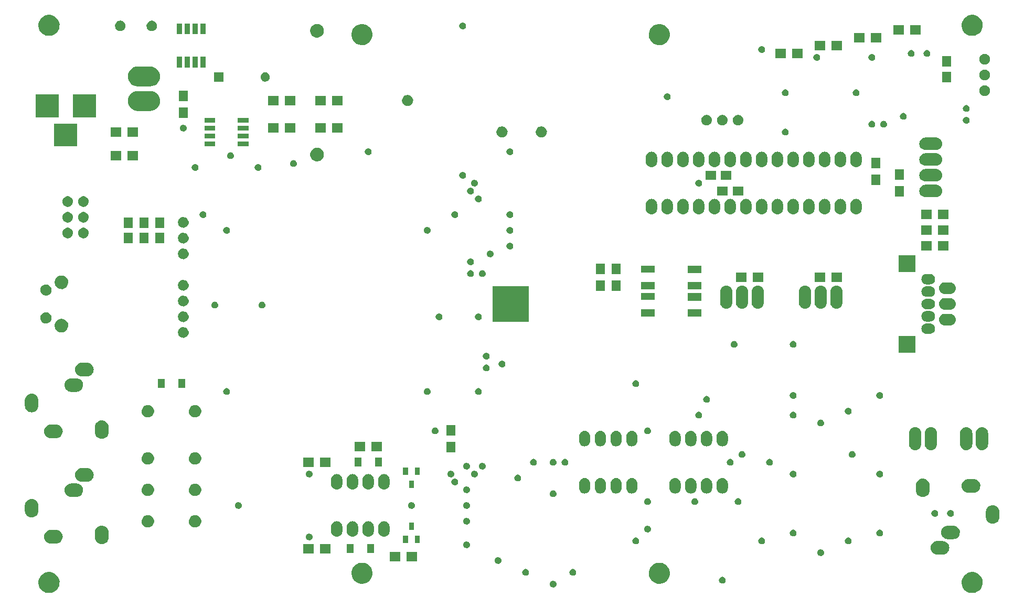
<source format=gbs>
G04 #@! TF.FileFunction,Soldermask,Bot*
%FSLAX46Y46*%
G04 Gerber Fmt 4.6, Leading zero omitted, Abs format (unit mm)*
G04 Created by KiCad (PCBNEW 4.0.0-rc1-stable) date 2015/11/17 23:35:27*
%MOMM*%
G01*
G04 APERTURE LIST*
%ADD10C,0.150000*%
G04 APERTURE END LIST*
D10*
G36*
X33178614Y-118300601D02*
X33505295Y-118367659D01*
X33812726Y-118496891D01*
X34089204Y-118683377D01*
X34324195Y-118920015D01*
X34508747Y-119197787D01*
X34635829Y-119506112D01*
X34700537Y-119832911D01*
X34700537Y-119832920D01*
X34700603Y-119833254D01*
X34695284Y-120214164D01*
X34695208Y-120214498D01*
X34695208Y-120214510D01*
X34621403Y-120539367D01*
X34485759Y-120844028D01*
X34293524Y-121116538D01*
X34052015Y-121346524D01*
X33770443Y-121525214D01*
X33459519Y-121645815D01*
X33131097Y-121703724D01*
X32797678Y-121696740D01*
X32471960Y-121625126D01*
X32166365Y-121491615D01*
X31892519Y-121301287D01*
X31660854Y-121061391D01*
X31480202Y-120781073D01*
X31357435Y-120471000D01*
X31297232Y-120142982D01*
X31301889Y-119809525D01*
X31371225Y-119483324D01*
X31502603Y-119176798D01*
X31691014Y-118901631D01*
X31929286Y-118668297D01*
X32208338Y-118485690D01*
X32517546Y-118360762D01*
X32845127Y-118298272D01*
X33178614Y-118300601D01*
X33178614Y-118300601D01*
G37*
G36*
X182178614Y-118300601D02*
X182505295Y-118367659D01*
X182812726Y-118496891D01*
X183089204Y-118683377D01*
X183324195Y-118920015D01*
X183508747Y-119197787D01*
X183635829Y-119506112D01*
X183700537Y-119832911D01*
X183700537Y-119832920D01*
X183700603Y-119833254D01*
X183695284Y-120214164D01*
X183695208Y-120214498D01*
X183695208Y-120214510D01*
X183621403Y-120539367D01*
X183485759Y-120844028D01*
X183293524Y-121116538D01*
X183052015Y-121346524D01*
X182770443Y-121525214D01*
X182459519Y-121645815D01*
X182131097Y-121703724D01*
X181797678Y-121696740D01*
X181471960Y-121625126D01*
X181166365Y-121491615D01*
X180892519Y-121301287D01*
X180660854Y-121061391D01*
X180480202Y-120781073D01*
X180357435Y-120471000D01*
X180297232Y-120142982D01*
X180301889Y-119809525D01*
X180371225Y-119483324D01*
X180502603Y-119176798D01*
X180691014Y-118901631D01*
X180929286Y-118668297D01*
X181208338Y-118485690D01*
X181517546Y-118360762D01*
X181845127Y-118298272D01*
X182178614Y-118300601D01*
X182178614Y-118300601D01*
G37*
G36*
X114417191Y-119705860D02*
X114521794Y-119727332D01*
X114620230Y-119768711D01*
X114708760Y-119828425D01*
X114784000Y-119904192D01*
X114843096Y-119993137D01*
X114883784Y-120091856D01*
X114904458Y-120196265D01*
X114904458Y-120196275D01*
X114904524Y-120196609D01*
X114902821Y-120318574D01*
X114902745Y-120318908D01*
X114902745Y-120318919D01*
X114879166Y-120422702D01*
X114835733Y-120520253D01*
X114774181Y-120607509D01*
X114696848Y-120681152D01*
X114606693Y-120738366D01*
X114507136Y-120776983D01*
X114401978Y-120795524D01*
X114295219Y-120793289D01*
X114190921Y-120770357D01*
X114093074Y-120727609D01*
X114005391Y-120666667D01*
X113931212Y-120589852D01*
X113873367Y-120500095D01*
X113834058Y-120400813D01*
X113814781Y-120295780D01*
X113816273Y-120189010D01*
X113838473Y-120084564D01*
X113880541Y-119986414D01*
X113940869Y-119898307D01*
X114017163Y-119823593D01*
X114106514Y-119765124D01*
X114205521Y-119725123D01*
X114310409Y-119705115D01*
X114417191Y-119705860D01*
X114417191Y-119705860D01*
G37*
G36*
X83678558Y-116801130D02*
X84005138Y-116868168D01*
X84312473Y-116997359D01*
X84588865Y-117183787D01*
X84823783Y-117420352D01*
X85008277Y-117698036D01*
X85135320Y-118006266D01*
X85200008Y-118332963D01*
X85200008Y-118332977D01*
X85200073Y-118333306D01*
X85194756Y-118714097D01*
X85194680Y-118714431D01*
X85194680Y-118714443D01*
X85120898Y-119039199D01*
X84985296Y-119343765D01*
X84793122Y-119616190D01*
X84551687Y-119846105D01*
X84270203Y-120024740D01*
X83959376Y-120145303D01*
X83631056Y-120203193D01*
X83297741Y-120196212D01*
X82972125Y-120124620D01*
X82666624Y-119991151D01*
X82392864Y-119800882D01*
X82161271Y-119561060D01*
X81980675Y-119280830D01*
X81857946Y-118970853D01*
X81797762Y-118642938D01*
X81802418Y-118309584D01*
X81871732Y-117983485D01*
X82003069Y-117677055D01*
X82191421Y-117401973D01*
X82429619Y-117168711D01*
X82708585Y-116986161D01*
X83017697Y-116861272D01*
X83345176Y-116798802D01*
X83678558Y-116801130D01*
X83678558Y-116801130D01*
G37*
G36*
X131678558Y-116801130D02*
X132005138Y-116868168D01*
X132312473Y-116997359D01*
X132588865Y-117183787D01*
X132823783Y-117420352D01*
X133008277Y-117698036D01*
X133135320Y-118006266D01*
X133200008Y-118332963D01*
X133200008Y-118332977D01*
X133200073Y-118333306D01*
X133194756Y-118714097D01*
X133194680Y-118714431D01*
X133194680Y-118714443D01*
X133120898Y-119039199D01*
X132985296Y-119343765D01*
X132793122Y-119616190D01*
X132551687Y-119846105D01*
X132270203Y-120024740D01*
X131959376Y-120145303D01*
X131631056Y-120203193D01*
X131297741Y-120196212D01*
X130972125Y-120124620D01*
X130666624Y-119991151D01*
X130392864Y-119800882D01*
X130161271Y-119561060D01*
X129980675Y-119280830D01*
X129857946Y-118970853D01*
X129797762Y-118642938D01*
X129802418Y-118309584D01*
X129871732Y-117983485D01*
X130003069Y-117677055D01*
X130191421Y-117401973D01*
X130429619Y-117168711D01*
X130708585Y-116986161D01*
X131017697Y-116861272D01*
X131345176Y-116798802D01*
X131678558Y-116801130D01*
X131678558Y-116801130D01*
G37*
G36*
X141722191Y-119070860D02*
X141826794Y-119092332D01*
X141925230Y-119133711D01*
X142013760Y-119193425D01*
X142089000Y-119269192D01*
X142148096Y-119358137D01*
X142188784Y-119456856D01*
X142209458Y-119561265D01*
X142209458Y-119561275D01*
X142209524Y-119561609D01*
X142207821Y-119683574D01*
X142207745Y-119683908D01*
X142207745Y-119683919D01*
X142184166Y-119787702D01*
X142140733Y-119885253D01*
X142079181Y-119972509D01*
X142001848Y-120046152D01*
X141911693Y-120103366D01*
X141812136Y-120141983D01*
X141706978Y-120160524D01*
X141600219Y-120158289D01*
X141495921Y-120135357D01*
X141398074Y-120092609D01*
X141310391Y-120031667D01*
X141236212Y-119954852D01*
X141178367Y-119865095D01*
X141139058Y-119765813D01*
X141119781Y-119660780D01*
X141121273Y-119554010D01*
X141143473Y-119449564D01*
X141185541Y-119351414D01*
X141245869Y-119263307D01*
X141322163Y-119188593D01*
X141411514Y-119130124D01*
X141510521Y-119090123D01*
X141615409Y-119070115D01*
X141722191Y-119070860D01*
X141722191Y-119070860D01*
G37*
G36*
X117592191Y-117800860D02*
X117696794Y-117822332D01*
X117795230Y-117863711D01*
X117883760Y-117923425D01*
X117959000Y-117999192D01*
X118018096Y-118088137D01*
X118058784Y-118186856D01*
X118079458Y-118291265D01*
X118079458Y-118291275D01*
X118079524Y-118291609D01*
X118077821Y-118413574D01*
X118077745Y-118413908D01*
X118077745Y-118413919D01*
X118054166Y-118517702D01*
X118010733Y-118615253D01*
X117949181Y-118702509D01*
X117871848Y-118776152D01*
X117781693Y-118833366D01*
X117682136Y-118871983D01*
X117576978Y-118890524D01*
X117470219Y-118888289D01*
X117365921Y-118865357D01*
X117268074Y-118822609D01*
X117180391Y-118761667D01*
X117106212Y-118684852D01*
X117048367Y-118595095D01*
X117009058Y-118495813D01*
X116989781Y-118390780D01*
X116991273Y-118284010D01*
X117013473Y-118179564D01*
X117055541Y-118081414D01*
X117115869Y-117993307D01*
X117192163Y-117918593D01*
X117281514Y-117860124D01*
X117380521Y-117820123D01*
X117485409Y-117800115D01*
X117592191Y-117800860D01*
X117592191Y-117800860D01*
G37*
G36*
X109972191Y-117800860D02*
X110076794Y-117822332D01*
X110175230Y-117863711D01*
X110263760Y-117923425D01*
X110339000Y-117999192D01*
X110398096Y-118088137D01*
X110438784Y-118186856D01*
X110459458Y-118291265D01*
X110459458Y-118291275D01*
X110459524Y-118291609D01*
X110457821Y-118413574D01*
X110457745Y-118413908D01*
X110457745Y-118413919D01*
X110434166Y-118517702D01*
X110390733Y-118615253D01*
X110329181Y-118702509D01*
X110251848Y-118776152D01*
X110161693Y-118833366D01*
X110062136Y-118871983D01*
X109956978Y-118890524D01*
X109850219Y-118888289D01*
X109745921Y-118865357D01*
X109648074Y-118822609D01*
X109560391Y-118761667D01*
X109486212Y-118684852D01*
X109428367Y-118595095D01*
X109389058Y-118495813D01*
X109369781Y-118390780D01*
X109371273Y-118284010D01*
X109393473Y-118179564D01*
X109435541Y-118081414D01*
X109495869Y-117993307D01*
X109572163Y-117918593D01*
X109661514Y-117860124D01*
X109760521Y-117820123D01*
X109865409Y-117800115D01*
X109972191Y-117800860D01*
X109972191Y-117800860D01*
G37*
G36*
X105527191Y-115895860D02*
X105631794Y-115917332D01*
X105730230Y-115958711D01*
X105818760Y-116018425D01*
X105894000Y-116094192D01*
X105953096Y-116183137D01*
X105993784Y-116281856D01*
X106014458Y-116386265D01*
X106014458Y-116386275D01*
X106014524Y-116386609D01*
X106012821Y-116508574D01*
X106012745Y-116508908D01*
X106012745Y-116508919D01*
X105989166Y-116612702D01*
X105945733Y-116710253D01*
X105884181Y-116797509D01*
X105806848Y-116871152D01*
X105716693Y-116928366D01*
X105617136Y-116966983D01*
X105511978Y-116985524D01*
X105405219Y-116983289D01*
X105300921Y-116960357D01*
X105203074Y-116917609D01*
X105115391Y-116856667D01*
X105041212Y-116779852D01*
X104983367Y-116690095D01*
X104944058Y-116590813D01*
X104924781Y-116485780D01*
X104926273Y-116379010D01*
X104948473Y-116274564D01*
X104990541Y-116176414D01*
X105050869Y-116088307D01*
X105127163Y-116013593D01*
X105216514Y-115955124D01*
X105315521Y-115915123D01*
X105420409Y-115895115D01*
X105527191Y-115895860D01*
X105527191Y-115895860D01*
G37*
G36*
X92430000Y-116555000D02*
X90730000Y-116555000D01*
X90730000Y-115055000D01*
X92430000Y-115055000D01*
X92430000Y-116555000D01*
X92430000Y-116555000D01*
G37*
G36*
X89730000Y-116555000D02*
X88030000Y-116555000D01*
X88030000Y-115055000D01*
X89730000Y-115055000D01*
X89730000Y-116555000D01*
X89730000Y-116555000D01*
G37*
G36*
X157597191Y-114625860D02*
X157701794Y-114647332D01*
X157800230Y-114688711D01*
X157888760Y-114748425D01*
X157964000Y-114824192D01*
X158023096Y-114913137D01*
X158063784Y-115011856D01*
X158084458Y-115116265D01*
X158084458Y-115116275D01*
X158084524Y-115116609D01*
X158082821Y-115238574D01*
X158082745Y-115238908D01*
X158082745Y-115238919D01*
X158059166Y-115342702D01*
X158015733Y-115440253D01*
X157954181Y-115527509D01*
X157876848Y-115601152D01*
X157786693Y-115658366D01*
X157687136Y-115696983D01*
X157581978Y-115715524D01*
X157475219Y-115713289D01*
X157370921Y-115690357D01*
X157273074Y-115647609D01*
X157185391Y-115586667D01*
X157111212Y-115509852D01*
X157053367Y-115420095D01*
X157014058Y-115320813D01*
X156994781Y-115215780D01*
X156996273Y-115109010D01*
X157018473Y-115004564D01*
X157060541Y-114906414D01*
X157120869Y-114818307D01*
X157197163Y-114743593D01*
X157286514Y-114685124D01*
X157385521Y-114645123D01*
X157490409Y-114625115D01*
X157597191Y-114625860D01*
X157597191Y-114625860D01*
G37*
G36*
X177216185Y-113300616D02*
X177222017Y-113300657D01*
X177435263Y-113324576D01*
X177639801Y-113389460D01*
X177827842Y-113492836D01*
X177992222Y-113630767D01*
X178126680Y-113798000D01*
X178226095Y-113988164D01*
X178286681Y-114194016D01*
X178286684Y-114194050D01*
X178286688Y-114194063D01*
X178306132Y-114407714D01*
X178283707Y-114621073D01*
X178283703Y-114621086D01*
X178283699Y-114621123D01*
X178220245Y-114826110D01*
X178118185Y-115014867D01*
X177981404Y-115180206D01*
X177815114Y-115315829D01*
X177625649Y-115416569D01*
X177420225Y-115478590D01*
X177206666Y-115499530D01*
X176392018Y-115499530D01*
X176382535Y-115499464D01*
X176376703Y-115499423D01*
X176163457Y-115475504D01*
X175958919Y-115410620D01*
X175770878Y-115307244D01*
X175606498Y-115169313D01*
X175472040Y-115002080D01*
X175372625Y-114811916D01*
X175312039Y-114606064D01*
X175312036Y-114606030D01*
X175312032Y-114606017D01*
X175292588Y-114392366D01*
X175315013Y-114179007D01*
X175315017Y-114178994D01*
X175315021Y-114178957D01*
X175378475Y-113973970D01*
X175480535Y-113785213D01*
X175617316Y-113619874D01*
X175783606Y-113484251D01*
X175973071Y-113383511D01*
X176178495Y-113321490D01*
X176392054Y-113300550D01*
X177206702Y-113300550D01*
X177216185Y-113300616D01*
X177216185Y-113300616D01*
G37*
G36*
X75760000Y-115285000D02*
X74060000Y-115285000D01*
X74060000Y-113785000D01*
X75760000Y-113785000D01*
X75760000Y-115285000D01*
X75760000Y-115285000D01*
G37*
G36*
X78460000Y-115285000D02*
X76760000Y-115285000D01*
X76760000Y-113785000D01*
X78460000Y-113785000D01*
X78460000Y-115285000D01*
X78460000Y-115285000D01*
G37*
G36*
X82165000Y-115245000D02*
X81055000Y-115245000D01*
X81055000Y-113825000D01*
X82165000Y-113825000D01*
X82165000Y-115245000D01*
X82165000Y-115245000D01*
G37*
G36*
X85435000Y-115245000D02*
X84325000Y-115245000D01*
X84325000Y-113825000D01*
X85435000Y-113825000D01*
X85435000Y-115245000D01*
X85435000Y-115245000D01*
G37*
G36*
X100447191Y-113355860D02*
X100551794Y-113377332D01*
X100650230Y-113418711D01*
X100738760Y-113478425D01*
X100814000Y-113554192D01*
X100873096Y-113643137D01*
X100913784Y-113741856D01*
X100934458Y-113846265D01*
X100934458Y-113846275D01*
X100934524Y-113846609D01*
X100932821Y-113968574D01*
X100932745Y-113968908D01*
X100932745Y-113968919D01*
X100909166Y-114072702D01*
X100865733Y-114170253D01*
X100804181Y-114257509D01*
X100726848Y-114331152D01*
X100636693Y-114388366D01*
X100537136Y-114426983D01*
X100431978Y-114445524D01*
X100325219Y-114443289D01*
X100220921Y-114420357D01*
X100123074Y-114377609D01*
X100035391Y-114316667D01*
X99961212Y-114239852D01*
X99903367Y-114150095D01*
X99864058Y-114050813D01*
X99844781Y-113945780D01*
X99846273Y-113839010D01*
X99868473Y-113734564D01*
X99910541Y-113636414D01*
X99970869Y-113548307D01*
X100047163Y-113473593D01*
X100136514Y-113415124D01*
X100235521Y-113375123D01*
X100340409Y-113355115D01*
X100447191Y-113355860D01*
X100447191Y-113355860D01*
G37*
G36*
X162042191Y-112720860D02*
X162146794Y-112742332D01*
X162245230Y-112783711D01*
X162333760Y-112843425D01*
X162409000Y-112919192D01*
X162468096Y-113008137D01*
X162508784Y-113106856D01*
X162529458Y-113211265D01*
X162529458Y-113211275D01*
X162529524Y-113211609D01*
X162527821Y-113333574D01*
X162527745Y-113333908D01*
X162527745Y-113333919D01*
X162504166Y-113437702D01*
X162460733Y-113535253D01*
X162399181Y-113622509D01*
X162321848Y-113696152D01*
X162231693Y-113753366D01*
X162132136Y-113791983D01*
X162026978Y-113810524D01*
X161920219Y-113808289D01*
X161815921Y-113785357D01*
X161718074Y-113742609D01*
X161630391Y-113681667D01*
X161556212Y-113604852D01*
X161498367Y-113515095D01*
X161459058Y-113415813D01*
X161439781Y-113310780D01*
X161441273Y-113204010D01*
X161463473Y-113099564D01*
X161505541Y-113001414D01*
X161565869Y-112913307D01*
X161642163Y-112838593D01*
X161731514Y-112780124D01*
X161830521Y-112740123D01*
X161935409Y-112720115D01*
X162042191Y-112720860D01*
X162042191Y-112720860D01*
G37*
G36*
X148072191Y-112720860D02*
X148176794Y-112742332D01*
X148275230Y-112783711D01*
X148363760Y-112843425D01*
X148439000Y-112919192D01*
X148498096Y-113008137D01*
X148538784Y-113106856D01*
X148559458Y-113211265D01*
X148559458Y-113211275D01*
X148559524Y-113211609D01*
X148557821Y-113333574D01*
X148557745Y-113333908D01*
X148557745Y-113333919D01*
X148534166Y-113437702D01*
X148490733Y-113535253D01*
X148429181Y-113622509D01*
X148351848Y-113696152D01*
X148261693Y-113753366D01*
X148162136Y-113791983D01*
X148056978Y-113810524D01*
X147950219Y-113808289D01*
X147845921Y-113785357D01*
X147748074Y-113742609D01*
X147660391Y-113681667D01*
X147586212Y-113604852D01*
X147528367Y-113515095D01*
X147489058Y-113415813D01*
X147469781Y-113310780D01*
X147471273Y-113204010D01*
X147493473Y-113099564D01*
X147535541Y-113001414D01*
X147595869Y-112913307D01*
X147672163Y-112838593D01*
X147761514Y-112780124D01*
X147860521Y-112740123D01*
X147965409Y-112720115D01*
X148072191Y-112720860D01*
X148072191Y-112720860D01*
G37*
G36*
X127752191Y-112720860D02*
X127856794Y-112742332D01*
X127955230Y-112783711D01*
X128043760Y-112843425D01*
X128119000Y-112919192D01*
X128178096Y-113008137D01*
X128218784Y-113106856D01*
X128239458Y-113211265D01*
X128239458Y-113211275D01*
X128239524Y-113211609D01*
X128237821Y-113333574D01*
X128237745Y-113333908D01*
X128237745Y-113333919D01*
X128214166Y-113437702D01*
X128170733Y-113535253D01*
X128109181Y-113622509D01*
X128031848Y-113696152D01*
X127941693Y-113753366D01*
X127842136Y-113791983D01*
X127736978Y-113810524D01*
X127630219Y-113808289D01*
X127525921Y-113785357D01*
X127428074Y-113742609D01*
X127340391Y-113681667D01*
X127266212Y-113604852D01*
X127208367Y-113515095D01*
X127169058Y-113415813D01*
X127149781Y-113310780D01*
X127151273Y-113204010D01*
X127173473Y-113099564D01*
X127215541Y-113001414D01*
X127275869Y-112913307D01*
X127352163Y-112838593D01*
X127441514Y-112780124D01*
X127540521Y-112740123D01*
X127645409Y-112720115D01*
X127752191Y-112720860D01*
X127752191Y-112720860D01*
G37*
G36*
X41720753Y-110815873D02*
X41720766Y-110815877D01*
X41720803Y-110815881D01*
X41925790Y-110879335D01*
X42114547Y-110981395D01*
X42279886Y-111118176D01*
X42415509Y-111284466D01*
X42516249Y-111473931D01*
X42578270Y-111679355D01*
X42599210Y-111892914D01*
X42599210Y-112707526D01*
X42599103Y-112722877D01*
X42575184Y-112936123D01*
X42510300Y-113140661D01*
X42406924Y-113328702D01*
X42268993Y-113493082D01*
X42101760Y-113627540D01*
X41911596Y-113726955D01*
X41705744Y-113787541D01*
X41705710Y-113787544D01*
X41705697Y-113787548D01*
X41492046Y-113806992D01*
X41278687Y-113784567D01*
X41278674Y-113784563D01*
X41278637Y-113784559D01*
X41073650Y-113721105D01*
X40884893Y-113619045D01*
X40719554Y-113482264D01*
X40583931Y-113315974D01*
X40483191Y-113126509D01*
X40421170Y-112921085D01*
X40400230Y-112707526D01*
X40400230Y-111892914D01*
X40400337Y-111877563D01*
X40424256Y-111664317D01*
X40489140Y-111459779D01*
X40592516Y-111271738D01*
X40730447Y-111107358D01*
X40897680Y-110972900D01*
X41087844Y-110873485D01*
X41293696Y-110812899D01*
X41293730Y-110812896D01*
X41293743Y-110812892D01*
X41507394Y-110793448D01*
X41720753Y-110815873D01*
X41720753Y-110815873D01*
G37*
G36*
X34116205Y-111500516D02*
X34122037Y-111500557D01*
X34335283Y-111524476D01*
X34539821Y-111589360D01*
X34727862Y-111692736D01*
X34892242Y-111830667D01*
X35026700Y-111997900D01*
X35126115Y-112188064D01*
X35186701Y-112393916D01*
X35186704Y-112393950D01*
X35186708Y-112393963D01*
X35206152Y-112607614D01*
X35183727Y-112820973D01*
X35183723Y-112820986D01*
X35183719Y-112821023D01*
X35120265Y-113026010D01*
X35018205Y-113214767D01*
X34881424Y-113380106D01*
X34715134Y-113515729D01*
X34525669Y-113616469D01*
X34320245Y-113678490D01*
X34106686Y-113699430D01*
X33292038Y-113699430D01*
X33282555Y-113699364D01*
X33276723Y-113699323D01*
X33063477Y-113675404D01*
X32858939Y-113610520D01*
X32670898Y-113507144D01*
X32506518Y-113369213D01*
X32372060Y-113201980D01*
X32272645Y-113011816D01*
X32212059Y-112805964D01*
X32212056Y-112805930D01*
X32212052Y-112805917D01*
X32192608Y-112592266D01*
X32215033Y-112378907D01*
X32215037Y-112378894D01*
X32215041Y-112378857D01*
X32278495Y-112173870D01*
X32380555Y-111985113D01*
X32517336Y-111819774D01*
X32683626Y-111684151D01*
X32873091Y-111583411D01*
X33078515Y-111521390D01*
X33292074Y-111500450D01*
X34106722Y-111500450D01*
X34116205Y-111500516D01*
X34116205Y-111500516D01*
G37*
G36*
X92852220Y-113652020D02*
X92052780Y-113652020D01*
X92052780Y-112451260D01*
X92852220Y-112451260D01*
X92852220Y-113652020D01*
X92852220Y-113652020D01*
G37*
G36*
X90947220Y-113652020D02*
X90147780Y-113652020D01*
X90147780Y-112451260D01*
X90947220Y-112451260D01*
X90947220Y-113652020D01*
X90947220Y-113652020D01*
G37*
G36*
X75047191Y-112085860D02*
X75151794Y-112107332D01*
X75250230Y-112148711D01*
X75338760Y-112208425D01*
X75414000Y-112284192D01*
X75473096Y-112373137D01*
X75513784Y-112471856D01*
X75534458Y-112576265D01*
X75534458Y-112576275D01*
X75534524Y-112576609D01*
X75532821Y-112698574D01*
X75532745Y-112698908D01*
X75532745Y-112698919D01*
X75509166Y-112802702D01*
X75465733Y-112900253D01*
X75404181Y-112987509D01*
X75326848Y-113061152D01*
X75236693Y-113118366D01*
X75137136Y-113156983D01*
X75031978Y-113175524D01*
X74925219Y-113173289D01*
X74820921Y-113150357D01*
X74723074Y-113107609D01*
X74635391Y-113046667D01*
X74561212Y-112969852D01*
X74503367Y-112880095D01*
X74464058Y-112780813D01*
X74444781Y-112675780D01*
X74446273Y-112569010D01*
X74468473Y-112464564D01*
X74510541Y-112366414D01*
X74570869Y-112278307D01*
X74647163Y-112203593D01*
X74736514Y-112145124D01*
X74835521Y-112105123D01*
X74940409Y-112085115D01*
X75047191Y-112085860D01*
X75047191Y-112085860D01*
G37*
G36*
X178917985Y-110801256D02*
X178923817Y-110801297D01*
X179137063Y-110825216D01*
X179341601Y-110890100D01*
X179529642Y-110993476D01*
X179694022Y-111131407D01*
X179828480Y-111298640D01*
X179927895Y-111488804D01*
X179988481Y-111694656D01*
X179988484Y-111694690D01*
X179988488Y-111694703D01*
X180007932Y-111908354D01*
X179985507Y-112121713D01*
X179985503Y-112121726D01*
X179985499Y-112121763D01*
X179922045Y-112326750D01*
X179819985Y-112515507D01*
X179683204Y-112680846D01*
X179516914Y-112816469D01*
X179327449Y-112917209D01*
X179122025Y-112979230D01*
X178908466Y-113000170D01*
X178093818Y-113000170D01*
X178084335Y-113000104D01*
X178078503Y-113000063D01*
X177865257Y-112976144D01*
X177660719Y-112911260D01*
X177472678Y-112807884D01*
X177308298Y-112669953D01*
X177173840Y-112502720D01*
X177074425Y-112312556D01*
X177013839Y-112106704D01*
X177013836Y-112106670D01*
X177013832Y-112106657D01*
X176994388Y-111893006D01*
X177016813Y-111679647D01*
X177016817Y-111679634D01*
X177016821Y-111679597D01*
X177080275Y-111474610D01*
X177182335Y-111285853D01*
X177319116Y-111120514D01*
X177485406Y-110984891D01*
X177674871Y-110884151D01*
X177880295Y-110822130D01*
X178093854Y-110801190D01*
X178908502Y-110801190D01*
X178917985Y-110801256D01*
X178917985Y-110801256D01*
G37*
G36*
X79615922Y-110122328D02*
X79615927Y-110122329D01*
X79615970Y-110122334D01*
X79783764Y-110174275D01*
X79938274Y-110257818D01*
X80073614Y-110369781D01*
X80184629Y-110505900D01*
X80267091Y-110660989D01*
X80317860Y-110829141D01*
X80335000Y-111003952D01*
X80335000Y-111716048D01*
X80334912Y-111728614D01*
X80315333Y-111903169D01*
X80262222Y-112070596D01*
X80177602Y-112224518D01*
X80064697Y-112359073D01*
X79927807Y-112469136D01*
X79772146Y-112550513D01*
X79603643Y-112600107D01*
X79603609Y-112600110D01*
X79603596Y-112600114D01*
X79428720Y-112616029D01*
X79254078Y-112597672D01*
X79254073Y-112597671D01*
X79254030Y-112597666D01*
X79086236Y-112545725D01*
X78931726Y-112462182D01*
X78796386Y-112350219D01*
X78685371Y-112214100D01*
X78602909Y-112059011D01*
X78552140Y-111890859D01*
X78535000Y-111716048D01*
X78535000Y-111003952D01*
X78535088Y-110991386D01*
X78554667Y-110816831D01*
X78607778Y-110649404D01*
X78692398Y-110495482D01*
X78805303Y-110360927D01*
X78942193Y-110250864D01*
X79097854Y-110169487D01*
X79266357Y-110119893D01*
X79266391Y-110119890D01*
X79266404Y-110119886D01*
X79441280Y-110103971D01*
X79615922Y-110122328D01*
X79615922Y-110122328D01*
G37*
G36*
X82155922Y-110122328D02*
X82155927Y-110122329D01*
X82155970Y-110122334D01*
X82323764Y-110174275D01*
X82478274Y-110257818D01*
X82613614Y-110369781D01*
X82724629Y-110505900D01*
X82807091Y-110660989D01*
X82857860Y-110829141D01*
X82875000Y-111003952D01*
X82875000Y-111716048D01*
X82874912Y-111728614D01*
X82855333Y-111903169D01*
X82802222Y-112070596D01*
X82717602Y-112224518D01*
X82604697Y-112359073D01*
X82467807Y-112469136D01*
X82312146Y-112550513D01*
X82143643Y-112600107D01*
X82143609Y-112600110D01*
X82143596Y-112600114D01*
X81968720Y-112616029D01*
X81794078Y-112597672D01*
X81794073Y-112597671D01*
X81794030Y-112597666D01*
X81626236Y-112545725D01*
X81471726Y-112462182D01*
X81336386Y-112350219D01*
X81225371Y-112214100D01*
X81142909Y-112059011D01*
X81092140Y-111890859D01*
X81075000Y-111716048D01*
X81075000Y-111003952D01*
X81075088Y-110991386D01*
X81094667Y-110816831D01*
X81147778Y-110649404D01*
X81232398Y-110495482D01*
X81345303Y-110360927D01*
X81482193Y-110250864D01*
X81637854Y-110169487D01*
X81806357Y-110119893D01*
X81806391Y-110119890D01*
X81806404Y-110119886D01*
X81981280Y-110103971D01*
X82155922Y-110122328D01*
X82155922Y-110122328D01*
G37*
G36*
X84695922Y-110122328D02*
X84695927Y-110122329D01*
X84695970Y-110122334D01*
X84863764Y-110174275D01*
X85018274Y-110257818D01*
X85153614Y-110369781D01*
X85264629Y-110505900D01*
X85347091Y-110660989D01*
X85397860Y-110829141D01*
X85415000Y-111003952D01*
X85415000Y-111716048D01*
X85414912Y-111728614D01*
X85395333Y-111903169D01*
X85342222Y-112070596D01*
X85257602Y-112224518D01*
X85144697Y-112359073D01*
X85007807Y-112469136D01*
X84852146Y-112550513D01*
X84683643Y-112600107D01*
X84683609Y-112600110D01*
X84683596Y-112600114D01*
X84508720Y-112616029D01*
X84334078Y-112597672D01*
X84334073Y-112597671D01*
X84334030Y-112597666D01*
X84166236Y-112545725D01*
X84011726Y-112462182D01*
X83876386Y-112350219D01*
X83765371Y-112214100D01*
X83682909Y-112059011D01*
X83632140Y-111890859D01*
X83615000Y-111716048D01*
X83615000Y-111003952D01*
X83615088Y-110991386D01*
X83634667Y-110816831D01*
X83687778Y-110649404D01*
X83772398Y-110495482D01*
X83885303Y-110360927D01*
X84022193Y-110250864D01*
X84177854Y-110169487D01*
X84346357Y-110119893D01*
X84346391Y-110119890D01*
X84346404Y-110119886D01*
X84521280Y-110103971D01*
X84695922Y-110122328D01*
X84695922Y-110122328D01*
G37*
G36*
X87235922Y-110122328D02*
X87235927Y-110122329D01*
X87235970Y-110122334D01*
X87403764Y-110174275D01*
X87558274Y-110257818D01*
X87693614Y-110369781D01*
X87804629Y-110505900D01*
X87887091Y-110660989D01*
X87937860Y-110829141D01*
X87955000Y-111003952D01*
X87955000Y-111716048D01*
X87954912Y-111728614D01*
X87935333Y-111903169D01*
X87882222Y-112070596D01*
X87797602Y-112224518D01*
X87684697Y-112359073D01*
X87547807Y-112469136D01*
X87392146Y-112550513D01*
X87223643Y-112600107D01*
X87223609Y-112600110D01*
X87223596Y-112600114D01*
X87048720Y-112616029D01*
X86874078Y-112597672D01*
X86874073Y-112597671D01*
X86874030Y-112597666D01*
X86706236Y-112545725D01*
X86551726Y-112462182D01*
X86416386Y-112350219D01*
X86305371Y-112214100D01*
X86222909Y-112059011D01*
X86172140Y-111890859D01*
X86155000Y-111716048D01*
X86155000Y-111003952D01*
X86155088Y-110991386D01*
X86174667Y-110816831D01*
X86227778Y-110649404D01*
X86312398Y-110495482D01*
X86425303Y-110360927D01*
X86562193Y-110250864D01*
X86717854Y-110169487D01*
X86886357Y-110119893D01*
X86886391Y-110119890D01*
X86886404Y-110119886D01*
X87061280Y-110103971D01*
X87235922Y-110122328D01*
X87235922Y-110122328D01*
G37*
G36*
X153152191Y-111450860D02*
X153256794Y-111472332D01*
X153355230Y-111513711D01*
X153443760Y-111573425D01*
X153519000Y-111649192D01*
X153578096Y-111738137D01*
X153618784Y-111836856D01*
X153639458Y-111941265D01*
X153639458Y-111941275D01*
X153639524Y-111941609D01*
X153637821Y-112063574D01*
X153637745Y-112063908D01*
X153637745Y-112063919D01*
X153614166Y-112167702D01*
X153570733Y-112265253D01*
X153509181Y-112352509D01*
X153431848Y-112426152D01*
X153341693Y-112483366D01*
X153242136Y-112521983D01*
X153136978Y-112540524D01*
X153030219Y-112538289D01*
X152925921Y-112515357D01*
X152828074Y-112472609D01*
X152740391Y-112411667D01*
X152666212Y-112334852D01*
X152608367Y-112245095D01*
X152569058Y-112145813D01*
X152549781Y-112040780D01*
X152551273Y-111934010D01*
X152573473Y-111829564D01*
X152615541Y-111731414D01*
X152675869Y-111643307D01*
X152752163Y-111568593D01*
X152841514Y-111510124D01*
X152940521Y-111470123D01*
X153045409Y-111450115D01*
X153152191Y-111450860D01*
X153152191Y-111450860D01*
G37*
G36*
X167122191Y-111450860D02*
X167226794Y-111472332D01*
X167325230Y-111513711D01*
X167413760Y-111573425D01*
X167489000Y-111649192D01*
X167548096Y-111738137D01*
X167588784Y-111836856D01*
X167609458Y-111941265D01*
X167609458Y-111941275D01*
X167609524Y-111941609D01*
X167607821Y-112063574D01*
X167607745Y-112063908D01*
X167607745Y-112063919D01*
X167584166Y-112167702D01*
X167540733Y-112265253D01*
X167479181Y-112352509D01*
X167401848Y-112426152D01*
X167311693Y-112483366D01*
X167212136Y-112521983D01*
X167106978Y-112540524D01*
X167000219Y-112538289D01*
X166895921Y-112515357D01*
X166798074Y-112472609D01*
X166710391Y-112411667D01*
X166636212Y-112334852D01*
X166578367Y-112245095D01*
X166539058Y-112145813D01*
X166519781Y-112040780D01*
X166521273Y-111934010D01*
X166543473Y-111829564D01*
X166585541Y-111731414D01*
X166645869Y-111643307D01*
X166722163Y-111568593D01*
X166811514Y-111510124D01*
X166910521Y-111470123D01*
X167015409Y-111450115D01*
X167122191Y-111450860D01*
X167122191Y-111450860D01*
G37*
G36*
X129657191Y-110815860D02*
X129761794Y-110837332D01*
X129860230Y-110878711D01*
X129948760Y-110938425D01*
X130024000Y-111014192D01*
X130083096Y-111103137D01*
X130123784Y-111201856D01*
X130144458Y-111306265D01*
X130144458Y-111306275D01*
X130144524Y-111306609D01*
X130142821Y-111428574D01*
X130142745Y-111428908D01*
X130142745Y-111428919D01*
X130119166Y-111532702D01*
X130075733Y-111630253D01*
X130014181Y-111717509D01*
X129936848Y-111791152D01*
X129846693Y-111848366D01*
X129747136Y-111886983D01*
X129641978Y-111905524D01*
X129535219Y-111903289D01*
X129430921Y-111880357D01*
X129333074Y-111837609D01*
X129245391Y-111776667D01*
X129171212Y-111699852D01*
X129113367Y-111610095D01*
X129074058Y-111510813D01*
X129054781Y-111405780D01*
X129056273Y-111299010D01*
X129078473Y-111194564D01*
X129120541Y-111096414D01*
X129180869Y-111008307D01*
X129257163Y-110933593D01*
X129346514Y-110875124D01*
X129445521Y-110835123D01*
X129550409Y-110815115D01*
X129657191Y-110815860D01*
X129657191Y-110815860D01*
G37*
G36*
X91899720Y-111538740D02*
X91100280Y-111538740D01*
X91100280Y-110337980D01*
X91899720Y-110337980D01*
X91899720Y-111538740D01*
X91899720Y-111538740D01*
G37*
G36*
X56679946Y-109091504D02*
X56871891Y-109130905D01*
X57052523Y-109206836D01*
X57214970Y-109316407D01*
X57353042Y-109455447D01*
X57461477Y-109618654D01*
X57536145Y-109799811D01*
X57574137Y-109991684D01*
X57574137Y-109991693D01*
X57574203Y-109992027D01*
X57571078Y-110215834D01*
X57571001Y-110216172D01*
X57571001Y-110216180D01*
X57527669Y-110406909D01*
X57447970Y-110585915D01*
X57335021Y-110746031D01*
X57193118Y-110881162D01*
X57027680Y-110986152D01*
X56844994Y-111057013D01*
X56652028Y-111091037D01*
X56456125Y-111086934D01*
X56264744Y-111044856D01*
X56085191Y-110966411D01*
X55924291Y-110854582D01*
X55788173Y-110713628D01*
X55682030Y-110548927D01*
X55609897Y-110366741D01*
X55574524Y-110174009D01*
X55577261Y-109978084D01*
X55617999Y-109786424D01*
X55695192Y-109606321D01*
X55805894Y-109444644D01*
X55945894Y-109307546D01*
X56109853Y-109200254D01*
X56291530Y-109126852D01*
X56484002Y-109090136D01*
X56679946Y-109091504D01*
X56679946Y-109091504D01*
G37*
G36*
X49059946Y-109091504D02*
X49251891Y-109130905D01*
X49432523Y-109206836D01*
X49594970Y-109316407D01*
X49733042Y-109455447D01*
X49841477Y-109618654D01*
X49916145Y-109799811D01*
X49954137Y-109991684D01*
X49954137Y-109991693D01*
X49954203Y-109992027D01*
X49951078Y-110215834D01*
X49951001Y-110216172D01*
X49951001Y-110216180D01*
X49907669Y-110406909D01*
X49827970Y-110585915D01*
X49715021Y-110746031D01*
X49573118Y-110881162D01*
X49407680Y-110986152D01*
X49224994Y-111057013D01*
X49032028Y-111091037D01*
X48836125Y-111086934D01*
X48644744Y-111044856D01*
X48465191Y-110966411D01*
X48304291Y-110854582D01*
X48168173Y-110713628D01*
X48062030Y-110548927D01*
X47989897Y-110366741D01*
X47954524Y-110174009D01*
X47957261Y-109978084D01*
X47997999Y-109786424D01*
X48075192Y-109606321D01*
X48185894Y-109444644D01*
X48325894Y-109307546D01*
X48489853Y-109200254D01*
X48671530Y-109126852D01*
X48864002Y-109090136D01*
X49059946Y-109091504D01*
X49059946Y-109091504D01*
G37*
G36*
X100447191Y-109545860D02*
X100551794Y-109567332D01*
X100650230Y-109608711D01*
X100738760Y-109668425D01*
X100814000Y-109744192D01*
X100873096Y-109833137D01*
X100913784Y-109931856D01*
X100934458Y-110036265D01*
X100934458Y-110036275D01*
X100934524Y-110036609D01*
X100932821Y-110158574D01*
X100932745Y-110158908D01*
X100932745Y-110158919D01*
X100909166Y-110262702D01*
X100865733Y-110360253D01*
X100804181Y-110447509D01*
X100726848Y-110521152D01*
X100636693Y-110578366D01*
X100537136Y-110616983D01*
X100431978Y-110635524D01*
X100325219Y-110633289D01*
X100220921Y-110610357D01*
X100123074Y-110567609D01*
X100035391Y-110506667D01*
X99961212Y-110429852D01*
X99903367Y-110340095D01*
X99864058Y-110240813D01*
X99844781Y-110135780D01*
X99846273Y-110029010D01*
X99868473Y-109924564D01*
X99910541Y-109826414D01*
X99970869Y-109738307D01*
X100047163Y-109663593D01*
X100136514Y-109605124D01*
X100235521Y-109565123D01*
X100340409Y-109545115D01*
X100447191Y-109545860D01*
X100447191Y-109545860D01*
G37*
G36*
X185521773Y-107515653D02*
X185521786Y-107515657D01*
X185521823Y-107515661D01*
X185726810Y-107579115D01*
X185915567Y-107681175D01*
X186080906Y-107817956D01*
X186216529Y-107984246D01*
X186317269Y-108173711D01*
X186379290Y-108379135D01*
X186400230Y-108592694D01*
X186400230Y-109407306D01*
X186400123Y-109422657D01*
X186376204Y-109635903D01*
X186311320Y-109840441D01*
X186207944Y-110028482D01*
X186070013Y-110192862D01*
X185902780Y-110327320D01*
X185712616Y-110426735D01*
X185506764Y-110487321D01*
X185506730Y-110487324D01*
X185506717Y-110487328D01*
X185293066Y-110506772D01*
X185079707Y-110484347D01*
X185079694Y-110484343D01*
X185079657Y-110484339D01*
X184874670Y-110420885D01*
X184685913Y-110318825D01*
X184520574Y-110182044D01*
X184384951Y-110015754D01*
X184284211Y-109826289D01*
X184222190Y-109620865D01*
X184201250Y-109407306D01*
X184201250Y-108592694D01*
X184201357Y-108577343D01*
X184225276Y-108364097D01*
X184290160Y-108159559D01*
X184393536Y-107971518D01*
X184531467Y-107807138D01*
X184698700Y-107672680D01*
X184888864Y-107573265D01*
X185094716Y-107512679D01*
X185094750Y-107512676D01*
X185094763Y-107512672D01*
X185308414Y-107493228D01*
X185521773Y-107515653D01*
X185521773Y-107515653D01*
G37*
G36*
X30420293Y-106515653D02*
X30420306Y-106515657D01*
X30420343Y-106515661D01*
X30625330Y-106579115D01*
X30814087Y-106681175D01*
X30979426Y-106817956D01*
X31115049Y-106984246D01*
X31215789Y-107173711D01*
X31277810Y-107379135D01*
X31298750Y-107592694D01*
X31298750Y-108407306D01*
X31298643Y-108422657D01*
X31274724Y-108635903D01*
X31209840Y-108840441D01*
X31106464Y-109028482D01*
X30968533Y-109192862D01*
X30801300Y-109327320D01*
X30611136Y-109426735D01*
X30405284Y-109487321D01*
X30405250Y-109487324D01*
X30405237Y-109487328D01*
X30191586Y-109506772D01*
X29978227Y-109484347D01*
X29978214Y-109484343D01*
X29978177Y-109484339D01*
X29773190Y-109420885D01*
X29584433Y-109318825D01*
X29419094Y-109182044D01*
X29283471Y-109015754D01*
X29182731Y-108826289D01*
X29120710Y-108620865D01*
X29099770Y-108407306D01*
X29099770Y-107592694D01*
X29099877Y-107577343D01*
X29123796Y-107364097D01*
X29188680Y-107159559D01*
X29292056Y-106971518D01*
X29429987Y-106807138D01*
X29597220Y-106672680D01*
X29787384Y-106573265D01*
X29993236Y-106512679D01*
X29993270Y-106512676D01*
X29993283Y-106512672D01*
X30206934Y-106493228D01*
X30420293Y-106515653D01*
X30420293Y-106515653D01*
G37*
G36*
X176012191Y-108275860D02*
X176116794Y-108297332D01*
X176215230Y-108338711D01*
X176303760Y-108398425D01*
X176379000Y-108474192D01*
X176438096Y-108563137D01*
X176478784Y-108661856D01*
X176499458Y-108766265D01*
X176499458Y-108766275D01*
X176499524Y-108766609D01*
X176497821Y-108888574D01*
X176497745Y-108888908D01*
X176497745Y-108888919D01*
X176474166Y-108992702D01*
X176430733Y-109090253D01*
X176369181Y-109177509D01*
X176291848Y-109251152D01*
X176201693Y-109308366D01*
X176102136Y-109346983D01*
X175996978Y-109365524D01*
X175890219Y-109363289D01*
X175785921Y-109340357D01*
X175688074Y-109297609D01*
X175600391Y-109236667D01*
X175526212Y-109159852D01*
X175468367Y-109070095D01*
X175429058Y-108970813D01*
X175409781Y-108865780D01*
X175411273Y-108759010D01*
X175433473Y-108654564D01*
X175475541Y-108556414D01*
X175535869Y-108468307D01*
X175612163Y-108393593D01*
X175701514Y-108335124D01*
X175800521Y-108295123D01*
X175905409Y-108275115D01*
X176012191Y-108275860D01*
X176012191Y-108275860D01*
G37*
G36*
X178552191Y-108275860D02*
X178656794Y-108297332D01*
X178755230Y-108338711D01*
X178843760Y-108398425D01*
X178919000Y-108474192D01*
X178978096Y-108563137D01*
X179018784Y-108661856D01*
X179039458Y-108766265D01*
X179039458Y-108766275D01*
X179039524Y-108766609D01*
X179037821Y-108888574D01*
X179037745Y-108888908D01*
X179037745Y-108888919D01*
X179014166Y-108992702D01*
X178970733Y-109090253D01*
X178909181Y-109177509D01*
X178831848Y-109251152D01*
X178741693Y-109308366D01*
X178642136Y-109346983D01*
X178536978Y-109365524D01*
X178430219Y-109363289D01*
X178325921Y-109340357D01*
X178228074Y-109297609D01*
X178140391Y-109236667D01*
X178066212Y-109159852D01*
X178008367Y-109070095D01*
X177969058Y-108970813D01*
X177949781Y-108865780D01*
X177951273Y-108759010D01*
X177973473Y-108654564D01*
X178015541Y-108556414D01*
X178075869Y-108468307D01*
X178152163Y-108393593D01*
X178241514Y-108335124D01*
X178340521Y-108295123D01*
X178445409Y-108275115D01*
X178552191Y-108275860D01*
X178552191Y-108275860D01*
G37*
G36*
X91557191Y-107005860D02*
X91661794Y-107027332D01*
X91760230Y-107068711D01*
X91848760Y-107128425D01*
X91924000Y-107204192D01*
X91983096Y-107293137D01*
X92023784Y-107391856D01*
X92044458Y-107496265D01*
X92044458Y-107496275D01*
X92044524Y-107496609D01*
X92042821Y-107618574D01*
X92042745Y-107618908D01*
X92042745Y-107618919D01*
X92019166Y-107722702D01*
X91975733Y-107820253D01*
X91914181Y-107907509D01*
X91836848Y-107981152D01*
X91746693Y-108038366D01*
X91647136Y-108076983D01*
X91541978Y-108095524D01*
X91435219Y-108093289D01*
X91330921Y-108070357D01*
X91233074Y-108027609D01*
X91145391Y-107966667D01*
X91071212Y-107889852D01*
X91013367Y-107800095D01*
X90974058Y-107700813D01*
X90954781Y-107595780D01*
X90956273Y-107489010D01*
X90978473Y-107384564D01*
X91020541Y-107286414D01*
X91080869Y-107198307D01*
X91157163Y-107123593D01*
X91246514Y-107065124D01*
X91345521Y-107025123D01*
X91450409Y-107005115D01*
X91557191Y-107005860D01*
X91557191Y-107005860D01*
G37*
G36*
X63617191Y-107005860D02*
X63721794Y-107027332D01*
X63820230Y-107068711D01*
X63908760Y-107128425D01*
X63984000Y-107204192D01*
X64043096Y-107293137D01*
X64083784Y-107391856D01*
X64104458Y-107496265D01*
X64104458Y-107496275D01*
X64104524Y-107496609D01*
X64102821Y-107618574D01*
X64102745Y-107618908D01*
X64102745Y-107618919D01*
X64079166Y-107722702D01*
X64035733Y-107820253D01*
X63974181Y-107907509D01*
X63896848Y-107981152D01*
X63806693Y-108038366D01*
X63707136Y-108076983D01*
X63601978Y-108095524D01*
X63495219Y-108093289D01*
X63390921Y-108070357D01*
X63293074Y-108027609D01*
X63205391Y-107966667D01*
X63131212Y-107889852D01*
X63073367Y-107800095D01*
X63034058Y-107700813D01*
X63014781Y-107595780D01*
X63016273Y-107489010D01*
X63038473Y-107384564D01*
X63080541Y-107286414D01*
X63140869Y-107198307D01*
X63217163Y-107123593D01*
X63306514Y-107065124D01*
X63405521Y-107025123D01*
X63510409Y-107005115D01*
X63617191Y-107005860D01*
X63617191Y-107005860D01*
G37*
G36*
X100447191Y-107005860D02*
X100551794Y-107027332D01*
X100650230Y-107068711D01*
X100738760Y-107128425D01*
X100814000Y-107204192D01*
X100873096Y-107293137D01*
X100913784Y-107391856D01*
X100934458Y-107496265D01*
X100934458Y-107496275D01*
X100934524Y-107496609D01*
X100932821Y-107618574D01*
X100932745Y-107618908D01*
X100932745Y-107618919D01*
X100909166Y-107722702D01*
X100865733Y-107820253D01*
X100804181Y-107907509D01*
X100726848Y-107981152D01*
X100636693Y-108038366D01*
X100537136Y-108076983D01*
X100431978Y-108095524D01*
X100325219Y-108093289D01*
X100220921Y-108070357D01*
X100123074Y-108027609D01*
X100035391Y-107966667D01*
X99961212Y-107889852D01*
X99903367Y-107800095D01*
X99864058Y-107700813D01*
X99844781Y-107595780D01*
X99846273Y-107489010D01*
X99868473Y-107384564D01*
X99910541Y-107286414D01*
X99970869Y-107198307D01*
X100047163Y-107123593D01*
X100136514Y-107065124D01*
X100235521Y-107025123D01*
X100340409Y-107005115D01*
X100447191Y-107005860D01*
X100447191Y-107005860D01*
G37*
G36*
X129657191Y-106370860D02*
X129761794Y-106392332D01*
X129860230Y-106433711D01*
X129948760Y-106493425D01*
X130024000Y-106569192D01*
X130083096Y-106658137D01*
X130123784Y-106756856D01*
X130144458Y-106861265D01*
X130144458Y-106861275D01*
X130144524Y-106861609D01*
X130142821Y-106983574D01*
X130142745Y-106983908D01*
X130142745Y-106983919D01*
X130119166Y-107087702D01*
X130075733Y-107185253D01*
X130014181Y-107272509D01*
X129936848Y-107346152D01*
X129846693Y-107403366D01*
X129747136Y-107441983D01*
X129641978Y-107460524D01*
X129535219Y-107458289D01*
X129430921Y-107435357D01*
X129333074Y-107392609D01*
X129245391Y-107331667D01*
X129171212Y-107254852D01*
X129113367Y-107165095D01*
X129074058Y-107065813D01*
X129054781Y-106960780D01*
X129056273Y-106854010D01*
X129078473Y-106749564D01*
X129120541Y-106651414D01*
X129180869Y-106563307D01*
X129257163Y-106488593D01*
X129346514Y-106430124D01*
X129445521Y-106390123D01*
X129550409Y-106370115D01*
X129657191Y-106370860D01*
X129657191Y-106370860D01*
G37*
G36*
X144262191Y-106370860D02*
X144366794Y-106392332D01*
X144465230Y-106433711D01*
X144553760Y-106493425D01*
X144629000Y-106569192D01*
X144688096Y-106658137D01*
X144728784Y-106756856D01*
X144749458Y-106861265D01*
X144749458Y-106861275D01*
X144749524Y-106861609D01*
X144747821Y-106983574D01*
X144747745Y-106983908D01*
X144747745Y-106983919D01*
X144724166Y-107087702D01*
X144680733Y-107185253D01*
X144619181Y-107272509D01*
X144541848Y-107346152D01*
X144451693Y-107403366D01*
X144352136Y-107441983D01*
X144246978Y-107460524D01*
X144140219Y-107458289D01*
X144035921Y-107435357D01*
X143938074Y-107392609D01*
X143850391Y-107331667D01*
X143776212Y-107254852D01*
X143718367Y-107165095D01*
X143679058Y-107065813D01*
X143659781Y-106960780D01*
X143661273Y-106854010D01*
X143683473Y-106749564D01*
X143725541Y-106651414D01*
X143785869Y-106563307D01*
X143862163Y-106488593D01*
X143951514Y-106430124D01*
X144050521Y-106390123D01*
X144155409Y-106370115D01*
X144262191Y-106370860D01*
X144262191Y-106370860D01*
G37*
G36*
X137277191Y-106370860D02*
X137381794Y-106392332D01*
X137480230Y-106433711D01*
X137568760Y-106493425D01*
X137644000Y-106569192D01*
X137703096Y-106658137D01*
X137743784Y-106756856D01*
X137764458Y-106861265D01*
X137764458Y-106861275D01*
X137764524Y-106861609D01*
X137762821Y-106983574D01*
X137762745Y-106983908D01*
X137762745Y-106983919D01*
X137739166Y-107087702D01*
X137695733Y-107185253D01*
X137634181Y-107272509D01*
X137556848Y-107346152D01*
X137466693Y-107403366D01*
X137367136Y-107441983D01*
X137261978Y-107460524D01*
X137155219Y-107458289D01*
X137050921Y-107435357D01*
X136953074Y-107392609D01*
X136865391Y-107331667D01*
X136791212Y-107254852D01*
X136733367Y-107165095D01*
X136694058Y-107065813D01*
X136674781Y-106960780D01*
X136676273Y-106854010D01*
X136698473Y-106749564D01*
X136740541Y-106651414D01*
X136800869Y-106563307D01*
X136877163Y-106488593D01*
X136966514Y-106430124D01*
X137065521Y-106390123D01*
X137170409Y-106370115D01*
X137277191Y-106370860D01*
X137277191Y-106370860D01*
G37*
G36*
X174221313Y-103215433D02*
X174221326Y-103215437D01*
X174221363Y-103215441D01*
X174426350Y-103278895D01*
X174615107Y-103380955D01*
X174780446Y-103517736D01*
X174916069Y-103684026D01*
X175016809Y-103873491D01*
X175078830Y-104078915D01*
X175099770Y-104292474D01*
X175099770Y-105107086D01*
X175099663Y-105122437D01*
X175075744Y-105335683D01*
X175010860Y-105540221D01*
X174907484Y-105728262D01*
X174769553Y-105892642D01*
X174602320Y-106027100D01*
X174412156Y-106126515D01*
X174206304Y-106187101D01*
X174206270Y-106187104D01*
X174206257Y-106187108D01*
X173992606Y-106206552D01*
X173779247Y-106184127D01*
X173779234Y-106184123D01*
X173779197Y-106184119D01*
X173574210Y-106120665D01*
X173385453Y-106018605D01*
X173220114Y-105881824D01*
X173084491Y-105715534D01*
X172983751Y-105526069D01*
X172921730Y-105320645D01*
X172900790Y-105107086D01*
X172900790Y-104292474D01*
X172900897Y-104277123D01*
X172924816Y-104063877D01*
X172989700Y-103859339D01*
X173093076Y-103671298D01*
X173231007Y-103506918D01*
X173398240Y-103372460D01*
X173588404Y-103273045D01*
X173794256Y-103212459D01*
X173794290Y-103212456D01*
X173794303Y-103212452D01*
X174007954Y-103193008D01*
X174221313Y-103215433D01*
X174221313Y-103215433D01*
G37*
G36*
X37415665Y-103999896D02*
X37421497Y-103999937D01*
X37634743Y-104023856D01*
X37839281Y-104088740D01*
X38027322Y-104192116D01*
X38191702Y-104330047D01*
X38326160Y-104497280D01*
X38425575Y-104687444D01*
X38486161Y-104893296D01*
X38486164Y-104893330D01*
X38486168Y-104893343D01*
X38505612Y-105106994D01*
X38483187Y-105320353D01*
X38483183Y-105320366D01*
X38483179Y-105320403D01*
X38419725Y-105525390D01*
X38317665Y-105714147D01*
X38180884Y-105879486D01*
X38014594Y-106015109D01*
X37825129Y-106115849D01*
X37619705Y-106177870D01*
X37406146Y-106198810D01*
X36591498Y-106198810D01*
X36582015Y-106198744D01*
X36576183Y-106198703D01*
X36362937Y-106174784D01*
X36158399Y-106109900D01*
X35970358Y-106006524D01*
X35805978Y-105868593D01*
X35671520Y-105701360D01*
X35572105Y-105511196D01*
X35511519Y-105305344D01*
X35511516Y-105305310D01*
X35511512Y-105305297D01*
X35492068Y-105091646D01*
X35514493Y-104878287D01*
X35514497Y-104878274D01*
X35514501Y-104878237D01*
X35577955Y-104673250D01*
X35680015Y-104484493D01*
X35816796Y-104319154D01*
X35983086Y-104183531D01*
X36172551Y-104082791D01*
X36377975Y-104020770D01*
X36591534Y-103999830D01*
X37406182Y-103999830D01*
X37415665Y-103999896D01*
X37415665Y-103999896D01*
G37*
G36*
X114417191Y-105100860D02*
X114521794Y-105122332D01*
X114620230Y-105163711D01*
X114708760Y-105223425D01*
X114784000Y-105299192D01*
X114843096Y-105388137D01*
X114883784Y-105486856D01*
X114904458Y-105591265D01*
X114904458Y-105591275D01*
X114904524Y-105591609D01*
X114902821Y-105713574D01*
X114902745Y-105713908D01*
X114902745Y-105713919D01*
X114879166Y-105817702D01*
X114835733Y-105915253D01*
X114774181Y-106002509D01*
X114696848Y-106076152D01*
X114606693Y-106133366D01*
X114507136Y-106171983D01*
X114401978Y-106190524D01*
X114295219Y-106188289D01*
X114190921Y-106165357D01*
X114093074Y-106122609D01*
X114005391Y-106061667D01*
X113931212Y-105984852D01*
X113873367Y-105895095D01*
X113834058Y-105795813D01*
X113814781Y-105690780D01*
X113816273Y-105584010D01*
X113838473Y-105479564D01*
X113880541Y-105381414D01*
X113940869Y-105293307D01*
X114017163Y-105218593D01*
X114106514Y-105160124D01*
X114205521Y-105120123D01*
X114310409Y-105100115D01*
X114417191Y-105100860D01*
X114417191Y-105100860D01*
G37*
G36*
X56679946Y-104011504D02*
X56871891Y-104050905D01*
X57052523Y-104126836D01*
X57214970Y-104236407D01*
X57353042Y-104375447D01*
X57461477Y-104538654D01*
X57536145Y-104719811D01*
X57574137Y-104911684D01*
X57574137Y-104911693D01*
X57574203Y-104912027D01*
X57571078Y-105135834D01*
X57571001Y-105136172D01*
X57571001Y-105136180D01*
X57527669Y-105326909D01*
X57447970Y-105505915D01*
X57335021Y-105666031D01*
X57193118Y-105801162D01*
X57027680Y-105906152D01*
X56844994Y-105977013D01*
X56652028Y-106011037D01*
X56456125Y-106006934D01*
X56264744Y-105964856D01*
X56085191Y-105886411D01*
X55924291Y-105774582D01*
X55788173Y-105633628D01*
X55682030Y-105468927D01*
X55609897Y-105286741D01*
X55574524Y-105094009D01*
X55577261Y-104898084D01*
X55617999Y-104706424D01*
X55695192Y-104526321D01*
X55805894Y-104364644D01*
X55945894Y-104227546D01*
X56109853Y-104120254D01*
X56291530Y-104046852D01*
X56484002Y-104010136D01*
X56679946Y-104011504D01*
X56679946Y-104011504D01*
G37*
G36*
X49059946Y-104011504D02*
X49251891Y-104050905D01*
X49432523Y-104126836D01*
X49594970Y-104236407D01*
X49733042Y-104375447D01*
X49841477Y-104538654D01*
X49916145Y-104719811D01*
X49954137Y-104911684D01*
X49954137Y-104911693D01*
X49954203Y-104912027D01*
X49951078Y-105135834D01*
X49951001Y-105136172D01*
X49951001Y-105136180D01*
X49907669Y-105326909D01*
X49827970Y-105505915D01*
X49715021Y-105666031D01*
X49573118Y-105801162D01*
X49407680Y-105906152D01*
X49224994Y-105977013D01*
X49032028Y-106011037D01*
X48836125Y-106006934D01*
X48644744Y-105964856D01*
X48465191Y-105886411D01*
X48304291Y-105774582D01*
X48168173Y-105633628D01*
X48062030Y-105468927D01*
X47989897Y-105286741D01*
X47954524Y-105094009D01*
X47957261Y-104898084D01*
X47997999Y-104706424D01*
X48075192Y-104526321D01*
X48185894Y-104364644D01*
X48325894Y-104227546D01*
X48489853Y-104120254D01*
X48671530Y-104046852D01*
X48864002Y-104010136D01*
X49059946Y-104011504D01*
X49059946Y-104011504D01*
G37*
G36*
X141845922Y-103137328D02*
X141845927Y-103137329D01*
X141845970Y-103137334D01*
X142013764Y-103189275D01*
X142168274Y-103272818D01*
X142303614Y-103384781D01*
X142414629Y-103520900D01*
X142497091Y-103675989D01*
X142547860Y-103844141D01*
X142565000Y-104018952D01*
X142565000Y-104731048D01*
X142564912Y-104743614D01*
X142545333Y-104918169D01*
X142492222Y-105085596D01*
X142407602Y-105239518D01*
X142294697Y-105374073D01*
X142157807Y-105484136D01*
X142002146Y-105565513D01*
X141833643Y-105615107D01*
X141833609Y-105615110D01*
X141833596Y-105615114D01*
X141658720Y-105631029D01*
X141484078Y-105612672D01*
X141484073Y-105612671D01*
X141484030Y-105612666D01*
X141316236Y-105560725D01*
X141161726Y-105477182D01*
X141026386Y-105365219D01*
X140915371Y-105229100D01*
X140832909Y-105074011D01*
X140782140Y-104905859D01*
X140765000Y-104731048D01*
X140765000Y-104018952D01*
X140765088Y-104006386D01*
X140784667Y-103831831D01*
X140837778Y-103664404D01*
X140922398Y-103510482D01*
X141035303Y-103375927D01*
X141172193Y-103265864D01*
X141327854Y-103184487D01*
X141496357Y-103134893D01*
X141496391Y-103134890D01*
X141496404Y-103134886D01*
X141671280Y-103118971D01*
X141845922Y-103137328D01*
X141845922Y-103137328D01*
G37*
G36*
X119620922Y-103137328D02*
X119620927Y-103137329D01*
X119620970Y-103137334D01*
X119788764Y-103189275D01*
X119943274Y-103272818D01*
X120078614Y-103384781D01*
X120189629Y-103520900D01*
X120272091Y-103675989D01*
X120322860Y-103844141D01*
X120340000Y-104018952D01*
X120340000Y-104731048D01*
X120339912Y-104743614D01*
X120320333Y-104918169D01*
X120267222Y-105085596D01*
X120182602Y-105239518D01*
X120069697Y-105374073D01*
X119932807Y-105484136D01*
X119777146Y-105565513D01*
X119608643Y-105615107D01*
X119608609Y-105615110D01*
X119608596Y-105615114D01*
X119433720Y-105631029D01*
X119259078Y-105612672D01*
X119259073Y-105612671D01*
X119259030Y-105612666D01*
X119091236Y-105560725D01*
X118936726Y-105477182D01*
X118801386Y-105365219D01*
X118690371Y-105229100D01*
X118607909Y-105074011D01*
X118557140Y-104905859D01*
X118540000Y-104731048D01*
X118540000Y-104018952D01*
X118540088Y-104006386D01*
X118559667Y-103831831D01*
X118612778Y-103664404D01*
X118697398Y-103510482D01*
X118810303Y-103375927D01*
X118947193Y-103265864D01*
X119102854Y-103184487D01*
X119271357Y-103134893D01*
X119271391Y-103134890D01*
X119271404Y-103134886D01*
X119446280Y-103118971D01*
X119620922Y-103137328D01*
X119620922Y-103137328D01*
G37*
G36*
X124700922Y-103137328D02*
X124700927Y-103137329D01*
X124700970Y-103137334D01*
X124868764Y-103189275D01*
X125023274Y-103272818D01*
X125158614Y-103384781D01*
X125269629Y-103520900D01*
X125352091Y-103675989D01*
X125402860Y-103844141D01*
X125420000Y-104018952D01*
X125420000Y-104731048D01*
X125419912Y-104743614D01*
X125400333Y-104918169D01*
X125347222Y-105085596D01*
X125262602Y-105239518D01*
X125149697Y-105374073D01*
X125012807Y-105484136D01*
X124857146Y-105565513D01*
X124688643Y-105615107D01*
X124688609Y-105615110D01*
X124688596Y-105615114D01*
X124513720Y-105631029D01*
X124339078Y-105612672D01*
X124339073Y-105612671D01*
X124339030Y-105612666D01*
X124171236Y-105560725D01*
X124016726Y-105477182D01*
X123881386Y-105365219D01*
X123770371Y-105229100D01*
X123687909Y-105074011D01*
X123637140Y-104905859D01*
X123620000Y-104731048D01*
X123620000Y-104018952D01*
X123620088Y-104006386D01*
X123639667Y-103831831D01*
X123692778Y-103664404D01*
X123777398Y-103510482D01*
X123890303Y-103375927D01*
X124027193Y-103265864D01*
X124182854Y-103184487D01*
X124351357Y-103134893D01*
X124351391Y-103134890D01*
X124351404Y-103134886D01*
X124526280Y-103118971D01*
X124700922Y-103137328D01*
X124700922Y-103137328D01*
G37*
G36*
X127240922Y-103137328D02*
X127240927Y-103137329D01*
X127240970Y-103137334D01*
X127408764Y-103189275D01*
X127563274Y-103272818D01*
X127698614Y-103384781D01*
X127809629Y-103520900D01*
X127892091Y-103675989D01*
X127942860Y-103844141D01*
X127960000Y-104018952D01*
X127960000Y-104731048D01*
X127959912Y-104743614D01*
X127940333Y-104918169D01*
X127887222Y-105085596D01*
X127802602Y-105239518D01*
X127689697Y-105374073D01*
X127552807Y-105484136D01*
X127397146Y-105565513D01*
X127228643Y-105615107D01*
X127228609Y-105615110D01*
X127228596Y-105615114D01*
X127053720Y-105631029D01*
X126879078Y-105612672D01*
X126879073Y-105612671D01*
X126879030Y-105612666D01*
X126711236Y-105560725D01*
X126556726Y-105477182D01*
X126421386Y-105365219D01*
X126310371Y-105229100D01*
X126227909Y-105074011D01*
X126177140Y-104905859D01*
X126160000Y-104731048D01*
X126160000Y-104018952D01*
X126160088Y-104006386D01*
X126179667Y-103831831D01*
X126232778Y-103664404D01*
X126317398Y-103510482D01*
X126430303Y-103375927D01*
X126567193Y-103265864D01*
X126722854Y-103184487D01*
X126891357Y-103134893D01*
X126891391Y-103134890D01*
X126891404Y-103134886D01*
X127066280Y-103118971D01*
X127240922Y-103137328D01*
X127240922Y-103137328D01*
G37*
G36*
X134225922Y-103137328D02*
X134225927Y-103137329D01*
X134225970Y-103137334D01*
X134393764Y-103189275D01*
X134548274Y-103272818D01*
X134683614Y-103384781D01*
X134794629Y-103520900D01*
X134877091Y-103675989D01*
X134927860Y-103844141D01*
X134945000Y-104018952D01*
X134945000Y-104731048D01*
X134944912Y-104743614D01*
X134925333Y-104918169D01*
X134872222Y-105085596D01*
X134787602Y-105239518D01*
X134674697Y-105374073D01*
X134537807Y-105484136D01*
X134382146Y-105565513D01*
X134213643Y-105615107D01*
X134213609Y-105615110D01*
X134213596Y-105615114D01*
X134038720Y-105631029D01*
X133864078Y-105612672D01*
X133864073Y-105612671D01*
X133864030Y-105612666D01*
X133696236Y-105560725D01*
X133541726Y-105477182D01*
X133406386Y-105365219D01*
X133295371Y-105229100D01*
X133212909Y-105074011D01*
X133162140Y-104905859D01*
X133145000Y-104731048D01*
X133145000Y-104018952D01*
X133145088Y-104006386D01*
X133164667Y-103831831D01*
X133217778Y-103664404D01*
X133302398Y-103510482D01*
X133415303Y-103375927D01*
X133552193Y-103265864D01*
X133707854Y-103184487D01*
X133876357Y-103134893D01*
X133876391Y-103134890D01*
X133876404Y-103134886D01*
X134051280Y-103118971D01*
X134225922Y-103137328D01*
X134225922Y-103137328D01*
G37*
G36*
X136765922Y-103137328D02*
X136765927Y-103137329D01*
X136765970Y-103137334D01*
X136933764Y-103189275D01*
X137088274Y-103272818D01*
X137223614Y-103384781D01*
X137334629Y-103520900D01*
X137417091Y-103675989D01*
X137467860Y-103844141D01*
X137485000Y-104018952D01*
X137485000Y-104731048D01*
X137484912Y-104743614D01*
X137465333Y-104918169D01*
X137412222Y-105085596D01*
X137327602Y-105239518D01*
X137214697Y-105374073D01*
X137077807Y-105484136D01*
X136922146Y-105565513D01*
X136753643Y-105615107D01*
X136753609Y-105615110D01*
X136753596Y-105615114D01*
X136578720Y-105631029D01*
X136404078Y-105612672D01*
X136404073Y-105612671D01*
X136404030Y-105612666D01*
X136236236Y-105560725D01*
X136081726Y-105477182D01*
X135946386Y-105365219D01*
X135835371Y-105229100D01*
X135752909Y-105074011D01*
X135702140Y-104905859D01*
X135685000Y-104731048D01*
X135685000Y-104018952D01*
X135685088Y-104006386D01*
X135704667Y-103831831D01*
X135757778Y-103664404D01*
X135842398Y-103510482D01*
X135955303Y-103375927D01*
X136092193Y-103265864D01*
X136247854Y-103184487D01*
X136416357Y-103134893D01*
X136416391Y-103134890D01*
X136416404Y-103134886D01*
X136591280Y-103118971D01*
X136765922Y-103137328D01*
X136765922Y-103137328D01*
G37*
G36*
X139305922Y-103137328D02*
X139305927Y-103137329D01*
X139305970Y-103137334D01*
X139473764Y-103189275D01*
X139628274Y-103272818D01*
X139763614Y-103384781D01*
X139874629Y-103520900D01*
X139957091Y-103675989D01*
X140007860Y-103844141D01*
X140025000Y-104018952D01*
X140025000Y-104731048D01*
X140024912Y-104743614D01*
X140005333Y-104918169D01*
X139952222Y-105085596D01*
X139867602Y-105239518D01*
X139754697Y-105374073D01*
X139617807Y-105484136D01*
X139462146Y-105565513D01*
X139293643Y-105615107D01*
X139293609Y-105615110D01*
X139293596Y-105615114D01*
X139118720Y-105631029D01*
X138944078Y-105612672D01*
X138944073Y-105612671D01*
X138944030Y-105612666D01*
X138776236Y-105560725D01*
X138621726Y-105477182D01*
X138486386Y-105365219D01*
X138375371Y-105229100D01*
X138292909Y-105074011D01*
X138242140Y-104905859D01*
X138225000Y-104731048D01*
X138225000Y-104018952D01*
X138225088Y-104006386D01*
X138244667Y-103831831D01*
X138297778Y-103664404D01*
X138382398Y-103510482D01*
X138495303Y-103375927D01*
X138632193Y-103265864D01*
X138787854Y-103184487D01*
X138956357Y-103134893D01*
X138956391Y-103134890D01*
X138956404Y-103134886D01*
X139131280Y-103118971D01*
X139305922Y-103137328D01*
X139305922Y-103137328D01*
G37*
G36*
X122160922Y-103137328D02*
X122160927Y-103137329D01*
X122160970Y-103137334D01*
X122328764Y-103189275D01*
X122483274Y-103272818D01*
X122618614Y-103384781D01*
X122729629Y-103520900D01*
X122812091Y-103675989D01*
X122862860Y-103844141D01*
X122880000Y-104018952D01*
X122880000Y-104731048D01*
X122879912Y-104743614D01*
X122860333Y-104918169D01*
X122807222Y-105085596D01*
X122722602Y-105239518D01*
X122609697Y-105374073D01*
X122472807Y-105484136D01*
X122317146Y-105565513D01*
X122148643Y-105615107D01*
X122148609Y-105615110D01*
X122148596Y-105615114D01*
X121973720Y-105631029D01*
X121799078Y-105612672D01*
X121799073Y-105612671D01*
X121799030Y-105612666D01*
X121631236Y-105560725D01*
X121476726Y-105477182D01*
X121341386Y-105365219D01*
X121230371Y-105229100D01*
X121147909Y-105074011D01*
X121097140Y-104905859D01*
X121080000Y-104731048D01*
X121080000Y-104018952D01*
X121080088Y-104006386D01*
X121099667Y-103831831D01*
X121152778Y-103664404D01*
X121237398Y-103510482D01*
X121350303Y-103375927D01*
X121487193Y-103265864D01*
X121642854Y-103184487D01*
X121811357Y-103134893D01*
X121811391Y-103134890D01*
X121811404Y-103134886D01*
X121986280Y-103118971D01*
X122160922Y-103137328D01*
X122160922Y-103137328D01*
G37*
G36*
X100447191Y-104465860D02*
X100551794Y-104487332D01*
X100650230Y-104528711D01*
X100738760Y-104588425D01*
X100814000Y-104664192D01*
X100873096Y-104753137D01*
X100913784Y-104851856D01*
X100934458Y-104956265D01*
X100934458Y-104956275D01*
X100934524Y-104956609D01*
X100932821Y-105078574D01*
X100932745Y-105078908D01*
X100932745Y-105078919D01*
X100909166Y-105182702D01*
X100865733Y-105280253D01*
X100804181Y-105367509D01*
X100726848Y-105441152D01*
X100636693Y-105498366D01*
X100537136Y-105536983D01*
X100431978Y-105555524D01*
X100325219Y-105553289D01*
X100220921Y-105530357D01*
X100123074Y-105487609D01*
X100035391Y-105426667D01*
X99961212Y-105349852D01*
X99903367Y-105260095D01*
X99864058Y-105160813D01*
X99844781Y-105055780D01*
X99846273Y-104949010D01*
X99868473Y-104844564D01*
X99910541Y-104746414D01*
X99970869Y-104658307D01*
X100047163Y-104583593D01*
X100136514Y-104525124D01*
X100235521Y-104485123D01*
X100340409Y-104465115D01*
X100447191Y-104465860D01*
X100447191Y-104465860D01*
G37*
G36*
X182217445Y-103300636D02*
X182223277Y-103300677D01*
X182436523Y-103324596D01*
X182641061Y-103389480D01*
X182829102Y-103492856D01*
X182993482Y-103630787D01*
X183127940Y-103798020D01*
X183227355Y-103988184D01*
X183287941Y-104194036D01*
X183287944Y-104194070D01*
X183287948Y-104194083D01*
X183307392Y-104407734D01*
X183284967Y-104621093D01*
X183284963Y-104621106D01*
X183284959Y-104621143D01*
X183221505Y-104826130D01*
X183119445Y-105014887D01*
X182982664Y-105180226D01*
X182816374Y-105315849D01*
X182626909Y-105416589D01*
X182421485Y-105478610D01*
X182207926Y-105499550D01*
X181393278Y-105499550D01*
X181383795Y-105499484D01*
X181377963Y-105499443D01*
X181164717Y-105475524D01*
X180960179Y-105410640D01*
X180772138Y-105307264D01*
X180607758Y-105169333D01*
X180473300Y-105002100D01*
X180373885Y-104811936D01*
X180313299Y-104606084D01*
X180313296Y-104606050D01*
X180313292Y-104606037D01*
X180293848Y-104392386D01*
X180316273Y-104179027D01*
X180316277Y-104179014D01*
X180316281Y-104178977D01*
X180379735Y-103973990D01*
X180481795Y-103785233D01*
X180618576Y-103619894D01*
X180784866Y-103484271D01*
X180974331Y-103383531D01*
X181179755Y-103321510D01*
X181393314Y-103300570D01*
X182207962Y-103300570D01*
X182217445Y-103300636D01*
X182217445Y-103300636D01*
G37*
G36*
X79615922Y-102502328D02*
X79615927Y-102502329D01*
X79615970Y-102502334D01*
X79783764Y-102554275D01*
X79938274Y-102637818D01*
X80073614Y-102749781D01*
X80184629Y-102885900D01*
X80267091Y-103040989D01*
X80317860Y-103209141D01*
X80335000Y-103383952D01*
X80335000Y-104096048D01*
X80334912Y-104108614D01*
X80315333Y-104283169D01*
X80262222Y-104450596D01*
X80177602Y-104604518D01*
X80064697Y-104739073D01*
X79927807Y-104849136D01*
X79772146Y-104930513D01*
X79603643Y-104980107D01*
X79603609Y-104980110D01*
X79603596Y-104980114D01*
X79428720Y-104996029D01*
X79254078Y-104977672D01*
X79254073Y-104977671D01*
X79254030Y-104977666D01*
X79086236Y-104925725D01*
X78931726Y-104842182D01*
X78796386Y-104730219D01*
X78685371Y-104594100D01*
X78602909Y-104439011D01*
X78552140Y-104270859D01*
X78535000Y-104096048D01*
X78535000Y-103383952D01*
X78535088Y-103371386D01*
X78554667Y-103196831D01*
X78607778Y-103029404D01*
X78692398Y-102875482D01*
X78805303Y-102740927D01*
X78942193Y-102630864D01*
X79097854Y-102549487D01*
X79266357Y-102499893D01*
X79266391Y-102499890D01*
X79266404Y-102499886D01*
X79441280Y-102483971D01*
X79615922Y-102502328D01*
X79615922Y-102502328D01*
G37*
G36*
X87235922Y-102502328D02*
X87235927Y-102502329D01*
X87235970Y-102502334D01*
X87403764Y-102554275D01*
X87558274Y-102637818D01*
X87693614Y-102749781D01*
X87804629Y-102885900D01*
X87887091Y-103040989D01*
X87937860Y-103209141D01*
X87955000Y-103383952D01*
X87955000Y-104096048D01*
X87954912Y-104108614D01*
X87935333Y-104283169D01*
X87882222Y-104450596D01*
X87797602Y-104604518D01*
X87684697Y-104739073D01*
X87547807Y-104849136D01*
X87392146Y-104930513D01*
X87223643Y-104980107D01*
X87223609Y-104980110D01*
X87223596Y-104980114D01*
X87048720Y-104996029D01*
X86874078Y-104977672D01*
X86874073Y-104977671D01*
X86874030Y-104977666D01*
X86706236Y-104925725D01*
X86551726Y-104842182D01*
X86416386Y-104730219D01*
X86305371Y-104594100D01*
X86222909Y-104439011D01*
X86172140Y-104270859D01*
X86155000Y-104096048D01*
X86155000Y-103383952D01*
X86155088Y-103371386D01*
X86174667Y-103196831D01*
X86227778Y-103029404D01*
X86312398Y-102875482D01*
X86425303Y-102740927D01*
X86562193Y-102630864D01*
X86717854Y-102549487D01*
X86886357Y-102499893D01*
X86886391Y-102499890D01*
X86886404Y-102499886D01*
X87061280Y-102483971D01*
X87235922Y-102502328D01*
X87235922Y-102502328D01*
G37*
G36*
X82155922Y-102502328D02*
X82155927Y-102502329D01*
X82155970Y-102502334D01*
X82323764Y-102554275D01*
X82478274Y-102637818D01*
X82613614Y-102749781D01*
X82724629Y-102885900D01*
X82807091Y-103040989D01*
X82857860Y-103209141D01*
X82875000Y-103383952D01*
X82875000Y-104096048D01*
X82874912Y-104108614D01*
X82855333Y-104283169D01*
X82802222Y-104450596D01*
X82717602Y-104604518D01*
X82604697Y-104739073D01*
X82467807Y-104849136D01*
X82312146Y-104930513D01*
X82143643Y-104980107D01*
X82143609Y-104980110D01*
X82143596Y-104980114D01*
X81968720Y-104996029D01*
X81794078Y-104977672D01*
X81794073Y-104977671D01*
X81794030Y-104977666D01*
X81626236Y-104925725D01*
X81471726Y-104842182D01*
X81336386Y-104730219D01*
X81225371Y-104594100D01*
X81142909Y-104439011D01*
X81092140Y-104270859D01*
X81075000Y-104096048D01*
X81075000Y-103383952D01*
X81075088Y-103371386D01*
X81094667Y-103196831D01*
X81147778Y-103029404D01*
X81232398Y-102875482D01*
X81345303Y-102740927D01*
X81482193Y-102630864D01*
X81637854Y-102549487D01*
X81806357Y-102499893D01*
X81806391Y-102499890D01*
X81806404Y-102499886D01*
X81981280Y-102483971D01*
X82155922Y-102502328D01*
X82155922Y-102502328D01*
G37*
G36*
X84695922Y-102502328D02*
X84695927Y-102502329D01*
X84695970Y-102502334D01*
X84863764Y-102554275D01*
X85018274Y-102637818D01*
X85153614Y-102749781D01*
X85264629Y-102885900D01*
X85347091Y-103040989D01*
X85397860Y-103209141D01*
X85415000Y-103383952D01*
X85415000Y-104096048D01*
X85414912Y-104108614D01*
X85395333Y-104283169D01*
X85342222Y-104450596D01*
X85257602Y-104604518D01*
X85144697Y-104739073D01*
X85007807Y-104849136D01*
X84852146Y-104930513D01*
X84683643Y-104980107D01*
X84683609Y-104980110D01*
X84683596Y-104980114D01*
X84508720Y-104996029D01*
X84334078Y-104977672D01*
X84334073Y-104977671D01*
X84334030Y-104977666D01*
X84166236Y-104925725D01*
X84011726Y-104842182D01*
X83876386Y-104730219D01*
X83765371Y-104594100D01*
X83682909Y-104439011D01*
X83632140Y-104270859D01*
X83615000Y-104096048D01*
X83615000Y-103383952D01*
X83615088Y-103371386D01*
X83634667Y-103196831D01*
X83687778Y-103029404D01*
X83772398Y-102875482D01*
X83885303Y-102740927D01*
X84022193Y-102630864D01*
X84177854Y-102549487D01*
X84346357Y-102499893D01*
X84346391Y-102499890D01*
X84346404Y-102499886D01*
X84521280Y-102483971D01*
X84695922Y-102502328D01*
X84695922Y-102502328D01*
G37*
G36*
X91899720Y-104762020D02*
X91100280Y-104762020D01*
X91100280Y-103561260D01*
X91899720Y-103561260D01*
X91899720Y-104762020D01*
X91899720Y-104762020D01*
G37*
G36*
X98542191Y-103195860D02*
X98646794Y-103217332D01*
X98745230Y-103258711D01*
X98833760Y-103318425D01*
X98909000Y-103394192D01*
X98968096Y-103483137D01*
X99008784Y-103581856D01*
X99029458Y-103686265D01*
X99029458Y-103686275D01*
X99029524Y-103686609D01*
X99027821Y-103808574D01*
X99027745Y-103808908D01*
X99027745Y-103808919D01*
X99004166Y-103912702D01*
X98960733Y-104010253D01*
X98899181Y-104097509D01*
X98821848Y-104171152D01*
X98731693Y-104228366D01*
X98632136Y-104266983D01*
X98526978Y-104285524D01*
X98420219Y-104283289D01*
X98315921Y-104260357D01*
X98218074Y-104217609D01*
X98130391Y-104156667D01*
X98056212Y-104079852D01*
X97998367Y-103990095D01*
X97959058Y-103890813D01*
X97939781Y-103785780D01*
X97941273Y-103679010D01*
X97963473Y-103574564D01*
X98005541Y-103476414D01*
X98065869Y-103388307D01*
X98142163Y-103313593D01*
X98231514Y-103255124D01*
X98330521Y-103215123D01*
X98435409Y-103195115D01*
X98542191Y-103195860D01*
X98542191Y-103195860D01*
G37*
G36*
X39117465Y-101500536D02*
X39123297Y-101500577D01*
X39336543Y-101524496D01*
X39541081Y-101589380D01*
X39729122Y-101692756D01*
X39893502Y-101830687D01*
X40027960Y-101997920D01*
X40127375Y-102188084D01*
X40187961Y-102393936D01*
X40187964Y-102393970D01*
X40187968Y-102393983D01*
X40207412Y-102607634D01*
X40184987Y-102820993D01*
X40184983Y-102821006D01*
X40184979Y-102821043D01*
X40121525Y-103026030D01*
X40019465Y-103214787D01*
X39882684Y-103380126D01*
X39716394Y-103515749D01*
X39526929Y-103616489D01*
X39321505Y-103678510D01*
X39107946Y-103699450D01*
X38293298Y-103699450D01*
X38283815Y-103699384D01*
X38277983Y-103699343D01*
X38064737Y-103675424D01*
X37860199Y-103610540D01*
X37672158Y-103507164D01*
X37507778Y-103369233D01*
X37373320Y-103202000D01*
X37273905Y-103011836D01*
X37213319Y-102805984D01*
X37213316Y-102805950D01*
X37213312Y-102805937D01*
X37193868Y-102592286D01*
X37216293Y-102378927D01*
X37216297Y-102378914D01*
X37216301Y-102378877D01*
X37279755Y-102173890D01*
X37381815Y-101985133D01*
X37518596Y-101819794D01*
X37684886Y-101684171D01*
X37874351Y-101583431D01*
X38079775Y-101521410D01*
X38293334Y-101500470D01*
X39107982Y-101500470D01*
X39117465Y-101500536D01*
X39117465Y-101500536D01*
G37*
G36*
X108702191Y-102560860D02*
X108806794Y-102582332D01*
X108905230Y-102623711D01*
X108993760Y-102683425D01*
X109069000Y-102759192D01*
X109128096Y-102848137D01*
X109168784Y-102946856D01*
X109189458Y-103051265D01*
X109189458Y-103051275D01*
X109189524Y-103051609D01*
X109187821Y-103173574D01*
X109187745Y-103173908D01*
X109187745Y-103173919D01*
X109164166Y-103277702D01*
X109120733Y-103375253D01*
X109059181Y-103462509D01*
X108981848Y-103536152D01*
X108891693Y-103593366D01*
X108792136Y-103631983D01*
X108686978Y-103650524D01*
X108580219Y-103648289D01*
X108475921Y-103625357D01*
X108378074Y-103582609D01*
X108290391Y-103521667D01*
X108216212Y-103444852D01*
X108158367Y-103355095D01*
X108119058Y-103255813D01*
X108099781Y-103150780D01*
X108101273Y-103044010D01*
X108123473Y-102939564D01*
X108165541Y-102841414D01*
X108225869Y-102753307D01*
X108302163Y-102678593D01*
X108391514Y-102620124D01*
X108490521Y-102580123D01*
X108595409Y-102560115D01*
X108702191Y-102560860D01*
X108702191Y-102560860D01*
G37*
G36*
X75047191Y-101925860D02*
X75151794Y-101947332D01*
X75250230Y-101988711D01*
X75338760Y-102048425D01*
X75414000Y-102124192D01*
X75473096Y-102213137D01*
X75513784Y-102311856D01*
X75534458Y-102416265D01*
X75534458Y-102416275D01*
X75534524Y-102416609D01*
X75532821Y-102538574D01*
X75532745Y-102538908D01*
X75532745Y-102538919D01*
X75509166Y-102642702D01*
X75465733Y-102740253D01*
X75404181Y-102827509D01*
X75326848Y-102901152D01*
X75236693Y-102958366D01*
X75137136Y-102996983D01*
X75031978Y-103015524D01*
X74925219Y-103013289D01*
X74820921Y-102990357D01*
X74723074Y-102947609D01*
X74635391Y-102886667D01*
X74561212Y-102809852D01*
X74503367Y-102720095D01*
X74464058Y-102620813D01*
X74444781Y-102515780D01*
X74446273Y-102409010D01*
X74468473Y-102304564D01*
X74510541Y-102206414D01*
X74570869Y-102118307D01*
X74647163Y-102043593D01*
X74736514Y-101985124D01*
X74835521Y-101945123D01*
X74940409Y-101925115D01*
X75047191Y-101925860D01*
X75047191Y-101925860D01*
G37*
G36*
X101717191Y-101925860D02*
X101821794Y-101947332D01*
X101920230Y-101988711D01*
X102008760Y-102048425D01*
X102084000Y-102124192D01*
X102143096Y-102213137D01*
X102183784Y-102311856D01*
X102204458Y-102416265D01*
X102204458Y-102416275D01*
X102204524Y-102416609D01*
X102202821Y-102538574D01*
X102202745Y-102538908D01*
X102202745Y-102538919D01*
X102179166Y-102642702D01*
X102135733Y-102740253D01*
X102074181Y-102827509D01*
X101996848Y-102901152D01*
X101906693Y-102958366D01*
X101807136Y-102996983D01*
X101701978Y-103015524D01*
X101595219Y-103013289D01*
X101490921Y-102990357D01*
X101393074Y-102947609D01*
X101305391Y-102886667D01*
X101231212Y-102809852D01*
X101173367Y-102720095D01*
X101134058Y-102620813D01*
X101114781Y-102515780D01*
X101116273Y-102409010D01*
X101138473Y-102304564D01*
X101180541Y-102206414D01*
X101240869Y-102118307D01*
X101317163Y-102043593D01*
X101406514Y-101985124D01*
X101505521Y-101945123D01*
X101610409Y-101925115D01*
X101717191Y-101925860D01*
X101717191Y-101925860D01*
G37*
G36*
X153152191Y-101925860D02*
X153256794Y-101947332D01*
X153355230Y-101988711D01*
X153443760Y-102048425D01*
X153519000Y-102124192D01*
X153578096Y-102213137D01*
X153618784Y-102311856D01*
X153639458Y-102416265D01*
X153639458Y-102416275D01*
X153639524Y-102416609D01*
X153637821Y-102538574D01*
X153637745Y-102538908D01*
X153637745Y-102538919D01*
X153614166Y-102642702D01*
X153570733Y-102740253D01*
X153509181Y-102827509D01*
X153431848Y-102901152D01*
X153341693Y-102958366D01*
X153242136Y-102996983D01*
X153136978Y-103015524D01*
X153030219Y-103013289D01*
X152925921Y-102990357D01*
X152828074Y-102947609D01*
X152740391Y-102886667D01*
X152666212Y-102809852D01*
X152608367Y-102720095D01*
X152569058Y-102620813D01*
X152549781Y-102515780D01*
X152551273Y-102409010D01*
X152573473Y-102304564D01*
X152615541Y-102206414D01*
X152675869Y-102118307D01*
X152752163Y-102043593D01*
X152841514Y-101985124D01*
X152940521Y-101945123D01*
X153045409Y-101925115D01*
X153152191Y-101925860D01*
X153152191Y-101925860D01*
G37*
G36*
X167122191Y-101925860D02*
X167226794Y-101947332D01*
X167325230Y-101988711D01*
X167413760Y-102048425D01*
X167489000Y-102124192D01*
X167548096Y-102213137D01*
X167588784Y-102311856D01*
X167609458Y-102416265D01*
X167609458Y-102416275D01*
X167609524Y-102416609D01*
X167607821Y-102538574D01*
X167607745Y-102538908D01*
X167607745Y-102538919D01*
X167584166Y-102642702D01*
X167540733Y-102740253D01*
X167479181Y-102827509D01*
X167401848Y-102901152D01*
X167311693Y-102958366D01*
X167212136Y-102996983D01*
X167106978Y-103015524D01*
X167000219Y-103013289D01*
X166895921Y-102990357D01*
X166798074Y-102947609D01*
X166710391Y-102886667D01*
X166636212Y-102809852D01*
X166578367Y-102720095D01*
X166539058Y-102620813D01*
X166519781Y-102515780D01*
X166521273Y-102409010D01*
X166543473Y-102304564D01*
X166585541Y-102206414D01*
X166645869Y-102118307D01*
X166722163Y-102043593D01*
X166811514Y-101985124D01*
X166910521Y-101945123D01*
X167015409Y-101925115D01*
X167122191Y-101925860D01*
X167122191Y-101925860D01*
G37*
G36*
X97907191Y-101925860D02*
X98011794Y-101947332D01*
X98110230Y-101988711D01*
X98198760Y-102048425D01*
X98274000Y-102124192D01*
X98333096Y-102213137D01*
X98373784Y-102311856D01*
X98394458Y-102416265D01*
X98394458Y-102416275D01*
X98394524Y-102416609D01*
X98392821Y-102538574D01*
X98392745Y-102538908D01*
X98392745Y-102538919D01*
X98369166Y-102642702D01*
X98325733Y-102740253D01*
X98264181Y-102827509D01*
X98186848Y-102901152D01*
X98096693Y-102958366D01*
X97997136Y-102996983D01*
X97891978Y-103015524D01*
X97785219Y-103013289D01*
X97680921Y-102990357D01*
X97583074Y-102947609D01*
X97495391Y-102886667D01*
X97421212Y-102809852D01*
X97363367Y-102720095D01*
X97324058Y-102620813D01*
X97304781Y-102515780D01*
X97306273Y-102409010D01*
X97328473Y-102304564D01*
X97370541Y-102206414D01*
X97430869Y-102118307D01*
X97507163Y-102043593D01*
X97596514Y-101985124D01*
X97695521Y-101945123D01*
X97800409Y-101925115D01*
X97907191Y-101925860D01*
X97907191Y-101925860D01*
G37*
G36*
X92852220Y-102648740D02*
X92052780Y-102648740D01*
X92052780Y-101447980D01*
X92852220Y-101447980D01*
X92852220Y-102648740D01*
X92852220Y-102648740D01*
G37*
G36*
X90947220Y-102648740D02*
X90147780Y-102648740D01*
X90147780Y-101447980D01*
X90947220Y-101447980D01*
X90947220Y-102648740D01*
X90947220Y-102648740D01*
G37*
G36*
X100447191Y-100655860D02*
X100551794Y-100677332D01*
X100650230Y-100718711D01*
X100738760Y-100778425D01*
X100814000Y-100854192D01*
X100873096Y-100943137D01*
X100913784Y-101041856D01*
X100934458Y-101146265D01*
X100934458Y-101146275D01*
X100934524Y-101146609D01*
X100932821Y-101268574D01*
X100932745Y-101268908D01*
X100932745Y-101268919D01*
X100909166Y-101372702D01*
X100865733Y-101470253D01*
X100804181Y-101557509D01*
X100726848Y-101631152D01*
X100636693Y-101688366D01*
X100537136Y-101726983D01*
X100431978Y-101745524D01*
X100325219Y-101743289D01*
X100220921Y-101720357D01*
X100123074Y-101677609D01*
X100035391Y-101616667D01*
X99961212Y-101539852D01*
X99903367Y-101450095D01*
X99864058Y-101350813D01*
X99844781Y-101245780D01*
X99846273Y-101139010D01*
X99868473Y-101034564D01*
X99910541Y-100936414D01*
X99970869Y-100848307D01*
X100047163Y-100773593D01*
X100136514Y-100715124D01*
X100235521Y-100675123D01*
X100340409Y-100655115D01*
X100447191Y-100655860D01*
X100447191Y-100655860D01*
G37*
G36*
X102987191Y-100655860D02*
X103091794Y-100677332D01*
X103190230Y-100718711D01*
X103278760Y-100778425D01*
X103354000Y-100854192D01*
X103413096Y-100943137D01*
X103453784Y-101041856D01*
X103474458Y-101146265D01*
X103474458Y-101146275D01*
X103474524Y-101146609D01*
X103472821Y-101268574D01*
X103472745Y-101268908D01*
X103472745Y-101268919D01*
X103449166Y-101372702D01*
X103405733Y-101470253D01*
X103344181Y-101557509D01*
X103266848Y-101631152D01*
X103176693Y-101688366D01*
X103077136Y-101726983D01*
X102971978Y-101745524D01*
X102865219Y-101743289D01*
X102760921Y-101720357D01*
X102663074Y-101677609D01*
X102575391Y-101616667D01*
X102501212Y-101539852D01*
X102443367Y-101450095D01*
X102404058Y-101350813D01*
X102384781Y-101245780D01*
X102386273Y-101139010D01*
X102408473Y-101034564D01*
X102450541Y-100936414D01*
X102510869Y-100848307D01*
X102587163Y-100773593D01*
X102676514Y-100715124D01*
X102775521Y-100675123D01*
X102880409Y-100655115D01*
X102987191Y-100655860D01*
X102987191Y-100655860D01*
G37*
G36*
X78460000Y-101315000D02*
X76760000Y-101315000D01*
X76760000Y-99815000D01*
X78460000Y-99815000D01*
X78460000Y-101315000D01*
X78460000Y-101315000D01*
G37*
G36*
X75760000Y-101315000D02*
X74060000Y-101315000D01*
X74060000Y-99815000D01*
X75760000Y-99815000D01*
X75760000Y-101315000D01*
X75760000Y-101315000D01*
G37*
G36*
X86705000Y-101275000D02*
X85595000Y-101275000D01*
X85595000Y-99855000D01*
X86705000Y-99855000D01*
X86705000Y-101275000D01*
X86705000Y-101275000D01*
G37*
G36*
X83435000Y-101275000D02*
X82325000Y-101275000D01*
X82325000Y-99855000D01*
X83435000Y-99855000D01*
X83435000Y-101275000D01*
X83435000Y-101275000D01*
G37*
G36*
X142992191Y-100020860D02*
X143096794Y-100042332D01*
X143195230Y-100083711D01*
X143283760Y-100143425D01*
X143359000Y-100219192D01*
X143418096Y-100308137D01*
X143458784Y-100406856D01*
X143479458Y-100511265D01*
X143479458Y-100511275D01*
X143479524Y-100511609D01*
X143477821Y-100633574D01*
X143477745Y-100633908D01*
X143477745Y-100633919D01*
X143454166Y-100737702D01*
X143410733Y-100835253D01*
X143349181Y-100922509D01*
X143271848Y-100996152D01*
X143181693Y-101053366D01*
X143082136Y-101091983D01*
X142976978Y-101110524D01*
X142870219Y-101108289D01*
X142765921Y-101085357D01*
X142668074Y-101042609D01*
X142580391Y-100981667D01*
X142506212Y-100904852D01*
X142448367Y-100815095D01*
X142409058Y-100715813D01*
X142389781Y-100610780D01*
X142391273Y-100504010D01*
X142413473Y-100399564D01*
X142455541Y-100301414D01*
X142515869Y-100213307D01*
X142592163Y-100138593D01*
X142681514Y-100080124D01*
X142780521Y-100040123D01*
X142885409Y-100020115D01*
X142992191Y-100020860D01*
X142992191Y-100020860D01*
G37*
G36*
X149342191Y-100020860D02*
X149446794Y-100042332D01*
X149545230Y-100083711D01*
X149633760Y-100143425D01*
X149709000Y-100219192D01*
X149768096Y-100308137D01*
X149808784Y-100406856D01*
X149829458Y-100511265D01*
X149829458Y-100511275D01*
X149829524Y-100511609D01*
X149827821Y-100633574D01*
X149827745Y-100633908D01*
X149827745Y-100633919D01*
X149804166Y-100737702D01*
X149760733Y-100835253D01*
X149699181Y-100922509D01*
X149621848Y-100996152D01*
X149531693Y-101053366D01*
X149432136Y-101091983D01*
X149326978Y-101110524D01*
X149220219Y-101108289D01*
X149115921Y-101085357D01*
X149018074Y-101042609D01*
X148930391Y-100981667D01*
X148856212Y-100904852D01*
X148798367Y-100815095D01*
X148759058Y-100715813D01*
X148739781Y-100610780D01*
X148741273Y-100504010D01*
X148763473Y-100399564D01*
X148805541Y-100301414D01*
X148865869Y-100213307D01*
X148942163Y-100138593D01*
X149031514Y-100080124D01*
X149130521Y-100040123D01*
X149235409Y-100020115D01*
X149342191Y-100020860D01*
X149342191Y-100020860D01*
G37*
G36*
X116322191Y-100020860D02*
X116426794Y-100042332D01*
X116525230Y-100083711D01*
X116613760Y-100143425D01*
X116689000Y-100219192D01*
X116748096Y-100308137D01*
X116788784Y-100406856D01*
X116809458Y-100511265D01*
X116809458Y-100511275D01*
X116809524Y-100511609D01*
X116807821Y-100633574D01*
X116807745Y-100633908D01*
X116807745Y-100633919D01*
X116784166Y-100737702D01*
X116740733Y-100835253D01*
X116679181Y-100922509D01*
X116601848Y-100996152D01*
X116511693Y-101053366D01*
X116412136Y-101091983D01*
X116306978Y-101110524D01*
X116200219Y-101108289D01*
X116095921Y-101085357D01*
X115998074Y-101042609D01*
X115910391Y-100981667D01*
X115836212Y-100904852D01*
X115778367Y-100815095D01*
X115739058Y-100715813D01*
X115719781Y-100610780D01*
X115721273Y-100504010D01*
X115743473Y-100399564D01*
X115785541Y-100301414D01*
X115845869Y-100213307D01*
X115922163Y-100138593D01*
X116011514Y-100080124D01*
X116110521Y-100040123D01*
X116215409Y-100020115D01*
X116322191Y-100020860D01*
X116322191Y-100020860D01*
G37*
G36*
X111242191Y-100020860D02*
X111346794Y-100042332D01*
X111445230Y-100083711D01*
X111533760Y-100143425D01*
X111609000Y-100219192D01*
X111668096Y-100308137D01*
X111708784Y-100406856D01*
X111729458Y-100511265D01*
X111729458Y-100511275D01*
X111729524Y-100511609D01*
X111727821Y-100633574D01*
X111727745Y-100633908D01*
X111727745Y-100633919D01*
X111704166Y-100737702D01*
X111660733Y-100835253D01*
X111599181Y-100922509D01*
X111521848Y-100996152D01*
X111431693Y-101053366D01*
X111332136Y-101091983D01*
X111226978Y-101110524D01*
X111120219Y-101108289D01*
X111015921Y-101085357D01*
X110918074Y-101042609D01*
X110830391Y-100981667D01*
X110756212Y-100904852D01*
X110698367Y-100815095D01*
X110659058Y-100715813D01*
X110639781Y-100610780D01*
X110641273Y-100504010D01*
X110663473Y-100399564D01*
X110705541Y-100301414D01*
X110765869Y-100213307D01*
X110842163Y-100138593D01*
X110931514Y-100080124D01*
X111030521Y-100040123D01*
X111135409Y-100020115D01*
X111242191Y-100020860D01*
X111242191Y-100020860D01*
G37*
G36*
X114417191Y-100020860D02*
X114521794Y-100042332D01*
X114620230Y-100083711D01*
X114708760Y-100143425D01*
X114784000Y-100219192D01*
X114843096Y-100308137D01*
X114883784Y-100406856D01*
X114904458Y-100511265D01*
X114904458Y-100511275D01*
X114904524Y-100511609D01*
X114902821Y-100633574D01*
X114902745Y-100633908D01*
X114902745Y-100633919D01*
X114879166Y-100737702D01*
X114835733Y-100835253D01*
X114774181Y-100922509D01*
X114696848Y-100996152D01*
X114606693Y-101053366D01*
X114507136Y-101091983D01*
X114401978Y-101110524D01*
X114295219Y-101108289D01*
X114190921Y-101085357D01*
X114093074Y-101042609D01*
X114005391Y-100981667D01*
X113931212Y-100904852D01*
X113873367Y-100815095D01*
X113834058Y-100715813D01*
X113814781Y-100610780D01*
X113816273Y-100504010D01*
X113838473Y-100399564D01*
X113880541Y-100301414D01*
X113940869Y-100213307D01*
X114017163Y-100138593D01*
X114106514Y-100080124D01*
X114205521Y-100040123D01*
X114310409Y-100020115D01*
X114417191Y-100020860D01*
X114417191Y-100020860D01*
G37*
G36*
X56679946Y-98931504D02*
X56871891Y-98970905D01*
X57052523Y-99046836D01*
X57214970Y-99156407D01*
X57353042Y-99295447D01*
X57461477Y-99458654D01*
X57536145Y-99639811D01*
X57574137Y-99831684D01*
X57574137Y-99831693D01*
X57574203Y-99832027D01*
X57571078Y-100055834D01*
X57571001Y-100056172D01*
X57571001Y-100056180D01*
X57527669Y-100246909D01*
X57447970Y-100425915D01*
X57335021Y-100586031D01*
X57193118Y-100721162D01*
X57027680Y-100826152D01*
X56844994Y-100897013D01*
X56652028Y-100931037D01*
X56456125Y-100926934D01*
X56264744Y-100884856D01*
X56085191Y-100806411D01*
X55924291Y-100694582D01*
X55788173Y-100553628D01*
X55682030Y-100388927D01*
X55609897Y-100206741D01*
X55574524Y-100014009D01*
X55577261Y-99818084D01*
X55617999Y-99626424D01*
X55695192Y-99446321D01*
X55805894Y-99284644D01*
X55945894Y-99147546D01*
X56109853Y-99040254D01*
X56291530Y-98966852D01*
X56484002Y-98930136D01*
X56679946Y-98931504D01*
X56679946Y-98931504D01*
G37*
G36*
X49059946Y-98931504D02*
X49251891Y-98970905D01*
X49432523Y-99046836D01*
X49594970Y-99156407D01*
X49733042Y-99295447D01*
X49841477Y-99458654D01*
X49916145Y-99639811D01*
X49954137Y-99831684D01*
X49954137Y-99831693D01*
X49954203Y-99832027D01*
X49951078Y-100055834D01*
X49951001Y-100056172D01*
X49951001Y-100056180D01*
X49907669Y-100246909D01*
X49827970Y-100425915D01*
X49715021Y-100586031D01*
X49573118Y-100721162D01*
X49407680Y-100826152D01*
X49224994Y-100897013D01*
X49032028Y-100931037D01*
X48836125Y-100926934D01*
X48644744Y-100884856D01*
X48465191Y-100806411D01*
X48304291Y-100694582D01*
X48168173Y-100553628D01*
X48062030Y-100388927D01*
X47989897Y-100206741D01*
X47954524Y-100014009D01*
X47957261Y-99818084D01*
X47997999Y-99626424D01*
X48075192Y-99446321D01*
X48185894Y-99284644D01*
X48325894Y-99147546D01*
X48489853Y-99040254D01*
X48671530Y-98966852D01*
X48864002Y-98930136D01*
X49059946Y-98931504D01*
X49059946Y-98931504D01*
G37*
G36*
X162677191Y-98750860D02*
X162781794Y-98772332D01*
X162880230Y-98813711D01*
X162968760Y-98873425D01*
X163044000Y-98949192D01*
X163103096Y-99038137D01*
X163143784Y-99136856D01*
X163164458Y-99241265D01*
X163164458Y-99241275D01*
X163164524Y-99241609D01*
X163162821Y-99363574D01*
X163162745Y-99363908D01*
X163162745Y-99363919D01*
X163139166Y-99467702D01*
X163095733Y-99565253D01*
X163034181Y-99652509D01*
X162956848Y-99726152D01*
X162866693Y-99783366D01*
X162767136Y-99821983D01*
X162661978Y-99840524D01*
X162555219Y-99838289D01*
X162450921Y-99815357D01*
X162353074Y-99772609D01*
X162265391Y-99711667D01*
X162191212Y-99634852D01*
X162133367Y-99545095D01*
X162094058Y-99445813D01*
X162074781Y-99340780D01*
X162076273Y-99234010D01*
X162098473Y-99129564D01*
X162140541Y-99031414D01*
X162200869Y-98943307D01*
X162277163Y-98868593D01*
X162366514Y-98810124D01*
X162465521Y-98770123D01*
X162570409Y-98750115D01*
X162677191Y-98750860D01*
X162677191Y-98750860D01*
G37*
G36*
X144897191Y-98750860D02*
X145001794Y-98772332D01*
X145100230Y-98813711D01*
X145188760Y-98873425D01*
X145264000Y-98949192D01*
X145323096Y-99038137D01*
X145363784Y-99136856D01*
X145384458Y-99241265D01*
X145384458Y-99241275D01*
X145384524Y-99241609D01*
X145382821Y-99363574D01*
X145382745Y-99363908D01*
X145382745Y-99363919D01*
X145359166Y-99467702D01*
X145315733Y-99565253D01*
X145254181Y-99652509D01*
X145176848Y-99726152D01*
X145086693Y-99783366D01*
X144987136Y-99821983D01*
X144881978Y-99840524D01*
X144775219Y-99838289D01*
X144670921Y-99815357D01*
X144573074Y-99772609D01*
X144485391Y-99711667D01*
X144411212Y-99634852D01*
X144353367Y-99545095D01*
X144314058Y-99445813D01*
X144294781Y-99340780D01*
X144296273Y-99234010D01*
X144318473Y-99129564D01*
X144360541Y-99031414D01*
X144420869Y-98943307D01*
X144497163Y-98868593D01*
X144586514Y-98810124D01*
X144685521Y-98770123D01*
X144790409Y-98750115D01*
X144897191Y-98750860D01*
X144897191Y-98750860D01*
G37*
G36*
X98600000Y-98955000D02*
X97100000Y-98955000D01*
X97100000Y-97255000D01*
X98600000Y-97255000D01*
X98600000Y-98955000D01*
X98600000Y-98955000D01*
G37*
G36*
X86715000Y-98775000D02*
X85015000Y-98775000D01*
X85015000Y-97275000D01*
X86715000Y-97275000D01*
X86715000Y-98775000D01*
X86715000Y-98775000D01*
G37*
G36*
X84015000Y-98775000D02*
X82315000Y-98775000D01*
X82315000Y-97275000D01*
X84015000Y-97275000D01*
X84015000Y-98775000D01*
X84015000Y-98775000D01*
G37*
G36*
X175521116Y-94916414D02*
X175521130Y-94916418D01*
X175521164Y-94916422D01*
X175707682Y-94974158D01*
X175879433Y-95067024D01*
X176029876Y-95191481D01*
X176153279Y-95342788D01*
X176244944Y-95515184D01*
X176301377Y-95702100D01*
X176320430Y-95896418D01*
X176320430Y-97613620D01*
X176320347Y-97625528D01*
X176320346Y-97625536D01*
X176320332Y-97627550D01*
X176298568Y-97821583D01*
X176239531Y-98007693D01*
X176145468Y-98178792D01*
X176019964Y-98328362D01*
X175867799Y-98450706D01*
X175694768Y-98541165D01*
X175507462Y-98596292D01*
X175507423Y-98596296D01*
X175507415Y-98596298D01*
X175313018Y-98613990D01*
X175118884Y-98593586D01*
X175118870Y-98593582D01*
X175118836Y-98593578D01*
X174932318Y-98535842D01*
X174760567Y-98442976D01*
X174610124Y-98318519D01*
X174486721Y-98167212D01*
X174395056Y-97994816D01*
X174338623Y-97807900D01*
X174319570Y-97613582D01*
X174319570Y-95896380D01*
X174319653Y-95884472D01*
X174319654Y-95884464D01*
X174319668Y-95882450D01*
X174341432Y-95688417D01*
X174400469Y-95502307D01*
X174494532Y-95331208D01*
X174620036Y-95181638D01*
X174772201Y-95059294D01*
X174945232Y-94968835D01*
X175132538Y-94913708D01*
X175132577Y-94913704D01*
X175132585Y-94913702D01*
X175326982Y-94896010D01*
X175521116Y-94916414D01*
X175521116Y-94916414D01*
G37*
G36*
X172981116Y-94916414D02*
X172981130Y-94916418D01*
X172981164Y-94916422D01*
X173167682Y-94974158D01*
X173339433Y-95067024D01*
X173489876Y-95191481D01*
X173613279Y-95342788D01*
X173704944Y-95515184D01*
X173761377Y-95702100D01*
X173780430Y-95896418D01*
X173780430Y-97613620D01*
X173780347Y-97625528D01*
X173780346Y-97625536D01*
X173780332Y-97627550D01*
X173758568Y-97821583D01*
X173699531Y-98007693D01*
X173605468Y-98178792D01*
X173479964Y-98328362D01*
X173327799Y-98450706D01*
X173154768Y-98541165D01*
X172967462Y-98596292D01*
X172967423Y-98596296D01*
X172967415Y-98596298D01*
X172773018Y-98613990D01*
X172578884Y-98593586D01*
X172578870Y-98593582D01*
X172578836Y-98593578D01*
X172392318Y-98535842D01*
X172220567Y-98442976D01*
X172070124Y-98318519D01*
X171946721Y-98167212D01*
X171855056Y-97994816D01*
X171798623Y-97807900D01*
X171779570Y-97613582D01*
X171779570Y-95896380D01*
X171779653Y-95884472D01*
X171779654Y-95884464D01*
X171779668Y-95882450D01*
X171801432Y-95688417D01*
X171860469Y-95502307D01*
X171954532Y-95331208D01*
X172080036Y-95181638D01*
X172232201Y-95059294D01*
X172405232Y-94968835D01*
X172592538Y-94913708D01*
X172592577Y-94913704D01*
X172592585Y-94913702D01*
X172786982Y-94896010D01*
X172981116Y-94916414D01*
X172981116Y-94916414D01*
G37*
G36*
X183776116Y-94916414D02*
X183776130Y-94916418D01*
X183776164Y-94916422D01*
X183962682Y-94974158D01*
X184134433Y-95067024D01*
X184284876Y-95191481D01*
X184408279Y-95342788D01*
X184499944Y-95515184D01*
X184556377Y-95702100D01*
X184575430Y-95896418D01*
X184575430Y-97613620D01*
X184575347Y-97625528D01*
X184575346Y-97625536D01*
X184575332Y-97627550D01*
X184553568Y-97821583D01*
X184494531Y-98007693D01*
X184400468Y-98178792D01*
X184274964Y-98328362D01*
X184122799Y-98450706D01*
X183949768Y-98541165D01*
X183762462Y-98596292D01*
X183762423Y-98596296D01*
X183762415Y-98596298D01*
X183568018Y-98613990D01*
X183373884Y-98593586D01*
X183373870Y-98593582D01*
X183373836Y-98593578D01*
X183187318Y-98535842D01*
X183015567Y-98442976D01*
X182865124Y-98318519D01*
X182741721Y-98167212D01*
X182650056Y-97994816D01*
X182593623Y-97807900D01*
X182574570Y-97613582D01*
X182574570Y-95896380D01*
X182574653Y-95884472D01*
X182574654Y-95884464D01*
X182574668Y-95882450D01*
X182596432Y-95688417D01*
X182655469Y-95502307D01*
X182749532Y-95331208D01*
X182875036Y-95181638D01*
X183027201Y-95059294D01*
X183200232Y-94968835D01*
X183387538Y-94913708D01*
X183387577Y-94913704D01*
X183387585Y-94913702D01*
X183581982Y-94896010D01*
X183776116Y-94916414D01*
X183776116Y-94916414D01*
G37*
G36*
X181236116Y-94916414D02*
X181236130Y-94916418D01*
X181236164Y-94916422D01*
X181422682Y-94974158D01*
X181594433Y-95067024D01*
X181744876Y-95191481D01*
X181868279Y-95342788D01*
X181959944Y-95515184D01*
X182016377Y-95702100D01*
X182035430Y-95896418D01*
X182035430Y-97613620D01*
X182035347Y-97625528D01*
X182035346Y-97625536D01*
X182035332Y-97627550D01*
X182013568Y-97821583D01*
X181954531Y-98007693D01*
X181860468Y-98178792D01*
X181734964Y-98328362D01*
X181582799Y-98450706D01*
X181409768Y-98541165D01*
X181222462Y-98596292D01*
X181222423Y-98596296D01*
X181222415Y-98596298D01*
X181028018Y-98613990D01*
X180833884Y-98593586D01*
X180833870Y-98593582D01*
X180833836Y-98593578D01*
X180647318Y-98535842D01*
X180475567Y-98442976D01*
X180325124Y-98318519D01*
X180201721Y-98167212D01*
X180110056Y-97994816D01*
X180053623Y-97807900D01*
X180034570Y-97613582D01*
X180034570Y-95896380D01*
X180034653Y-95884472D01*
X180034654Y-95884464D01*
X180034668Y-95882450D01*
X180056432Y-95688417D01*
X180115469Y-95502307D01*
X180209532Y-95331208D01*
X180335036Y-95181638D01*
X180487201Y-95059294D01*
X180660232Y-94968835D01*
X180847538Y-94913708D01*
X180847577Y-94913704D01*
X180847585Y-94913702D01*
X181041982Y-94896010D01*
X181236116Y-94916414D01*
X181236116Y-94916414D01*
G37*
G36*
X122160922Y-95517328D02*
X122160927Y-95517329D01*
X122160970Y-95517334D01*
X122328764Y-95569275D01*
X122483274Y-95652818D01*
X122618614Y-95764781D01*
X122729629Y-95900900D01*
X122812091Y-96055989D01*
X122862860Y-96224141D01*
X122880000Y-96398952D01*
X122880000Y-97111048D01*
X122879912Y-97123614D01*
X122860333Y-97298169D01*
X122807222Y-97465596D01*
X122722602Y-97619518D01*
X122609697Y-97754073D01*
X122472807Y-97864136D01*
X122317146Y-97945513D01*
X122148643Y-97995107D01*
X122148609Y-97995110D01*
X122148596Y-97995114D01*
X121973720Y-98011029D01*
X121799078Y-97992672D01*
X121799073Y-97992671D01*
X121799030Y-97992666D01*
X121631236Y-97940725D01*
X121476726Y-97857182D01*
X121341386Y-97745219D01*
X121230371Y-97609100D01*
X121147909Y-97454011D01*
X121097140Y-97285859D01*
X121080000Y-97111048D01*
X121080000Y-96398952D01*
X121080088Y-96386386D01*
X121099667Y-96211831D01*
X121152778Y-96044404D01*
X121237398Y-95890482D01*
X121350303Y-95755927D01*
X121487193Y-95645864D01*
X121642854Y-95564487D01*
X121811357Y-95514893D01*
X121811391Y-95514890D01*
X121811404Y-95514886D01*
X121986280Y-95498971D01*
X122160922Y-95517328D01*
X122160922Y-95517328D01*
G37*
G36*
X141845922Y-95517328D02*
X141845927Y-95517329D01*
X141845970Y-95517334D01*
X142013764Y-95569275D01*
X142168274Y-95652818D01*
X142303614Y-95764781D01*
X142414629Y-95900900D01*
X142497091Y-96055989D01*
X142547860Y-96224141D01*
X142565000Y-96398952D01*
X142565000Y-97111048D01*
X142564912Y-97123614D01*
X142545333Y-97298169D01*
X142492222Y-97465596D01*
X142407602Y-97619518D01*
X142294697Y-97754073D01*
X142157807Y-97864136D01*
X142002146Y-97945513D01*
X141833643Y-97995107D01*
X141833609Y-97995110D01*
X141833596Y-97995114D01*
X141658720Y-98011029D01*
X141484078Y-97992672D01*
X141484073Y-97992671D01*
X141484030Y-97992666D01*
X141316236Y-97940725D01*
X141161726Y-97857182D01*
X141026386Y-97745219D01*
X140915371Y-97609100D01*
X140832909Y-97454011D01*
X140782140Y-97285859D01*
X140765000Y-97111048D01*
X140765000Y-96398952D01*
X140765088Y-96386386D01*
X140784667Y-96211831D01*
X140837778Y-96044404D01*
X140922398Y-95890482D01*
X141035303Y-95755927D01*
X141172193Y-95645864D01*
X141327854Y-95564487D01*
X141496357Y-95514893D01*
X141496391Y-95514890D01*
X141496404Y-95514886D01*
X141671280Y-95498971D01*
X141845922Y-95517328D01*
X141845922Y-95517328D01*
G37*
G36*
X139305922Y-95517328D02*
X139305927Y-95517329D01*
X139305970Y-95517334D01*
X139473764Y-95569275D01*
X139628274Y-95652818D01*
X139763614Y-95764781D01*
X139874629Y-95900900D01*
X139957091Y-96055989D01*
X140007860Y-96224141D01*
X140025000Y-96398952D01*
X140025000Y-97111048D01*
X140024912Y-97123614D01*
X140005333Y-97298169D01*
X139952222Y-97465596D01*
X139867602Y-97619518D01*
X139754697Y-97754073D01*
X139617807Y-97864136D01*
X139462146Y-97945513D01*
X139293643Y-97995107D01*
X139293609Y-97995110D01*
X139293596Y-97995114D01*
X139118720Y-98011029D01*
X138944078Y-97992672D01*
X138944073Y-97992671D01*
X138944030Y-97992666D01*
X138776236Y-97940725D01*
X138621726Y-97857182D01*
X138486386Y-97745219D01*
X138375371Y-97609100D01*
X138292909Y-97454011D01*
X138242140Y-97285859D01*
X138225000Y-97111048D01*
X138225000Y-96398952D01*
X138225088Y-96386386D01*
X138244667Y-96211831D01*
X138297778Y-96044404D01*
X138382398Y-95890482D01*
X138495303Y-95755927D01*
X138632193Y-95645864D01*
X138787854Y-95564487D01*
X138956357Y-95514893D01*
X138956391Y-95514890D01*
X138956404Y-95514886D01*
X139131280Y-95498971D01*
X139305922Y-95517328D01*
X139305922Y-95517328D01*
G37*
G36*
X136765922Y-95517328D02*
X136765927Y-95517329D01*
X136765970Y-95517334D01*
X136933764Y-95569275D01*
X137088274Y-95652818D01*
X137223614Y-95764781D01*
X137334629Y-95900900D01*
X137417091Y-96055989D01*
X137467860Y-96224141D01*
X137485000Y-96398952D01*
X137485000Y-97111048D01*
X137484912Y-97123614D01*
X137465333Y-97298169D01*
X137412222Y-97465596D01*
X137327602Y-97619518D01*
X137214697Y-97754073D01*
X137077807Y-97864136D01*
X136922146Y-97945513D01*
X136753643Y-97995107D01*
X136753609Y-97995110D01*
X136753596Y-97995114D01*
X136578720Y-98011029D01*
X136404078Y-97992672D01*
X136404073Y-97992671D01*
X136404030Y-97992666D01*
X136236236Y-97940725D01*
X136081726Y-97857182D01*
X135946386Y-97745219D01*
X135835371Y-97609100D01*
X135752909Y-97454011D01*
X135702140Y-97285859D01*
X135685000Y-97111048D01*
X135685000Y-96398952D01*
X135685088Y-96386386D01*
X135704667Y-96211831D01*
X135757778Y-96044404D01*
X135842398Y-95890482D01*
X135955303Y-95755927D01*
X136092193Y-95645864D01*
X136247854Y-95564487D01*
X136416357Y-95514893D01*
X136416391Y-95514890D01*
X136416404Y-95514886D01*
X136591280Y-95498971D01*
X136765922Y-95517328D01*
X136765922Y-95517328D01*
G37*
G36*
X134225922Y-95517328D02*
X134225927Y-95517329D01*
X134225970Y-95517334D01*
X134393764Y-95569275D01*
X134548274Y-95652818D01*
X134683614Y-95764781D01*
X134794629Y-95900900D01*
X134877091Y-96055989D01*
X134927860Y-96224141D01*
X134945000Y-96398952D01*
X134945000Y-97111048D01*
X134944912Y-97123614D01*
X134925333Y-97298169D01*
X134872222Y-97465596D01*
X134787602Y-97619518D01*
X134674697Y-97754073D01*
X134537807Y-97864136D01*
X134382146Y-97945513D01*
X134213643Y-97995107D01*
X134213609Y-97995110D01*
X134213596Y-97995114D01*
X134038720Y-98011029D01*
X133864078Y-97992672D01*
X133864073Y-97992671D01*
X133864030Y-97992666D01*
X133696236Y-97940725D01*
X133541726Y-97857182D01*
X133406386Y-97745219D01*
X133295371Y-97609100D01*
X133212909Y-97454011D01*
X133162140Y-97285859D01*
X133145000Y-97111048D01*
X133145000Y-96398952D01*
X133145088Y-96386386D01*
X133164667Y-96211831D01*
X133217778Y-96044404D01*
X133302398Y-95890482D01*
X133415303Y-95755927D01*
X133552193Y-95645864D01*
X133707854Y-95564487D01*
X133876357Y-95514893D01*
X133876391Y-95514890D01*
X133876404Y-95514886D01*
X134051280Y-95498971D01*
X134225922Y-95517328D01*
X134225922Y-95517328D01*
G37*
G36*
X127240922Y-95517328D02*
X127240927Y-95517329D01*
X127240970Y-95517334D01*
X127408764Y-95569275D01*
X127563274Y-95652818D01*
X127698614Y-95764781D01*
X127809629Y-95900900D01*
X127892091Y-96055989D01*
X127942860Y-96224141D01*
X127960000Y-96398952D01*
X127960000Y-97111048D01*
X127959912Y-97123614D01*
X127940333Y-97298169D01*
X127887222Y-97465596D01*
X127802602Y-97619518D01*
X127689697Y-97754073D01*
X127552807Y-97864136D01*
X127397146Y-97945513D01*
X127228643Y-97995107D01*
X127228609Y-97995110D01*
X127228596Y-97995114D01*
X127053720Y-98011029D01*
X126879078Y-97992672D01*
X126879073Y-97992671D01*
X126879030Y-97992666D01*
X126711236Y-97940725D01*
X126556726Y-97857182D01*
X126421386Y-97745219D01*
X126310371Y-97609100D01*
X126227909Y-97454011D01*
X126177140Y-97285859D01*
X126160000Y-97111048D01*
X126160000Y-96398952D01*
X126160088Y-96386386D01*
X126179667Y-96211831D01*
X126232778Y-96044404D01*
X126317398Y-95890482D01*
X126430303Y-95755927D01*
X126567193Y-95645864D01*
X126722854Y-95564487D01*
X126891357Y-95514893D01*
X126891391Y-95514890D01*
X126891404Y-95514886D01*
X127066280Y-95498971D01*
X127240922Y-95517328D01*
X127240922Y-95517328D01*
G37*
G36*
X124700922Y-95517328D02*
X124700927Y-95517329D01*
X124700970Y-95517334D01*
X124868764Y-95569275D01*
X125023274Y-95652818D01*
X125158614Y-95764781D01*
X125269629Y-95900900D01*
X125352091Y-96055989D01*
X125402860Y-96224141D01*
X125420000Y-96398952D01*
X125420000Y-97111048D01*
X125419912Y-97123614D01*
X125400333Y-97298169D01*
X125347222Y-97465596D01*
X125262602Y-97619518D01*
X125149697Y-97754073D01*
X125012807Y-97864136D01*
X124857146Y-97945513D01*
X124688643Y-97995107D01*
X124688609Y-97995110D01*
X124688596Y-97995114D01*
X124513720Y-98011029D01*
X124339078Y-97992672D01*
X124339073Y-97992671D01*
X124339030Y-97992666D01*
X124171236Y-97940725D01*
X124016726Y-97857182D01*
X123881386Y-97745219D01*
X123770371Y-97609100D01*
X123687909Y-97454011D01*
X123637140Y-97285859D01*
X123620000Y-97111048D01*
X123620000Y-96398952D01*
X123620088Y-96386386D01*
X123639667Y-96211831D01*
X123692778Y-96044404D01*
X123777398Y-95890482D01*
X123890303Y-95755927D01*
X124027193Y-95645864D01*
X124182854Y-95564487D01*
X124351357Y-95514893D01*
X124351391Y-95514890D01*
X124351404Y-95514886D01*
X124526280Y-95498971D01*
X124700922Y-95517328D01*
X124700922Y-95517328D01*
G37*
G36*
X119620922Y-95517328D02*
X119620927Y-95517329D01*
X119620970Y-95517334D01*
X119788764Y-95569275D01*
X119943274Y-95652818D01*
X120078614Y-95764781D01*
X120189629Y-95900900D01*
X120272091Y-96055989D01*
X120322860Y-96224141D01*
X120340000Y-96398952D01*
X120340000Y-97111048D01*
X120339912Y-97123614D01*
X120320333Y-97298169D01*
X120267222Y-97465596D01*
X120182602Y-97619518D01*
X120069697Y-97754073D01*
X119932807Y-97864136D01*
X119777146Y-97945513D01*
X119608643Y-97995107D01*
X119608609Y-97995110D01*
X119608596Y-97995114D01*
X119433720Y-98011029D01*
X119259078Y-97992672D01*
X119259073Y-97992671D01*
X119259030Y-97992666D01*
X119091236Y-97940725D01*
X118936726Y-97857182D01*
X118801386Y-97745219D01*
X118690371Y-97609100D01*
X118607909Y-97454011D01*
X118557140Y-97285859D01*
X118540000Y-97111048D01*
X118540000Y-96398952D01*
X118540088Y-96386386D01*
X118559667Y-96211831D01*
X118612778Y-96044404D01*
X118697398Y-95890482D01*
X118810303Y-95755927D01*
X118947193Y-95645864D01*
X119102854Y-95564487D01*
X119271357Y-95514893D01*
X119271391Y-95514890D01*
X119271404Y-95514886D01*
X119446280Y-95498971D01*
X119620922Y-95517328D01*
X119620922Y-95517328D01*
G37*
G36*
X41720753Y-93815873D02*
X41720766Y-93815877D01*
X41720803Y-93815881D01*
X41925790Y-93879335D01*
X42114547Y-93981395D01*
X42279886Y-94118176D01*
X42415509Y-94284466D01*
X42516249Y-94473931D01*
X42578270Y-94679355D01*
X42599210Y-94892914D01*
X42599210Y-95707526D01*
X42599103Y-95722877D01*
X42575184Y-95936123D01*
X42510300Y-96140661D01*
X42406924Y-96328702D01*
X42268993Y-96493082D01*
X42101760Y-96627540D01*
X41911596Y-96726955D01*
X41705744Y-96787541D01*
X41705710Y-96787544D01*
X41705697Y-96787548D01*
X41492046Y-96806992D01*
X41278687Y-96784567D01*
X41278674Y-96784563D01*
X41278637Y-96784559D01*
X41073650Y-96721105D01*
X40884893Y-96619045D01*
X40719554Y-96482264D01*
X40583931Y-96315974D01*
X40483191Y-96126509D01*
X40421170Y-95921085D01*
X40400230Y-95707526D01*
X40400230Y-94892914D01*
X40400337Y-94877563D01*
X40424256Y-94664317D01*
X40489140Y-94459779D01*
X40592516Y-94271738D01*
X40730447Y-94107358D01*
X40897680Y-93972900D01*
X41087844Y-93873485D01*
X41293696Y-93812899D01*
X41293730Y-93812896D01*
X41293743Y-93812892D01*
X41507394Y-93793448D01*
X41720753Y-93815873D01*
X41720753Y-93815873D01*
G37*
G36*
X34116205Y-94500516D02*
X34122037Y-94500557D01*
X34335283Y-94524476D01*
X34539821Y-94589360D01*
X34727862Y-94692736D01*
X34892242Y-94830667D01*
X35026700Y-94997900D01*
X35126115Y-95188064D01*
X35186701Y-95393916D01*
X35186704Y-95393950D01*
X35186708Y-95393963D01*
X35206152Y-95607614D01*
X35183727Y-95820973D01*
X35183723Y-95820986D01*
X35183719Y-95821023D01*
X35120265Y-96026010D01*
X35018205Y-96214767D01*
X34881424Y-96380106D01*
X34715134Y-96515729D01*
X34525669Y-96616469D01*
X34320245Y-96678490D01*
X34106686Y-96699430D01*
X33292038Y-96699430D01*
X33282555Y-96699364D01*
X33276723Y-96699323D01*
X33063477Y-96675404D01*
X32858939Y-96610520D01*
X32670898Y-96507144D01*
X32506518Y-96369213D01*
X32372060Y-96201980D01*
X32272645Y-96011816D01*
X32212059Y-95805964D01*
X32212056Y-95805930D01*
X32212052Y-95805917D01*
X32192608Y-95592266D01*
X32215033Y-95378907D01*
X32215037Y-95378894D01*
X32215041Y-95378857D01*
X32278495Y-95173870D01*
X32380555Y-94985113D01*
X32517336Y-94819774D01*
X32683626Y-94684151D01*
X32873091Y-94583411D01*
X33078515Y-94521390D01*
X33292074Y-94500450D01*
X34106722Y-94500450D01*
X34116205Y-94500516D01*
X34116205Y-94500516D01*
G37*
G36*
X98600000Y-96255000D02*
X97100000Y-96255000D01*
X97100000Y-94555000D01*
X98600000Y-94555000D01*
X98600000Y-96255000D01*
X98600000Y-96255000D01*
G37*
G36*
X95367191Y-94940860D02*
X95471794Y-94962332D01*
X95570230Y-95003711D01*
X95658760Y-95063425D01*
X95734000Y-95139192D01*
X95793096Y-95228137D01*
X95833784Y-95326856D01*
X95854458Y-95431265D01*
X95854458Y-95431275D01*
X95854524Y-95431609D01*
X95852821Y-95553574D01*
X95852745Y-95553908D01*
X95852745Y-95553919D01*
X95829166Y-95657702D01*
X95785733Y-95755253D01*
X95724181Y-95842509D01*
X95646848Y-95916152D01*
X95556693Y-95973366D01*
X95457136Y-96011983D01*
X95351978Y-96030524D01*
X95245219Y-96028289D01*
X95140921Y-96005357D01*
X95043074Y-95962609D01*
X94955391Y-95901667D01*
X94881212Y-95824852D01*
X94823367Y-95735095D01*
X94784058Y-95635813D01*
X94764781Y-95530780D01*
X94766273Y-95424010D01*
X94788473Y-95319564D01*
X94830541Y-95221414D01*
X94890869Y-95133307D01*
X94967163Y-95058593D01*
X95056514Y-95000124D01*
X95155521Y-94960123D01*
X95260409Y-94940115D01*
X95367191Y-94940860D01*
X95367191Y-94940860D01*
G37*
G36*
X129657191Y-94940860D02*
X129761794Y-94962332D01*
X129860230Y-95003711D01*
X129948760Y-95063425D01*
X130024000Y-95139192D01*
X130083096Y-95228137D01*
X130123784Y-95326856D01*
X130144458Y-95431265D01*
X130144458Y-95431275D01*
X130144524Y-95431609D01*
X130142821Y-95553574D01*
X130142745Y-95553908D01*
X130142745Y-95553919D01*
X130119166Y-95657702D01*
X130075733Y-95755253D01*
X130014181Y-95842509D01*
X129936848Y-95916152D01*
X129846693Y-95973366D01*
X129747136Y-96011983D01*
X129641978Y-96030524D01*
X129535219Y-96028289D01*
X129430921Y-96005357D01*
X129333074Y-95962609D01*
X129245391Y-95901667D01*
X129171212Y-95824852D01*
X129113367Y-95735095D01*
X129074058Y-95635813D01*
X129054781Y-95530780D01*
X129056273Y-95424010D01*
X129078473Y-95319564D01*
X129120541Y-95221414D01*
X129180869Y-95133307D01*
X129257163Y-95058593D01*
X129346514Y-95000124D01*
X129445521Y-94960123D01*
X129550409Y-94940115D01*
X129657191Y-94940860D01*
X129657191Y-94940860D01*
G37*
G36*
X157597191Y-93670860D02*
X157701794Y-93692332D01*
X157800230Y-93733711D01*
X157888760Y-93793425D01*
X157964000Y-93869192D01*
X158023096Y-93958137D01*
X158063784Y-94056856D01*
X158084458Y-94161265D01*
X158084458Y-94161275D01*
X158084524Y-94161609D01*
X158082821Y-94283574D01*
X158082745Y-94283908D01*
X158082745Y-94283919D01*
X158059166Y-94387702D01*
X158015733Y-94485253D01*
X157954181Y-94572509D01*
X157876848Y-94646152D01*
X157786693Y-94703366D01*
X157687136Y-94741983D01*
X157581978Y-94760524D01*
X157475219Y-94758289D01*
X157370921Y-94735357D01*
X157273074Y-94692609D01*
X157185391Y-94631667D01*
X157111212Y-94554852D01*
X157053367Y-94465095D01*
X157014058Y-94365813D01*
X156994781Y-94260780D01*
X156996273Y-94154010D01*
X157018473Y-94049564D01*
X157060541Y-93951414D01*
X157120869Y-93863307D01*
X157197163Y-93788593D01*
X157286514Y-93730124D01*
X157385521Y-93690123D01*
X157490409Y-93670115D01*
X157597191Y-93670860D01*
X157597191Y-93670860D01*
G37*
G36*
X153152191Y-92400860D02*
X153256794Y-92422332D01*
X153355230Y-92463711D01*
X153443760Y-92523425D01*
X153519000Y-92599192D01*
X153578096Y-92688137D01*
X153618784Y-92786856D01*
X153639458Y-92891265D01*
X153639458Y-92891275D01*
X153639524Y-92891609D01*
X153637821Y-93013574D01*
X153637745Y-93013908D01*
X153637745Y-93013919D01*
X153614166Y-93117702D01*
X153570733Y-93215253D01*
X153509181Y-93302509D01*
X153431848Y-93376152D01*
X153341693Y-93433366D01*
X153242136Y-93471983D01*
X153136978Y-93490524D01*
X153030219Y-93488289D01*
X152925921Y-93465357D01*
X152828074Y-93422609D01*
X152740391Y-93361667D01*
X152666212Y-93284852D01*
X152608367Y-93195095D01*
X152569058Y-93095813D01*
X152549781Y-92990780D01*
X152551273Y-92884010D01*
X152573473Y-92779564D01*
X152615541Y-92681414D01*
X152675869Y-92593307D01*
X152752163Y-92518593D01*
X152841514Y-92460124D01*
X152940521Y-92420123D01*
X153045409Y-92400115D01*
X153152191Y-92400860D01*
X153152191Y-92400860D01*
G37*
G36*
X137912191Y-92400860D02*
X138016794Y-92422332D01*
X138115230Y-92463711D01*
X138203760Y-92523425D01*
X138279000Y-92599192D01*
X138338096Y-92688137D01*
X138378784Y-92786856D01*
X138399458Y-92891265D01*
X138399458Y-92891275D01*
X138399524Y-92891609D01*
X138397821Y-93013574D01*
X138397745Y-93013908D01*
X138397745Y-93013919D01*
X138374166Y-93117702D01*
X138330733Y-93215253D01*
X138269181Y-93302509D01*
X138191848Y-93376152D01*
X138101693Y-93433366D01*
X138002136Y-93471983D01*
X137896978Y-93490524D01*
X137790219Y-93488289D01*
X137685921Y-93465357D01*
X137588074Y-93422609D01*
X137500391Y-93361667D01*
X137426212Y-93284852D01*
X137368367Y-93195095D01*
X137329058Y-93095813D01*
X137309781Y-92990780D01*
X137311273Y-92884010D01*
X137333473Y-92779564D01*
X137375541Y-92681414D01*
X137435869Y-92593307D01*
X137512163Y-92518593D01*
X137601514Y-92460124D01*
X137700521Y-92420123D01*
X137805409Y-92400115D01*
X137912191Y-92400860D01*
X137912191Y-92400860D01*
G37*
G36*
X49059946Y-91311504D02*
X49251891Y-91350905D01*
X49432523Y-91426836D01*
X49594970Y-91536407D01*
X49733042Y-91675447D01*
X49841477Y-91838654D01*
X49916145Y-92019811D01*
X49954137Y-92211684D01*
X49954137Y-92211693D01*
X49954203Y-92212027D01*
X49951078Y-92435834D01*
X49951001Y-92436172D01*
X49951001Y-92436180D01*
X49907669Y-92626909D01*
X49827970Y-92805915D01*
X49715021Y-92966031D01*
X49573118Y-93101162D01*
X49407680Y-93206152D01*
X49224994Y-93277013D01*
X49032028Y-93311037D01*
X48836125Y-93306934D01*
X48644744Y-93264856D01*
X48465191Y-93186411D01*
X48304291Y-93074582D01*
X48168173Y-92933628D01*
X48062030Y-92768927D01*
X47989897Y-92586741D01*
X47954524Y-92394009D01*
X47957261Y-92198084D01*
X47997999Y-92006424D01*
X48075192Y-91826321D01*
X48185894Y-91664644D01*
X48325894Y-91527546D01*
X48489853Y-91420254D01*
X48671530Y-91346852D01*
X48864002Y-91310136D01*
X49059946Y-91311504D01*
X49059946Y-91311504D01*
G37*
G36*
X56679946Y-91311504D02*
X56871891Y-91350905D01*
X57052523Y-91426836D01*
X57214970Y-91536407D01*
X57353042Y-91675447D01*
X57461477Y-91838654D01*
X57536145Y-92019811D01*
X57574137Y-92211684D01*
X57574137Y-92211693D01*
X57574203Y-92212027D01*
X57571078Y-92435834D01*
X57571001Y-92436172D01*
X57571001Y-92436180D01*
X57527669Y-92626909D01*
X57447970Y-92805915D01*
X57335021Y-92966031D01*
X57193118Y-93101162D01*
X57027680Y-93206152D01*
X56844994Y-93277013D01*
X56652028Y-93311037D01*
X56456125Y-93306934D01*
X56264744Y-93264856D01*
X56085191Y-93186411D01*
X55924291Y-93074582D01*
X55788173Y-92933628D01*
X55682030Y-92768927D01*
X55609897Y-92586741D01*
X55574524Y-92394009D01*
X55577261Y-92198084D01*
X55617999Y-92006424D01*
X55695192Y-91826321D01*
X55805894Y-91664644D01*
X55945894Y-91527546D01*
X56109853Y-91420254D01*
X56291530Y-91346852D01*
X56484002Y-91310136D01*
X56679946Y-91311504D01*
X56679946Y-91311504D01*
G37*
G36*
X162042191Y-91765860D02*
X162146794Y-91787332D01*
X162245230Y-91828711D01*
X162333760Y-91888425D01*
X162409000Y-91964192D01*
X162468096Y-92053137D01*
X162508784Y-92151856D01*
X162529458Y-92256265D01*
X162529458Y-92256275D01*
X162529524Y-92256609D01*
X162527821Y-92378574D01*
X162527745Y-92378908D01*
X162527745Y-92378919D01*
X162504166Y-92482702D01*
X162460733Y-92580253D01*
X162399181Y-92667509D01*
X162321848Y-92741152D01*
X162231693Y-92798366D01*
X162132136Y-92836983D01*
X162026978Y-92855524D01*
X161920219Y-92853289D01*
X161815921Y-92830357D01*
X161718074Y-92787609D01*
X161630391Y-92726667D01*
X161556212Y-92649852D01*
X161498367Y-92560095D01*
X161459058Y-92460813D01*
X161439781Y-92355780D01*
X161441273Y-92249010D01*
X161463473Y-92144564D01*
X161505541Y-92046414D01*
X161565869Y-91958307D01*
X161642163Y-91883593D01*
X161731514Y-91825124D01*
X161830521Y-91785123D01*
X161935409Y-91765115D01*
X162042191Y-91765860D01*
X162042191Y-91765860D01*
G37*
G36*
X30420293Y-89515653D02*
X30420306Y-89515657D01*
X30420343Y-89515661D01*
X30625330Y-89579115D01*
X30814087Y-89681175D01*
X30979426Y-89817956D01*
X31115049Y-89984246D01*
X31215789Y-90173711D01*
X31277810Y-90379135D01*
X31298750Y-90592694D01*
X31298750Y-91407306D01*
X31298643Y-91422657D01*
X31274724Y-91635903D01*
X31209840Y-91840441D01*
X31106464Y-92028482D01*
X30968533Y-92192862D01*
X30801300Y-92327320D01*
X30611136Y-92426735D01*
X30405284Y-92487321D01*
X30405250Y-92487324D01*
X30405237Y-92487328D01*
X30191586Y-92506772D01*
X29978227Y-92484347D01*
X29978214Y-92484343D01*
X29978177Y-92484339D01*
X29773190Y-92420885D01*
X29584433Y-92318825D01*
X29419094Y-92182044D01*
X29283471Y-92015754D01*
X29182731Y-91826289D01*
X29120710Y-91620865D01*
X29099770Y-91407306D01*
X29099770Y-90592694D01*
X29099877Y-90577343D01*
X29123796Y-90364097D01*
X29188680Y-90159559D01*
X29292056Y-89971518D01*
X29429987Y-89807138D01*
X29597220Y-89672680D01*
X29787384Y-89573265D01*
X29993236Y-89512679D01*
X29993270Y-89512676D01*
X29993283Y-89512672D01*
X30206934Y-89493228D01*
X30420293Y-89515653D01*
X30420293Y-89515653D01*
G37*
G36*
X139182191Y-89860860D02*
X139286794Y-89882332D01*
X139385230Y-89923711D01*
X139473760Y-89983425D01*
X139549000Y-90059192D01*
X139608096Y-90148137D01*
X139648784Y-90246856D01*
X139669458Y-90351265D01*
X139669458Y-90351275D01*
X139669524Y-90351609D01*
X139667821Y-90473574D01*
X139667745Y-90473908D01*
X139667745Y-90473919D01*
X139644166Y-90577702D01*
X139600733Y-90675253D01*
X139539181Y-90762509D01*
X139461848Y-90836152D01*
X139371693Y-90893366D01*
X139272136Y-90931983D01*
X139166978Y-90950524D01*
X139060219Y-90948289D01*
X138955921Y-90925357D01*
X138858074Y-90882609D01*
X138770391Y-90821667D01*
X138696212Y-90744852D01*
X138638367Y-90655095D01*
X138599058Y-90555813D01*
X138579781Y-90450780D01*
X138581273Y-90344010D01*
X138603473Y-90239564D01*
X138645541Y-90141414D01*
X138705869Y-90053307D01*
X138782163Y-89978593D01*
X138871514Y-89920124D01*
X138970521Y-89880123D01*
X139075409Y-89860115D01*
X139182191Y-89860860D01*
X139182191Y-89860860D01*
G37*
G36*
X167122191Y-89225860D02*
X167226794Y-89247332D01*
X167325230Y-89288711D01*
X167413760Y-89348425D01*
X167489000Y-89424192D01*
X167548096Y-89513137D01*
X167588784Y-89611856D01*
X167609458Y-89716265D01*
X167609458Y-89716275D01*
X167609524Y-89716609D01*
X167607821Y-89838574D01*
X167607745Y-89838908D01*
X167607745Y-89838919D01*
X167584166Y-89942702D01*
X167540733Y-90040253D01*
X167479181Y-90127509D01*
X167401848Y-90201152D01*
X167311693Y-90258366D01*
X167212136Y-90296983D01*
X167106978Y-90315524D01*
X167000219Y-90313289D01*
X166895921Y-90290357D01*
X166798074Y-90247609D01*
X166710391Y-90186667D01*
X166636212Y-90109852D01*
X166578367Y-90020095D01*
X166539058Y-89920813D01*
X166519781Y-89815780D01*
X166521273Y-89709010D01*
X166543473Y-89604564D01*
X166585541Y-89506414D01*
X166645869Y-89418307D01*
X166722163Y-89343593D01*
X166811514Y-89285124D01*
X166910521Y-89245123D01*
X167015409Y-89225115D01*
X167122191Y-89225860D01*
X167122191Y-89225860D01*
G37*
G36*
X153152191Y-89225860D02*
X153256794Y-89247332D01*
X153355230Y-89288711D01*
X153443760Y-89348425D01*
X153519000Y-89424192D01*
X153578096Y-89513137D01*
X153618784Y-89611856D01*
X153639458Y-89716265D01*
X153639458Y-89716275D01*
X153639524Y-89716609D01*
X153637821Y-89838574D01*
X153637745Y-89838908D01*
X153637745Y-89838919D01*
X153614166Y-89942702D01*
X153570733Y-90040253D01*
X153509181Y-90127509D01*
X153431848Y-90201152D01*
X153341693Y-90258366D01*
X153242136Y-90296983D01*
X153136978Y-90315524D01*
X153030219Y-90313289D01*
X152925921Y-90290357D01*
X152828074Y-90247609D01*
X152740391Y-90186667D01*
X152666212Y-90109852D01*
X152608367Y-90020095D01*
X152569058Y-89920813D01*
X152549781Y-89815780D01*
X152551273Y-89709010D01*
X152573473Y-89604564D01*
X152615541Y-89506414D01*
X152675869Y-89418307D01*
X152752163Y-89343593D01*
X152841514Y-89285124D01*
X152940521Y-89245123D01*
X153045409Y-89225115D01*
X153152191Y-89225860D01*
X153152191Y-89225860D01*
G37*
G36*
X61712191Y-88590860D02*
X61816794Y-88612332D01*
X61915230Y-88653711D01*
X62003760Y-88713425D01*
X62079000Y-88789192D01*
X62138096Y-88878137D01*
X62178784Y-88976856D01*
X62199458Y-89081265D01*
X62199458Y-89081275D01*
X62199524Y-89081609D01*
X62197821Y-89203574D01*
X62197745Y-89203908D01*
X62197745Y-89203919D01*
X62174166Y-89307702D01*
X62130733Y-89405253D01*
X62069181Y-89492509D01*
X61991848Y-89566152D01*
X61901693Y-89623366D01*
X61802136Y-89661983D01*
X61696978Y-89680524D01*
X61590219Y-89678289D01*
X61485921Y-89655357D01*
X61388074Y-89612609D01*
X61300391Y-89551667D01*
X61226212Y-89474852D01*
X61168367Y-89385095D01*
X61129058Y-89285813D01*
X61109781Y-89180780D01*
X61111273Y-89074010D01*
X61133473Y-88969564D01*
X61175541Y-88871414D01*
X61235869Y-88783307D01*
X61312163Y-88708593D01*
X61401514Y-88650124D01*
X61500521Y-88610123D01*
X61605409Y-88590115D01*
X61712191Y-88590860D01*
X61712191Y-88590860D01*
G37*
G36*
X94097191Y-88590860D02*
X94201794Y-88612332D01*
X94300230Y-88653711D01*
X94388760Y-88713425D01*
X94464000Y-88789192D01*
X94523096Y-88878137D01*
X94563784Y-88976856D01*
X94584458Y-89081265D01*
X94584458Y-89081275D01*
X94584524Y-89081609D01*
X94582821Y-89203574D01*
X94582745Y-89203908D01*
X94582745Y-89203919D01*
X94559166Y-89307702D01*
X94515733Y-89405253D01*
X94454181Y-89492509D01*
X94376848Y-89566152D01*
X94286693Y-89623366D01*
X94187136Y-89661983D01*
X94081978Y-89680524D01*
X93975219Y-89678289D01*
X93870921Y-89655357D01*
X93773074Y-89612609D01*
X93685391Y-89551667D01*
X93611212Y-89474852D01*
X93553367Y-89385095D01*
X93514058Y-89285813D01*
X93494781Y-89180780D01*
X93496273Y-89074010D01*
X93518473Y-88969564D01*
X93560541Y-88871414D01*
X93620869Y-88783307D01*
X93697163Y-88708593D01*
X93786514Y-88650124D01*
X93885521Y-88610123D01*
X93990409Y-88590115D01*
X94097191Y-88590860D01*
X94097191Y-88590860D01*
G37*
G36*
X102352191Y-88590860D02*
X102456794Y-88612332D01*
X102555230Y-88653711D01*
X102643760Y-88713425D01*
X102719000Y-88789192D01*
X102778096Y-88878137D01*
X102818784Y-88976856D01*
X102839458Y-89081265D01*
X102839458Y-89081275D01*
X102839524Y-89081609D01*
X102837821Y-89203574D01*
X102837745Y-89203908D01*
X102837745Y-89203919D01*
X102814166Y-89307702D01*
X102770733Y-89405253D01*
X102709181Y-89492509D01*
X102631848Y-89566152D01*
X102541693Y-89623366D01*
X102442136Y-89661983D01*
X102336978Y-89680524D01*
X102230219Y-89678289D01*
X102125921Y-89655357D01*
X102028074Y-89612609D01*
X101940391Y-89551667D01*
X101866212Y-89474852D01*
X101808367Y-89385095D01*
X101769058Y-89285813D01*
X101749781Y-89180780D01*
X101751273Y-89074010D01*
X101773473Y-88969564D01*
X101815541Y-88871414D01*
X101875869Y-88783307D01*
X101952163Y-88708593D01*
X102041514Y-88650124D01*
X102140521Y-88610123D01*
X102245409Y-88590115D01*
X102352191Y-88590860D01*
X102352191Y-88590860D01*
G37*
G36*
X37415665Y-86999896D02*
X37421497Y-86999937D01*
X37634743Y-87023856D01*
X37839281Y-87088740D01*
X38027322Y-87192116D01*
X38191702Y-87330047D01*
X38326160Y-87497280D01*
X38425575Y-87687444D01*
X38486161Y-87893296D01*
X38486164Y-87893330D01*
X38486168Y-87893343D01*
X38505612Y-88106994D01*
X38483187Y-88320353D01*
X38483183Y-88320366D01*
X38483179Y-88320403D01*
X38419725Y-88525390D01*
X38317665Y-88714147D01*
X38180884Y-88879486D01*
X38014594Y-89015109D01*
X37825129Y-89115849D01*
X37619705Y-89177870D01*
X37406146Y-89198810D01*
X36591498Y-89198810D01*
X36582015Y-89198744D01*
X36576183Y-89198703D01*
X36362937Y-89174784D01*
X36158399Y-89109900D01*
X35970358Y-89006524D01*
X35805978Y-88868593D01*
X35671520Y-88701360D01*
X35572105Y-88511196D01*
X35511519Y-88305344D01*
X35511516Y-88305310D01*
X35511512Y-88305297D01*
X35492068Y-88091646D01*
X35514493Y-87878287D01*
X35514497Y-87878274D01*
X35514501Y-87878237D01*
X35577955Y-87673250D01*
X35680015Y-87484493D01*
X35816796Y-87319154D01*
X35983086Y-87183531D01*
X36172551Y-87082791D01*
X36377975Y-87020770D01*
X36591534Y-86999830D01*
X37406182Y-86999830D01*
X37415665Y-86999896D01*
X37415665Y-86999896D01*
G37*
G36*
X51685000Y-88575000D02*
X50575000Y-88575000D01*
X50575000Y-87155000D01*
X51685000Y-87155000D01*
X51685000Y-88575000D01*
X51685000Y-88575000D01*
G37*
G36*
X54955000Y-88575000D02*
X53845000Y-88575000D01*
X53845000Y-87155000D01*
X54955000Y-87155000D01*
X54955000Y-88575000D01*
X54955000Y-88575000D01*
G37*
G36*
X127752191Y-87320860D02*
X127856794Y-87342332D01*
X127955230Y-87383711D01*
X128043760Y-87443425D01*
X128119000Y-87519192D01*
X128178096Y-87608137D01*
X128218784Y-87706856D01*
X128239458Y-87811265D01*
X128239458Y-87811275D01*
X128239524Y-87811609D01*
X128237821Y-87933574D01*
X128237745Y-87933908D01*
X128237745Y-87933919D01*
X128214166Y-88037702D01*
X128170733Y-88135253D01*
X128109181Y-88222509D01*
X128031848Y-88296152D01*
X127941693Y-88353366D01*
X127842136Y-88391983D01*
X127736978Y-88410524D01*
X127630219Y-88408289D01*
X127525921Y-88385357D01*
X127428074Y-88342609D01*
X127340391Y-88281667D01*
X127266212Y-88204852D01*
X127208367Y-88115095D01*
X127169058Y-88015813D01*
X127149781Y-87910780D01*
X127151273Y-87804010D01*
X127173473Y-87699564D01*
X127215541Y-87601414D01*
X127275869Y-87513307D01*
X127352163Y-87438593D01*
X127441514Y-87380124D01*
X127540521Y-87340123D01*
X127645409Y-87320115D01*
X127752191Y-87320860D01*
X127752191Y-87320860D01*
G37*
G36*
X39117465Y-84500536D02*
X39123297Y-84500577D01*
X39336543Y-84524496D01*
X39541081Y-84589380D01*
X39729122Y-84692756D01*
X39893502Y-84830687D01*
X40027960Y-84997920D01*
X40127375Y-85188084D01*
X40187961Y-85393936D01*
X40187964Y-85393970D01*
X40187968Y-85393983D01*
X40207412Y-85607634D01*
X40184987Y-85820993D01*
X40184983Y-85821006D01*
X40184979Y-85821043D01*
X40121525Y-86026030D01*
X40019465Y-86214787D01*
X39882684Y-86380126D01*
X39716394Y-86515749D01*
X39526929Y-86616489D01*
X39321505Y-86678510D01*
X39107946Y-86699450D01*
X38293298Y-86699450D01*
X38283815Y-86699384D01*
X38277983Y-86699343D01*
X38064737Y-86675424D01*
X37860199Y-86610540D01*
X37672158Y-86507164D01*
X37507778Y-86369233D01*
X37373320Y-86202000D01*
X37273905Y-86011836D01*
X37213319Y-85805984D01*
X37213316Y-85805950D01*
X37213312Y-85805937D01*
X37193868Y-85592286D01*
X37216293Y-85378927D01*
X37216297Y-85378914D01*
X37216301Y-85378877D01*
X37279755Y-85173890D01*
X37381815Y-84985133D01*
X37518596Y-84819794D01*
X37684886Y-84684171D01*
X37874351Y-84583431D01*
X38079775Y-84521410D01*
X38293334Y-84500470D01*
X39107982Y-84500470D01*
X39117465Y-84500536D01*
X39117465Y-84500536D01*
G37*
G36*
X103622191Y-84780860D02*
X103726794Y-84802332D01*
X103825230Y-84843711D01*
X103913760Y-84903425D01*
X103989000Y-84979192D01*
X104048096Y-85068137D01*
X104088784Y-85166856D01*
X104109458Y-85271265D01*
X104109458Y-85271275D01*
X104109524Y-85271609D01*
X104107821Y-85393574D01*
X104107745Y-85393908D01*
X104107745Y-85393919D01*
X104084166Y-85497702D01*
X104040733Y-85595253D01*
X103979181Y-85682509D01*
X103901848Y-85756152D01*
X103811693Y-85813366D01*
X103712136Y-85851983D01*
X103606978Y-85870524D01*
X103500219Y-85868289D01*
X103395921Y-85845357D01*
X103298074Y-85802609D01*
X103210391Y-85741667D01*
X103136212Y-85664852D01*
X103078367Y-85575095D01*
X103039058Y-85475813D01*
X103019781Y-85370780D01*
X103021273Y-85264010D01*
X103043473Y-85159564D01*
X103085541Y-85061414D01*
X103145869Y-84973307D01*
X103222163Y-84898593D01*
X103311514Y-84840124D01*
X103410521Y-84800123D01*
X103515409Y-84780115D01*
X103622191Y-84780860D01*
X103622191Y-84780860D01*
G37*
G36*
X106162191Y-84145860D02*
X106266794Y-84167332D01*
X106365230Y-84208711D01*
X106453760Y-84268425D01*
X106529000Y-84344192D01*
X106588096Y-84433137D01*
X106628784Y-84531856D01*
X106649458Y-84636265D01*
X106649458Y-84636275D01*
X106649524Y-84636609D01*
X106647821Y-84758574D01*
X106647745Y-84758908D01*
X106647745Y-84758919D01*
X106624166Y-84862702D01*
X106580733Y-84960253D01*
X106519181Y-85047509D01*
X106441848Y-85121152D01*
X106351693Y-85178366D01*
X106252136Y-85216983D01*
X106146978Y-85235524D01*
X106040219Y-85233289D01*
X105935921Y-85210357D01*
X105838074Y-85167609D01*
X105750391Y-85106667D01*
X105676212Y-85029852D01*
X105618367Y-84940095D01*
X105579058Y-84840813D01*
X105559781Y-84735780D01*
X105561273Y-84629010D01*
X105583473Y-84524564D01*
X105625541Y-84426414D01*
X105685869Y-84338307D01*
X105762163Y-84263593D01*
X105851514Y-84205124D01*
X105950521Y-84165123D01*
X106055409Y-84145115D01*
X106162191Y-84145860D01*
X106162191Y-84145860D01*
G37*
G36*
X103622191Y-82875860D02*
X103726794Y-82897332D01*
X103825230Y-82938711D01*
X103913760Y-82998425D01*
X103989000Y-83074192D01*
X104048096Y-83163137D01*
X104088784Y-83261856D01*
X104109458Y-83366265D01*
X104109458Y-83366275D01*
X104109524Y-83366609D01*
X104107821Y-83488574D01*
X104107745Y-83488908D01*
X104107745Y-83488919D01*
X104084166Y-83592702D01*
X104040733Y-83690253D01*
X103979181Y-83777509D01*
X103901848Y-83851152D01*
X103811693Y-83908366D01*
X103712136Y-83946983D01*
X103606978Y-83965524D01*
X103500219Y-83963289D01*
X103395921Y-83940357D01*
X103298074Y-83897609D01*
X103210391Y-83836667D01*
X103136212Y-83759852D01*
X103078367Y-83670095D01*
X103039058Y-83570813D01*
X103019781Y-83465780D01*
X103021273Y-83359010D01*
X103043473Y-83254564D01*
X103085541Y-83156414D01*
X103145869Y-83068307D01*
X103222163Y-82993593D01*
X103311514Y-82935124D01*
X103410521Y-82895123D01*
X103515409Y-82875115D01*
X103622191Y-82875860D01*
X103622191Y-82875860D01*
G37*
G36*
X172850000Y-82850000D02*
X170150000Y-82850000D01*
X170150000Y-80150000D01*
X172850000Y-80150000D01*
X172850000Y-82850000D01*
X172850000Y-82850000D01*
G37*
G36*
X143627191Y-80970860D02*
X143731794Y-80992332D01*
X143830230Y-81033711D01*
X143918760Y-81093425D01*
X143994000Y-81169192D01*
X144053096Y-81258137D01*
X144093784Y-81356856D01*
X144114458Y-81461265D01*
X144114458Y-81461275D01*
X144114524Y-81461609D01*
X144112821Y-81583574D01*
X144112745Y-81583908D01*
X144112745Y-81583919D01*
X144089166Y-81687702D01*
X144045733Y-81785253D01*
X143984181Y-81872509D01*
X143906848Y-81946152D01*
X143816693Y-82003366D01*
X143717136Y-82041983D01*
X143611978Y-82060524D01*
X143505219Y-82058289D01*
X143400921Y-82035357D01*
X143303074Y-81992609D01*
X143215391Y-81931667D01*
X143141212Y-81854852D01*
X143083367Y-81765095D01*
X143044058Y-81665813D01*
X143024781Y-81560780D01*
X143026273Y-81454010D01*
X143048473Y-81349564D01*
X143090541Y-81251414D01*
X143150869Y-81163307D01*
X143227163Y-81088593D01*
X143316514Y-81030124D01*
X143415521Y-80990123D01*
X143520409Y-80970115D01*
X143627191Y-80970860D01*
X143627191Y-80970860D01*
G37*
G36*
X153152191Y-80970860D02*
X153256794Y-80992332D01*
X153355230Y-81033711D01*
X153443760Y-81093425D01*
X153519000Y-81169192D01*
X153578096Y-81258137D01*
X153618784Y-81356856D01*
X153639458Y-81461265D01*
X153639458Y-81461275D01*
X153639524Y-81461609D01*
X153637821Y-81583574D01*
X153637745Y-81583908D01*
X153637745Y-81583919D01*
X153614166Y-81687702D01*
X153570733Y-81785253D01*
X153509181Y-81872509D01*
X153431848Y-81946152D01*
X153341693Y-82003366D01*
X153242136Y-82041983D01*
X153136978Y-82060524D01*
X153030219Y-82058289D01*
X152925921Y-82035357D01*
X152828074Y-81992609D01*
X152740391Y-81931667D01*
X152666212Y-81854852D01*
X152608367Y-81765095D01*
X152569058Y-81665813D01*
X152549781Y-81560780D01*
X152551273Y-81454010D01*
X152573473Y-81349564D01*
X152615541Y-81251414D01*
X152675869Y-81163307D01*
X152752163Y-81088593D01*
X152841514Y-81030124D01*
X152940521Y-80990123D01*
X153045409Y-80970115D01*
X153152191Y-80970860D01*
X153152191Y-80970860D01*
G37*
G36*
X54760539Y-78748572D02*
X54926136Y-78782564D01*
X55081971Y-78848072D01*
X55222119Y-78942602D01*
X55341237Y-79062555D01*
X55434788Y-79203359D01*
X55499203Y-79359645D01*
X55531971Y-79525133D01*
X55531971Y-79525143D01*
X55532037Y-79525477D01*
X55529341Y-79718560D01*
X55529265Y-79718894D01*
X55529265Y-79718905D01*
X55491891Y-79883406D01*
X55423133Y-80037839D01*
X55325690Y-80175974D01*
X55203266Y-80292556D01*
X55060539Y-80383134D01*
X54902931Y-80444267D01*
X54736454Y-80473620D01*
X54567444Y-80470081D01*
X54402336Y-80433779D01*
X54247431Y-80366103D01*
X54108613Y-80269622D01*
X53991184Y-80148020D01*
X53899612Y-80005928D01*
X53837381Y-79848752D01*
X53806864Y-79682476D01*
X53809225Y-79513447D01*
X53844371Y-79348097D01*
X53910967Y-79192718D01*
X54006473Y-79053235D01*
X54127254Y-78934957D01*
X54268705Y-78842394D01*
X54425444Y-78779067D01*
X54591493Y-78747392D01*
X54760539Y-78748572D01*
X54760539Y-78748572D01*
G37*
G36*
X175161470Y-78150043D02*
X175167190Y-78150083D01*
X175332047Y-78168575D01*
X175490173Y-78218735D01*
X175635544Y-78298654D01*
X175762624Y-78405286D01*
X175866572Y-78534571D01*
X175943428Y-78681584D01*
X175990266Y-78840726D01*
X175990269Y-78840756D01*
X175990274Y-78840774D01*
X176005304Y-79005932D01*
X175987969Y-79170867D01*
X175987965Y-79170881D01*
X175987961Y-79170916D01*
X175938906Y-79329388D01*
X175860004Y-79475314D01*
X175754261Y-79603135D01*
X175625705Y-79707983D01*
X175479232Y-79785864D01*
X175320421Y-79833812D01*
X175155322Y-79850000D01*
X174644643Y-79850000D01*
X174638530Y-79849957D01*
X174632810Y-79849917D01*
X174467953Y-79831425D01*
X174309827Y-79781265D01*
X174164456Y-79701346D01*
X174037376Y-79594714D01*
X173933428Y-79465429D01*
X173856572Y-79318416D01*
X173809734Y-79159274D01*
X173809731Y-79159244D01*
X173809726Y-79159226D01*
X173794696Y-78994068D01*
X173812031Y-78829133D01*
X173812035Y-78829119D01*
X173812039Y-78829084D01*
X173861094Y-78670612D01*
X173939996Y-78524686D01*
X174045739Y-78396865D01*
X174174295Y-78292017D01*
X174320768Y-78214136D01*
X174479579Y-78166188D01*
X174644678Y-78150000D01*
X175155357Y-78150000D01*
X175161470Y-78150043D01*
X175161470Y-78150043D01*
G37*
G36*
X35115537Y-77400731D02*
X35326855Y-77444109D01*
X35525717Y-77527703D01*
X35704559Y-77648333D01*
X35856568Y-77801407D01*
X35975942Y-77981081D01*
X36058148Y-78180524D01*
X36099981Y-78391796D01*
X36099981Y-78391805D01*
X36100047Y-78392139D01*
X36096606Y-78638534D01*
X36096530Y-78638868D01*
X36096530Y-78638880D01*
X36048817Y-78848893D01*
X35961074Y-79045965D01*
X35836726Y-79222240D01*
X35680502Y-79371010D01*
X35498367Y-79486596D01*
X35297243Y-79564608D01*
X35084802Y-79602066D01*
X34869128Y-79597549D01*
X34658434Y-79551225D01*
X34460756Y-79464861D01*
X34283618Y-79341747D01*
X34133763Y-79186567D01*
X34016907Y-79005244D01*
X33937495Y-78804671D01*
X33898552Y-78592488D01*
X33901565Y-78376789D01*
X33946414Y-78165786D01*
X34031398Y-77967506D01*
X34153273Y-77789512D01*
X34307401Y-77638577D01*
X34487908Y-77520457D01*
X34687921Y-77439646D01*
X34899818Y-77399225D01*
X35115537Y-77400731D01*
X35115537Y-77400731D01*
G37*
G36*
X178407912Y-76580079D02*
X178407920Y-76580080D01*
X178409936Y-76580094D01*
X178596127Y-76600978D01*
X178774716Y-76657630D01*
X178938900Y-76747891D01*
X179082426Y-76868323D01*
X179199826Y-77014339D01*
X179286629Y-77180378D01*
X179339528Y-77360114D01*
X179339532Y-77360153D01*
X179339534Y-77360161D01*
X179356511Y-77546700D01*
X179336932Y-77732986D01*
X179336928Y-77733000D01*
X179336924Y-77733035D01*
X179281521Y-77912015D01*
X179192408Y-78076825D01*
X179072981Y-78221188D01*
X178927788Y-78339604D01*
X178762360Y-78427564D01*
X178582997Y-78481717D01*
X178396532Y-78500000D01*
X177603429Y-78500000D01*
X177592088Y-78499921D01*
X177592080Y-78499920D01*
X177590064Y-78499906D01*
X177403873Y-78479022D01*
X177225284Y-78422370D01*
X177061100Y-78332109D01*
X176917574Y-78211677D01*
X176800174Y-78065661D01*
X176713371Y-77899622D01*
X176660472Y-77719886D01*
X176660468Y-77719847D01*
X176660466Y-77719839D01*
X176643489Y-77533300D01*
X176663068Y-77347014D01*
X176663072Y-77347000D01*
X176663076Y-77346965D01*
X176718479Y-77167985D01*
X176807592Y-77003175D01*
X176927019Y-76858812D01*
X177072212Y-76740396D01*
X177237640Y-76652436D01*
X177417003Y-76598283D01*
X177603468Y-76580000D01*
X178396571Y-76580000D01*
X178407912Y-76580079D01*
X178407912Y-76580079D01*
G37*
G36*
X32594531Y-76350597D02*
X32767427Y-76386088D01*
X32930132Y-76454483D01*
X33076458Y-76553180D01*
X33200828Y-76678422D01*
X33298502Y-76825433D01*
X33365757Y-76988608D01*
X33399973Y-77161407D01*
X33399973Y-77161416D01*
X33400039Y-77161750D01*
X33397224Y-77363346D01*
X33397148Y-77363680D01*
X33397148Y-77363691D01*
X33358123Y-77535459D01*
X33286334Y-77696699D01*
X33184592Y-77840927D01*
X33056778Y-77962644D01*
X32907755Y-78057216D01*
X32743199Y-78121043D01*
X32569383Y-78151692D01*
X32392923Y-78147996D01*
X32220536Y-78110094D01*
X32058800Y-78039433D01*
X31913869Y-77938703D01*
X31791260Y-77811738D01*
X31695651Y-77663382D01*
X31630676Y-77499277D01*
X31598814Y-77325672D01*
X31601279Y-77149191D01*
X31637974Y-76976552D01*
X31707506Y-76814322D01*
X31807222Y-76668691D01*
X31933328Y-76545198D01*
X32081015Y-76448555D01*
X32244663Y-76382437D01*
X32418032Y-76349365D01*
X32594531Y-76350597D01*
X32594531Y-76350597D01*
G37*
G36*
X54760539Y-76208572D02*
X54926136Y-76242564D01*
X55081971Y-76308072D01*
X55222119Y-76402602D01*
X55341237Y-76522555D01*
X55434788Y-76663359D01*
X55499203Y-76819645D01*
X55531971Y-76985133D01*
X55531971Y-76985143D01*
X55532037Y-76985477D01*
X55529341Y-77178560D01*
X55529265Y-77178894D01*
X55529265Y-77178905D01*
X55491891Y-77343406D01*
X55423133Y-77497839D01*
X55325690Y-77635974D01*
X55203266Y-77752556D01*
X55060539Y-77843134D01*
X54902931Y-77904267D01*
X54736454Y-77933620D01*
X54567444Y-77930081D01*
X54402336Y-77893779D01*
X54247431Y-77826103D01*
X54108613Y-77729622D01*
X53991184Y-77608020D01*
X53899612Y-77465928D01*
X53837381Y-77308752D01*
X53806864Y-77142476D01*
X53809225Y-76973447D01*
X53844371Y-76808097D01*
X53910967Y-76652718D01*
X54006473Y-76513235D01*
X54127254Y-76394957D01*
X54268705Y-76302394D01*
X54425444Y-76239067D01*
X54591493Y-76207392D01*
X54760539Y-76208572D01*
X54760539Y-76208572D01*
G37*
G36*
X110394000Y-77894000D02*
X104606000Y-77894000D01*
X104606000Y-72106000D01*
X110394000Y-72106000D01*
X110394000Y-77894000D01*
X110394000Y-77894000D01*
G37*
G36*
X175161470Y-76150043D02*
X175167190Y-76150083D01*
X175332047Y-76168575D01*
X175490173Y-76218735D01*
X175635544Y-76298654D01*
X175762624Y-76405286D01*
X175866572Y-76534571D01*
X175943428Y-76681584D01*
X175990266Y-76840726D01*
X175990269Y-76840756D01*
X175990274Y-76840774D01*
X176005304Y-77005932D01*
X175987969Y-77170867D01*
X175987965Y-77170881D01*
X175987961Y-77170916D01*
X175938906Y-77329388D01*
X175860004Y-77475314D01*
X175754261Y-77603135D01*
X175625705Y-77707983D01*
X175479232Y-77785864D01*
X175320421Y-77833812D01*
X175155322Y-77850000D01*
X174644643Y-77850000D01*
X174638530Y-77849957D01*
X174632810Y-77849917D01*
X174467953Y-77831425D01*
X174309827Y-77781265D01*
X174164456Y-77701346D01*
X174037376Y-77594714D01*
X173933428Y-77465429D01*
X173856572Y-77318416D01*
X173809734Y-77159274D01*
X173809731Y-77159244D01*
X173809726Y-77159226D01*
X173794696Y-76994068D01*
X173812031Y-76829133D01*
X173812035Y-76829119D01*
X173812039Y-76829084D01*
X173861094Y-76670612D01*
X173939996Y-76524686D01*
X174045739Y-76396865D01*
X174174295Y-76292017D01*
X174320768Y-76214136D01*
X174479579Y-76166188D01*
X174644678Y-76150000D01*
X175155357Y-76150000D01*
X175161470Y-76150043D01*
X175161470Y-76150043D01*
G37*
G36*
X96002191Y-76525860D02*
X96106794Y-76547332D01*
X96205230Y-76588711D01*
X96293760Y-76648425D01*
X96369000Y-76724192D01*
X96428096Y-76813137D01*
X96468784Y-76911856D01*
X96489458Y-77016265D01*
X96489458Y-77016275D01*
X96489524Y-77016609D01*
X96487821Y-77138574D01*
X96487745Y-77138908D01*
X96487745Y-77138919D01*
X96464166Y-77242702D01*
X96420733Y-77340253D01*
X96359181Y-77427509D01*
X96281848Y-77501152D01*
X96191693Y-77558366D01*
X96092136Y-77596983D01*
X95986978Y-77615524D01*
X95880219Y-77613289D01*
X95775921Y-77590357D01*
X95678074Y-77547609D01*
X95590391Y-77486667D01*
X95516212Y-77409852D01*
X95458367Y-77320095D01*
X95419058Y-77220813D01*
X95399781Y-77115780D01*
X95401273Y-77009010D01*
X95423473Y-76904564D01*
X95465541Y-76806414D01*
X95525869Y-76718307D01*
X95602163Y-76643593D01*
X95691514Y-76585124D01*
X95790521Y-76545123D01*
X95895409Y-76525115D01*
X96002191Y-76525860D01*
X96002191Y-76525860D01*
G37*
G36*
X102352191Y-76525860D02*
X102456794Y-76547332D01*
X102555230Y-76588711D01*
X102643760Y-76648425D01*
X102719000Y-76724192D01*
X102778096Y-76813137D01*
X102818784Y-76911856D01*
X102839458Y-77016265D01*
X102839458Y-77016275D01*
X102839524Y-77016609D01*
X102837821Y-77138574D01*
X102837745Y-77138908D01*
X102837745Y-77138919D01*
X102814166Y-77242702D01*
X102770733Y-77340253D01*
X102709181Y-77427509D01*
X102631848Y-77501152D01*
X102541693Y-77558366D01*
X102442136Y-77596983D01*
X102336978Y-77615524D01*
X102230219Y-77613289D01*
X102125921Y-77590357D01*
X102028074Y-77547609D01*
X101940391Y-77486667D01*
X101866212Y-77409852D01*
X101808367Y-77320095D01*
X101769058Y-77220813D01*
X101749781Y-77115780D01*
X101751273Y-77009010D01*
X101773473Y-76904564D01*
X101815541Y-76806414D01*
X101875869Y-76718307D01*
X101952163Y-76643593D01*
X102041514Y-76585124D01*
X102140521Y-76545123D01*
X102245409Y-76525115D01*
X102352191Y-76525860D01*
X102352191Y-76525860D01*
G37*
G36*
X138309330Y-77065860D02*
X136110350Y-77065860D01*
X136110350Y-75865100D01*
X138309330Y-75865100D01*
X138309330Y-77065860D01*
X138309330Y-77065860D01*
G37*
G36*
X130709650Y-77065860D02*
X128510670Y-77065860D01*
X128510670Y-75865100D01*
X130709650Y-75865100D01*
X130709650Y-77065860D01*
X130709650Y-77065860D01*
G37*
G36*
X178407912Y-74040079D02*
X178407920Y-74040080D01*
X178409936Y-74040094D01*
X178596127Y-74060978D01*
X178774716Y-74117630D01*
X178938900Y-74207891D01*
X179082426Y-74328323D01*
X179199826Y-74474339D01*
X179286629Y-74640378D01*
X179339528Y-74820114D01*
X179339532Y-74820153D01*
X179339534Y-74820161D01*
X179356511Y-75006700D01*
X179336932Y-75192986D01*
X179336928Y-75193000D01*
X179336924Y-75193035D01*
X179281521Y-75372015D01*
X179192408Y-75536825D01*
X179072981Y-75681188D01*
X178927788Y-75799604D01*
X178762360Y-75887564D01*
X178582997Y-75941717D01*
X178396532Y-75960000D01*
X177603429Y-75960000D01*
X177592088Y-75959921D01*
X177592080Y-75959920D01*
X177590064Y-75959906D01*
X177403873Y-75939022D01*
X177225284Y-75882370D01*
X177061100Y-75792109D01*
X176917574Y-75671677D01*
X176800174Y-75525661D01*
X176713371Y-75359622D01*
X176660472Y-75179886D01*
X176660468Y-75179847D01*
X176660466Y-75179839D01*
X176643489Y-74993300D01*
X176663068Y-74807014D01*
X176663072Y-74807000D01*
X176663076Y-74806965D01*
X176718479Y-74627985D01*
X176807592Y-74463175D01*
X176927019Y-74318812D01*
X177072212Y-74200396D01*
X177237640Y-74112436D01*
X177417003Y-74058283D01*
X177603468Y-74040000D01*
X178396571Y-74040000D01*
X178407912Y-74040079D01*
X178407912Y-74040079D01*
G37*
G36*
X175161470Y-74150043D02*
X175167190Y-74150083D01*
X175332047Y-74168575D01*
X175490173Y-74218735D01*
X175635544Y-74298654D01*
X175762624Y-74405286D01*
X175866572Y-74534571D01*
X175943428Y-74681584D01*
X175990266Y-74840726D01*
X175990269Y-74840756D01*
X175990274Y-74840774D01*
X176005304Y-75005932D01*
X175987969Y-75170867D01*
X175987965Y-75170881D01*
X175987961Y-75170916D01*
X175938906Y-75329388D01*
X175860004Y-75475314D01*
X175754261Y-75603135D01*
X175625705Y-75707983D01*
X175479232Y-75785864D01*
X175320421Y-75833812D01*
X175155322Y-75850000D01*
X174644643Y-75850000D01*
X174638530Y-75849957D01*
X174632810Y-75849917D01*
X174467953Y-75831425D01*
X174309827Y-75781265D01*
X174164456Y-75701346D01*
X174037376Y-75594714D01*
X173933428Y-75465429D01*
X173856572Y-75318416D01*
X173809734Y-75159274D01*
X173809731Y-75159244D01*
X173809726Y-75159226D01*
X173794696Y-74994068D01*
X173812031Y-74829133D01*
X173812035Y-74829119D01*
X173812039Y-74829084D01*
X173861094Y-74670612D01*
X173939996Y-74524686D01*
X174045739Y-74396865D01*
X174174295Y-74292017D01*
X174320768Y-74214136D01*
X174479579Y-74166188D01*
X174644678Y-74150000D01*
X175155357Y-74150000D01*
X175161470Y-74150043D01*
X175161470Y-74150043D01*
G37*
G36*
X142501116Y-72056414D02*
X142501130Y-72056418D01*
X142501164Y-72056422D01*
X142687682Y-72114158D01*
X142859433Y-72207024D01*
X143009876Y-72331481D01*
X143133279Y-72482788D01*
X143224944Y-72655184D01*
X143281377Y-72842100D01*
X143300430Y-73036418D01*
X143300430Y-74753620D01*
X143300347Y-74765528D01*
X143300346Y-74765536D01*
X143300332Y-74767550D01*
X143278568Y-74961583D01*
X143219531Y-75147693D01*
X143125468Y-75318792D01*
X142999964Y-75468362D01*
X142847799Y-75590706D01*
X142674768Y-75681165D01*
X142487462Y-75736292D01*
X142487423Y-75736296D01*
X142487415Y-75736298D01*
X142293018Y-75753990D01*
X142098884Y-75733586D01*
X142098870Y-75733582D01*
X142098836Y-75733578D01*
X141912318Y-75675842D01*
X141740567Y-75582976D01*
X141590124Y-75458519D01*
X141466721Y-75307212D01*
X141375056Y-75134816D01*
X141318623Y-74947900D01*
X141299570Y-74753582D01*
X141299570Y-73036380D01*
X141299653Y-73024472D01*
X141299654Y-73024464D01*
X141299668Y-73022450D01*
X141321432Y-72828417D01*
X141380469Y-72642307D01*
X141474532Y-72471208D01*
X141600036Y-72321638D01*
X141752201Y-72199294D01*
X141925232Y-72108835D01*
X142112538Y-72053708D01*
X142112577Y-72053704D01*
X142112585Y-72053702D01*
X142306982Y-72036010D01*
X142501116Y-72056414D01*
X142501116Y-72056414D01*
G37*
G36*
X160281116Y-72056414D02*
X160281130Y-72056418D01*
X160281164Y-72056422D01*
X160467682Y-72114158D01*
X160639433Y-72207024D01*
X160789876Y-72331481D01*
X160913279Y-72482788D01*
X161004944Y-72655184D01*
X161061377Y-72842100D01*
X161080430Y-73036418D01*
X161080430Y-74753620D01*
X161080347Y-74765528D01*
X161080346Y-74765536D01*
X161080332Y-74767550D01*
X161058568Y-74961583D01*
X160999531Y-75147693D01*
X160905468Y-75318792D01*
X160779964Y-75468362D01*
X160627799Y-75590706D01*
X160454768Y-75681165D01*
X160267462Y-75736292D01*
X160267423Y-75736296D01*
X160267415Y-75736298D01*
X160073018Y-75753990D01*
X159878884Y-75733586D01*
X159878870Y-75733582D01*
X159878836Y-75733578D01*
X159692318Y-75675842D01*
X159520567Y-75582976D01*
X159370124Y-75458519D01*
X159246721Y-75307212D01*
X159155056Y-75134816D01*
X159098623Y-74947900D01*
X159079570Y-74753582D01*
X159079570Y-73036380D01*
X159079653Y-73024472D01*
X159079654Y-73024464D01*
X159079668Y-73022450D01*
X159101432Y-72828417D01*
X159160469Y-72642307D01*
X159254532Y-72471208D01*
X159380036Y-72321638D01*
X159532201Y-72199294D01*
X159705232Y-72108835D01*
X159892538Y-72053708D01*
X159892577Y-72053704D01*
X159892585Y-72053702D01*
X160086982Y-72036010D01*
X160281116Y-72056414D01*
X160281116Y-72056414D01*
G37*
G36*
X145041116Y-72056414D02*
X145041130Y-72056418D01*
X145041164Y-72056422D01*
X145227682Y-72114158D01*
X145399433Y-72207024D01*
X145549876Y-72331481D01*
X145673279Y-72482788D01*
X145764944Y-72655184D01*
X145821377Y-72842100D01*
X145840430Y-73036418D01*
X145840430Y-74753620D01*
X145840347Y-74765528D01*
X145840346Y-74765536D01*
X145840332Y-74767550D01*
X145818568Y-74961583D01*
X145759531Y-75147693D01*
X145665468Y-75318792D01*
X145539964Y-75468362D01*
X145387799Y-75590706D01*
X145214768Y-75681165D01*
X145027462Y-75736292D01*
X145027423Y-75736296D01*
X145027415Y-75736298D01*
X144833018Y-75753990D01*
X144638884Y-75733586D01*
X144638870Y-75733582D01*
X144638836Y-75733578D01*
X144452318Y-75675842D01*
X144280567Y-75582976D01*
X144130124Y-75458519D01*
X144006721Y-75307212D01*
X143915056Y-75134816D01*
X143858623Y-74947900D01*
X143839570Y-74753582D01*
X143839570Y-73036380D01*
X143839653Y-73024472D01*
X143839654Y-73024464D01*
X143839668Y-73022450D01*
X143861432Y-72828417D01*
X143920469Y-72642307D01*
X144014532Y-72471208D01*
X144140036Y-72321638D01*
X144292201Y-72199294D01*
X144465232Y-72108835D01*
X144652538Y-72053708D01*
X144652577Y-72053704D01*
X144652585Y-72053702D01*
X144846982Y-72036010D01*
X145041116Y-72056414D01*
X145041116Y-72056414D01*
G37*
G36*
X157741116Y-72056414D02*
X157741130Y-72056418D01*
X157741164Y-72056422D01*
X157927682Y-72114158D01*
X158099433Y-72207024D01*
X158249876Y-72331481D01*
X158373279Y-72482788D01*
X158464944Y-72655184D01*
X158521377Y-72842100D01*
X158540430Y-73036418D01*
X158540430Y-74753620D01*
X158540347Y-74765528D01*
X158540346Y-74765536D01*
X158540332Y-74767550D01*
X158518568Y-74961583D01*
X158459531Y-75147693D01*
X158365468Y-75318792D01*
X158239964Y-75468362D01*
X158087799Y-75590706D01*
X157914768Y-75681165D01*
X157727462Y-75736292D01*
X157727423Y-75736296D01*
X157727415Y-75736298D01*
X157533018Y-75753990D01*
X157338884Y-75733586D01*
X157338870Y-75733582D01*
X157338836Y-75733578D01*
X157152318Y-75675842D01*
X156980567Y-75582976D01*
X156830124Y-75458519D01*
X156706721Y-75307212D01*
X156615056Y-75134816D01*
X156558623Y-74947900D01*
X156539570Y-74753582D01*
X156539570Y-73036380D01*
X156539653Y-73024472D01*
X156539654Y-73024464D01*
X156539668Y-73022450D01*
X156561432Y-72828417D01*
X156620469Y-72642307D01*
X156714532Y-72471208D01*
X156840036Y-72321638D01*
X156992201Y-72199294D01*
X157165232Y-72108835D01*
X157352538Y-72053708D01*
X157352577Y-72053704D01*
X157352585Y-72053702D01*
X157546982Y-72036010D01*
X157741116Y-72056414D01*
X157741116Y-72056414D01*
G37*
G36*
X147581116Y-72056414D02*
X147581130Y-72056418D01*
X147581164Y-72056422D01*
X147767682Y-72114158D01*
X147939433Y-72207024D01*
X148089876Y-72331481D01*
X148213279Y-72482788D01*
X148304944Y-72655184D01*
X148361377Y-72842100D01*
X148380430Y-73036418D01*
X148380430Y-74753620D01*
X148380347Y-74765528D01*
X148380346Y-74765536D01*
X148380332Y-74767550D01*
X148358568Y-74961583D01*
X148299531Y-75147693D01*
X148205468Y-75318792D01*
X148079964Y-75468362D01*
X147927799Y-75590706D01*
X147754768Y-75681165D01*
X147567462Y-75736292D01*
X147567423Y-75736296D01*
X147567415Y-75736298D01*
X147373018Y-75753990D01*
X147178884Y-75733586D01*
X147178870Y-75733582D01*
X147178836Y-75733578D01*
X146992318Y-75675842D01*
X146820567Y-75582976D01*
X146670124Y-75458519D01*
X146546721Y-75307212D01*
X146455056Y-75134816D01*
X146398623Y-74947900D01*
X146379570Y-74753582D01*
X146379570Y-73036380D01*
X146379653Y-73024472D01*
X146379654Y-73024464D01*
X146379668Y-73022450D01*
X146401432Y-72828417D01*
X146460469Y-72642307D01*
X146554532Y-72471208D01*
X146680036Y-72321638D01*
X146832201Y-72199294D01*
X147005232Y-72108835D01*
X147192538Y-72053708D01*
X147192577Y-72053704D01*
X147192585Y-72053702D01*
X147386982Y-72036010D01*
X147581116Y-72056414D01*
X147581116Y-72056414D01*
G37*
G36*
X155201116Y-72056414D02*
X155201130Y-72056418D01*
X155201164Y-72056422D01*
X155387682Y-72114158D01*
X155559433Y-72207024D01*
X155709876Y-72331481D01*
X155833279Y-72482788D01*
X155924944Y-72655184D01*
X155981377Y-72842100D01*
X156000430Y-73036418D01*
X156000430Y-74753620D01*
X156000347Y-74765528D01*
X156000346Y-74765536D01*
X156000332Y-74767550D01*
X155978568Y-74961583D01*
X155919531Y-75147693D01*
X155825468Y-75318792D01*
X155699964Y-75468362D01*
X155547799Y-75590706D01*
X155374768Y-75681165D01*
X155187462Y-75736292D01*
X155187423Y-75736296D01*
X155187415Y-75736298D01*
X154993018Y-75753990D01*
X154798884Y-75733586D01*
X154798870Y-75733582D01*
X154798836Y-75733578D01*
X154612318Y-75675842D01*
X154440567Y-75582976D01*
X154290124Y-75458519D01*
X154166721Y-75307212D01*
X154075056Y-75134816D01*
X154018623Y-74947900D01*
X153999570Y-74753582D01*
X153999570Y-73036380D01*
X153999653Y-73024472D01*
X153999654Y-73024464D01*
X153999668Y-73022450D01*
X154021432Y-72828417D01*
X154080469Y-72642307D01*
X154174532Y-72471208D01*
X154300036Y-72321638D01*
X154452201Y-72199294D01*
X154625232Y-72108835D01*
X154812538Y-72053708D01*
X154812577Y-72053704D01*
X154812585Y-72053702D01*
X155006982Y-72036010D01*
X155201116Y-72056414D01*
X155201116Y-72056414D01*
G37*
G36*
X59807191Y-74620860D02*
X59911794Y-74642332D01*
X60010230Y-74683711D01*
X60098760Y-74743425D01*
X60174000Y-74819192D01*
X60233096Y-74908137D01*
X60273784Y-75006856D01*
X60294458Y-75111265D01*
X60294458Y-75111275D01*
X60294524Y-75111609D01*
X60292821Y-75233574D01*
X60292745Y-75233908D01*
X60292745Y-75233919D01*
X60269166Y-75337702D01*
X60225733Y-75435253D01*
X60164181Y-75522509D01*
X60086848Y-75596152D01*
X59996693Y-75653366D01*
X59897136Y-75691983D01*
X59791978Y-75710524D01*
X59685219Y-75708289D01*
X59580921Y-75685357D01*
X59483074Y-75642609D01*
X59395391Y-75581667D01*
X59321212Y-75504852D01*
X59263367Y-75415095D01*
X59224058Y-75315813D01*
X59204781Y-75210780D01*
X59206273Y-75104010D01*
X59228473Y-74999564D01*
X59270541Y-74901414D01*
X59330869Y-74813307D01*
X59407163Y-74738593D01*
X59496514Y-74680124D01*
X59595521Y-74640123D01*
X59700409Y-74620115D01*
X59807191Y-74620860D01*
X59807191Y-74620860D01*
G37*
G36*
X67427191Y-74620860D02*
X67531794Y-74642332D01*
X67630230Y-74683711D01*
X67718760Y-74743425D01*
X67794000Y-74819192D01*
X67853096Y-74908137D01*
X67893784Y-75006856D01*
X67914458Y-75111265D01*
X67914458Y-75111275D01*
X67914524Y-75111609D01*
X67912821Y-75233574D01*
X67912745Y-75233908D01*
X67912745Y-75233919D01*
X67889166Y-75337702D01*
X67845733Y-75435253D01*
X67784181Y-75522509D01*
X67706848Y-75596152D01*
X67616693Y-75653366D01*
X67517136Y-75691983D01*
X67411978Y-75710524D01*
X67305219Y-75708289D01*
X67200921Y-75685357D01*
X67103074Y-75642609D01*
X67015391Y-75581667D01*
X66941212Y-75504852D01*
X66883367Y-75415095D01*
X66844058Y-75315813D01*
X66824781Y-75210780D01*
X66826273Y-75104010D01*
X66848473Y-74999564D01*
X66890541Y-74901414D01*
X66950869Y-74813307D01*
X67027163Y-74738593D01*
X67116514Y-74680124D01*
X67215521Y-74640123D01*
X67320409Y-74620115D01*
X67427191Y-74620860D01*
X67427191Y-74620860D01*
G37*
G36*
X54760539Y-73668572D02*
X54926136Y-73702564D01*
X55081971Y-73768072D01*
X55222119Y-73862602D01*
X55341237Y-73982555D01*
X55434788Y-74123359D01*
X55499203Y-74279645D01*
X55531971Y-74445133D01*
X55531971Y-74445143D01*
X55532037Y-74445477D01*
X55529341Y-74638560D01*
X55529265Y-74638894D01*
X55529265Y-74638905D01*
X55491891Y-74803406D01*
X55423133Y-74957839D01*
X55325690Y-75095974D01*
X55203266Y-75212556D01*
X55060539Y-75303134D01*
X54902931Y-75364267D01*
X54736454Y-75393620D01*
X54567444Y-75390081D01*
X54402336Y-75353779D01*
X54247431Y-75286103D01*
X54108613Y-75189622D01*
X53991184Y-75068020D01*
X53899612Y-74925928D01*
X53837381Y-74768752D01*
X53806864Y-74602476D01*
X53809225Y-74433447D01*
X53844371Y-74268097D01*
X53910967Y-74112718D01*
X54006473Y-73973235D01*
X54127254Y-73854957D01*
X54268705Y-73762394D01*
X54425444Y-73699067D01*
X54591493Y-73667392D01*
X54760539Y-73668572D01*
X54760539Y-73668572D01*
G37*
G36*
X138309330Y-74464900D02*
X136110350Y-74464900D01*
X136110350Y-73264140D01*
X138309330Y-73264140D01*
X138309330Y-74464900D01*
X138309330Y-74464900D01*
G37*
G36*
X130709650Y-74365840D02*
X128510670Y-74365840D01*
X128510670Y-73266680D01*
X130709650Y-73266680D01*
X130709650Y-74365840D01*
X130709650Y-74365840D01*
G37*
G36*
X175161470Y-72150043D02*
X175167190Y-72150083D01*
X175332047Y-72168575D01*
X175490173Y-72218735D01*
X175635544Y-72298654D01*
X175762624Y-72405286D01*
X175866572Y-72534571D01*
X175943428Y-72681584D01*
X175990266Y-72840726D01*
X175990269Y-72840756D01*
X175990274Y-72840774D01*
X176005304Y-73005932D01*
X175987969Y-73170867D01*
X175987965Y-73170881D01*
X175987961Y-73170916D01*
X175938906Y-73329388D01*
X175860004Y-73475314D01*
X175754261Y-73603135D01*
X175625705Y-73707983D01*
X175479232Y-73785864D01*
X175320421Y-73833812D01*
X175155322Y-73850000D01*
X174644643Y-73850000D01*
X174638530Y-73849957D01*
X174632810Y-73849917D01*
X174467953Y-73831425D01*
X174309827Y-73781265D01*
X174164456Y-73701346D01*
X174037376Y-73594714D01*
X173933428Y-73465429D01*
X173856572Y-73318416D01*
X173809734Y-73159274D01*
X173809731Y-73159244D01*
X173809726Y-73159226D01*
X173794696Y-72994068D01*
X173812031Y-72829133D01*
X173812035Y-72829119D01*
X173812039Y-72829084D01*
X173861094Y-72670612D01*
X173939996Y-72524686D01*
X174045739Y-72396865D01*
X174174295Y-72292017D01*
X174320768Y-72214136D01*
X174479579Y-72166188D01*
X174644678Y-72150000D01*
X175155357Y-72150000D01*
X175161470Y-72150043D01*
X175161470Y-72150043D01*
G37*
G36*
X32594531Y-71850597D02*
X32767427Y-71886088D01*
X32930132Y-71954483D01*
X33076458Y-72053180D01*
X33200828Y-72178422D01*
X33298502Y-72325433D01*
X33365757Y-72488608D01*
X33399973Y-72661407D01*
X33399973Y-72661416D01*
X33400039Y-72661750D01*
X33397224Y-72863346D01*
X33397148Y-72863680D01*
X33397148Y-72863691D01*
X33358123Y-73035459D01*
X33286334Y-73196699D01*
X33184592Y-73340927D01*
X33056778Y-73462644D01*
X32907755Y-73557216D01*
X32743199Y-73621043D01*
X32569383Y-73651692D01*
X32392923Y-73647996D01*
X32220536Y-73610094D01*
X32058800Y-73539433D01*
X31913869Y-73438703D01*
X31791260Y-73311738D01*
X31695651Y-73163382D01*
X31630676Y-72999277D01*
X31598814Y-72825672D01*
X31601279Y-72649191D01*
X31637974Y-72476552D01*
X31707506Y-72314322D01*
X31807222Y-72168691D01*
X31933328Y-72045198D01*
X32081015Y-71948555D01*
X32244663Y-71882437D01*
X32418032Y-71849365D01*
X32594531Y-71850597D01*
X32594531Y-71850597D01*
G37*
G36*
X178407912Y-71500079D02*
X178407920Y-71500080D01*
X178409936Y-71500094D01*
X178596127Y-71520978D01*
X178774716Y-71577630D01*
X178938900Y-71667891D01*
X179082426Y-71788323D01*
X179199826Y-71934339D01*
X179286629Y-72100378D01*
X179339528Y-72280114D01*
X179339532Y-72280153D01*
X179339534Y-72280161D01*
X179356511Y-72466700D01*
X179336932Y-72652986D01*
X179336928Y-72653000D01*
X179336924Y-72653035D01*
X179281521Y-72832015D01*
X179192408Y-72996825D01*
X179072981Y-73141188D01*
X178927788Y-73259604D01*
X178762360Y-73347564D01*
X178582997Y-73401717D01*
X178396532Y-73420000D01*
X177603429Y-73420000D01*
X177592088Y-73419921D01*
X177592080Y-73419920D01*
X177590064Y-73419906D01*
X177403873Y-73399022D01*
X177225284Y-73342370D01*
X177061100Y-73252109D01*
X176917574Y-73131677D01*
X176800174Y-72985661D01*
X176713371Y-72819622D01*
X176660472Y-72639886D01*
X176660468Y-72639847D01*
X176660466Y-72639839D01*
X176643489Y-72453300D01*
X176663068Y-72267014D01*
X176663072Y-72267000D01*
X176663076Y-72266965D01*
X176718479Y-72087985D01*
X176807592Y-71923175D01*
X176927019Y-71778812D01*
X177072212Y-71660396D01*
X177237640Y-71572436D01*
X177417003Y-71518283D01*
X177603468Y-71500000D01*
X178396571Y-71500000D01*
X178407912Y-71500079D01*
X178407912Y-71500079D01*
G37*
G36*
X125270000Y-72920000D02*
X123770000Y-72920000D01*
X123770000Y-71220000D01*
X125270000Y-71220000D01*
X125270000Y-72920000D01*
X125270000Y-72920000D01*
G37*
G36*
X122730000Y-72920000D02*
X121230000Y-72920000D01*
X121230000Y-71220000D01*
X122730000Y-71220000D01*
X122730000Y-72920000D01*
X122730000Y-72920000D01*
G37*
G36*
X54760539Y-71128572D02*
X54926136Y-71162564D01*
X55081971Y-71228072D01*
X55222119Y-71322602D01*
X55341237Y-71442555D01*
X55434788Y-71583359D01*
X55499203Y-71739645D01*
X55531971Y-71905133D01*
X55531971Y-71905143D01*
X55532037Y-71905477D01*
X55529341Y-72098560D01*
X55529265Y-72098894D01*
X55529265Y-72098905D01*
X55491891Y-72263406D01*
X55423133Y-72417839D01*
X55325690Y-72555974D01*
X55203266Y-72672556D01*
X55060539Y-72763134D01*
X54902931Y-72824267D01*
X54736454Y-72853620D01*
X54567444Y-72850081D01*
X54402336Y-72813779D01*
X54247431Y-72746103D01*
X54108613Y-72649622D01*
X53991184Y-72528020D01*
X53899612Y-72385928D01*
X53837381Y-72228752D01*
X53806864Y-72062476D01*
X53809225Y-71893447D01*
X53844371Y-71728097D01*
X53910967Y-71572718D01*
X54006473Y-71433235D01*
X54127254Y-71314957D01*
X54268705Y-71222394D01*
X54425444Y-71159067D01*
X54591493Y-71127392D01*
X54760539Y-71128572D01*
X54760539Y-71128572D01*
G37*
G36*
X130709650Y-72620860D02*
X128510670Y-72620860D01*
X128510670Y-71420100D01*
X130709650Y-71420100D01*
X130709650Y-72620860D01*
X130709650Y-72620860D01*
G37*
G36*
X138309330Y-72620860D02*
X136110350Y-72620860D01*
X136110350Y-71420100D01*
X138309330Y-71420100D01*
X138309330Y-72620860D01*
X138309330Y-72620860D01*
G37*
G36*
X35115537Y-70400731D02*
X35326855Y-70444109D01*
X35525717Y-70527703D01*
X35704559Y-70648333D01*
X35856568Y-70801407D01*
X35975942Y-70981081D01*
X36058148Y-71180524D01*
X36099981Y-71391796D01*
X36099981Y-71391805D01*
X36100047Y-71392139D01*
X36096606Y-71638534D01*
X36096530Y-71638868D01*
X36096530Y-71638880D01*
X36048817Y-71848893D01*
X35961074Y-72045965D01*
X35836726Y-72222240D01*
X35680502Y-72371010D01*
X35498367Y-72486596D01*
X35297243Y-72564608D01*
X35084802Y-72602066D01*
X34869128Y-72597549D01*
X34658434Y-72551225D01*
X34460756Y-72464861D01*
X34283618Y-72341747D01*
X34133763Y-72186567D01*
X34016907Y-72005244D01*
X33937495Y-71804671D01*
X33898552Y-71592488D01*
X33901565Y-71376789D01*
X33946414Y-71165786D01*
X34031398Y-70967506D01*
X34153273Y-70789512D01*
X34307401Y-70638577D01*
X34487908Y-70520457D01*
X34687921Y-70439646D01*
X34899818Y-70399225D01*
X35115537Y-70400731D01*
X35115537Y-70400731D01*
G37*
G36*
X175161470Y-70150043D02*
X175167190Y-70150083D01*
X175332047Y-70168575D01*
X175490173Y-70218735D01*
X175635544Y-70298654D01*
X175762624Y-70405286D01*
X175866572Y-70534571D01*
X175943428Y-70681584D01*
X175990266Y-70840726D01*
X175990269Y-70840756D01*
X175990274Y-70840774D01*
X176005304Y-71005932D01*
X175987969Y-71170867D01*
X175987965Y-71170881D01*
X175987961Y-71170916D01*
X175938906Y-71329388D01*
X175860004Y-71475314D01*
X175754261Y-71603135D01*
X175625705Y-71707983D01*
X175479232Y-71785864D01*
X175320421Y-71833812D01*
X175155322Y-71850000D01*
X174644643Y-71850000D01*
X174638530Y-71849957D01*
X174632810Y-71849917D01*
X174467953Y-71831425D01*
X174309827Y-71781265D01*
X174164456Y-71701346D01*
X174037376Y-71594714D01*
X173933428Y-71465429D01*
X173856572Y-71318416D01*
X173809734Y-71159274D01*
X173809731Y-71159244D01*
X173809726Y-71159226D01*
X173794696Y-70994068D01*
X173812031Y-70829133D01*
X173812035Y-70829119D01*
X173812039Y-70829084D01*
X173861094Y-70670612D01*
X173939996Y-70524686D01*
X174045739Y-70396865D01*
X174174295Y-70292017D01*
X174320768Y-70214136D01*
X174479579Y-70166188D01*
X174644678Y-70150000D01*
X175155357Y-70150000D01*
X175161470Y-70150043D01*
X175161470Y-70150043D01*
G37*
G36*
X161010000Y-71470000D02*
X159310000Y-71470000D01*
X159310000Y-69970000D01*
X161010000Y-69970000D01*
X161010000Y-71470000D01*
X161010000Y-71470000D01*
G37*
G36*
X148310000Y-71470000D02*
X146610000Y-71470000D01*
X146610000Y-69970000D01*
X148310000Y-69970000D01*
X148310000Y-71470000D01*
X148310000Y-71470000D01*
G37*
G36*
X158310000Y-71470000D02*
X156610000Y-71470000D01*
X156610000Y-69970000D01*
X158310000Y-69970000D01*
X158310000Y-71470000D01*
X158310000Y-71470000D01*
G37*
G36*
X145610000Y-71470000D02*
X143910000Y-71470000D01*
X143910000Y-69970000D01*
X145610000Y-69970000D01*
X145610000Y-71470000D01*
X145610000Y-71470000D01*
G37*
G36*
X101082191Y-69540860D02*
X101186794Y-69562332D01*
X101285230Y-69603711D01*
X101373760Y-69663425D01*
X101449000Y-69739192D01*
X101508096Y-69828137D01*
X101548784Y-69926856D01*
X101569458Y-70031265D01*
X101569458Y-70031275D01*
X101569524Y-70031609D01*
X101567821Y-70153574D01*
X101567745Y-70153908D01*
X101567745Y-70153919D01*
X101544166Y-70257702D01*
X101500733Y-70355253D01*
X101439181Y-70442509D01*
X101361848Y-70516152D01*
X101271693Y-70573366D01*
X101172136Y-70611983D01*
X101066978Y-70630524D01*
X100960219Y-70628289D01*
X100855921Y-70605357D01*
X100758074Y-70562609D01*
X100670391Y-70501667D01*
X100596212Y-70424852D01*
X100538367Y-70335095D01*
X100499058Y-70235813D01*
X100479781Y-70130780D01*
X100481273Y-70024010D01*
X100503473Y-69919564D01*
X100545541Y-69821414D01*
X100605869Y-69733307D01*
X100682163Y-69658593D01*
X100771514Y-69600124D01*
X100870521Y-69560123D01*
X100975409Y-69540115D01*
X101082191Y-69540860D01*
X101082191Y-69540860D01*
G37*
G36*
X102987191Y-69540860D02*
X103091794Y-69562332D01*
X103190230Y-69603711D01*
X103278760Y-69663425D01*
X103354000Y-69739192D01*
X103413096Y-69828137D01*
X103453784Y-69926856D01*
X103474458Y-70031265D01*
X103474458Y-70031275D01*
X103474524Y-70031609D01*
X103472821Y-70153574D01*
X103472745Y-70153908D01*
X103472745Y-70153919D01*
X103449166Y-70257702D01*
X103405733Y-70355253D01*
X103344181Y-70442509D01*
X103266848Y-70516152D01*
X103176693Y-70573366D01*
X103077136Y-70611983D01*
X102971978Y-70630524D01*
X102865219Y-70628289D01*
X102760921Y-70605357D01*
X102663074Y-70562609D01*
X102575391Y-70501667D01*
X102501212Y-70424852D01*
X102443367Y-70335095D01*
X102404058Y-70235813D01*
X102384781Y-70130780D01*
X102386273Y-70024010D01*
X102408473Y-69919564D01*
X102450541Y-69821414D01*
X102510869Y-69733307D01*
X102587163Y-69658593D01*
X102676514Y-69600124D01*
X102775521Y-69560123D01*
X102880409Y-69540115D01*
X102987191Y-69540860D01*
X102987191Y-69540860D01*
G37*
G36*
X125270000Y-70220000D02*
X123770000Y-70220000D01*
X123770000Y-68520000D01*
X125270000Y-68520000D01*
X125270000Y-70220000D01*
X125270000Y-70220000D01*
G37*
G36*
X122730000Y-70220000D02*
X121230000Y-70220000D01*
X121230000Y-68520000D01*
X122730000Y-68520000D01*
X122730000Y-70220000D01*
X122730000Y-70220000D01*
G37*
G36*
X138309330Y-70019900D02*
X136110350Y-70019900D01*
X136110350Y-68819140D01*
X138309330Y-68819140D01*
X138309330Y-70019900D01*
X138309330Y-70019900D01*
G37*
G36*
X130709650Y-69920840D02*
X128510670Y-69920840D01*
X128510670Y-68821680D01*
X130709650Y-68821680D01*
X130709650Y-69920840D01*
X130709650Y-69920840D01*
G37*
G36*
X172850000Y-69850000D02*
X170150000Y-69850000D01*
X170150000Y-67150000D01*
X172850000Y-67150000D01*
X172850000Y-69850000D01*
X172850000Y-69850000D01*
G37*
G36*
X101082191Y-67635860D02*
X101186794Y-67657332D01*
X101285230Y-67698711D01*
X101373760Y-67758425D01*
X101449000Y-67834192D01*
X101508096Y-67923137D01*
X101548784Y-68021856D01*
X101569458Y-68126265D01*
X101569458Y-68126275D01*
X101569524Y-68126609D01*
X101567821Y-68248574D01*
X101567745Y-68248908D01*
X101567745Y-68248919D01*
X101544166Y-68352702D01*
X101500733Y-68450253D01*
X101439181Y-68537509D01*
X101361848Y-68611152D01*
X101271693Y-68668366D01*
X101172136Y-68706983D01*
X101066978Y-68725524D01*
X100960219Y-68723289D01*
X100855921Y-68700357D01*
X100758074Y-68657609D01*
X100670391Y-68596667D01*
X100596212Y-68519852D01*
X100538367Y-68430095D01*
X100499058Y-68330813D01*
X100479781Y-68225780D01*
X100481273Y-68119010D01*
X100503473Y-68014564D01*
X100545541Y-67916414D01*
X100605869Y-67828307D01*
X100682163Y-67753593D01*
X100771514Y-67695124D01*
X100870521Y-67655123D01*
X100975409Y-67635115D01*
X101082191Y-67635860D01*
X101082191Y-67635860D01*
G37*
G36*
X54760539Y-66048572D02*
X54926136Y-66082564D01*
X55081971Y-66148072D01*
X55222119Y-66242602D01*
X55341237Y-66362555D01*
X55434788Y-66503359D01*
X55499203Y-66659645D01*
X55531971Y-66825133D01*
X55531971Y-66825143D01*
X55532037Y-66825477D01*
X55529341Y-67018560D01*
X55529265Y-67018894D01*
X55529265Y-67018905D01*
X55491891Y-67183406D01*
X55423133Y-67337839D01*
X55325690Y-67475974D01*
X55203266Y-67592556D01*
X55060539Y-67683134D01*
X54902931Y-67744267D01*
X54736454Y-67773620D01*
X54567444Y-67770081D01*
X54402336Y-67733779D01*
X54247431Y-67666103D01*
X54108613Y-67569622D01*
X53991184Y-67448020D01*
X53899612Y-67305928D01*
X53837381Y-67148752D01*
X53806864Y-66982476D01*
X53809225Y-66813447D01*
X53844371Y-66648097D01*
X53910967Y-66492718D01*
X54006473Y-66353235D01*
X54127254Y-66234957D01*
X54268705Y-66142394D01*
X54425444Y-66079067D01*
X54591493Y-66047392D01*
X54760539Y-66048572D01*
X54760539Y-66048572D01*
G37*
G36*
X104257191Y-66365860D02*
X104361794Y-66387332D01*
X104460230Y-66428711D01*
X104548760Y-66488425D01*
X104624000Y-66564192D01*
X104683096Y-66653137D01*
X104723784Y-66751856D01*
X104744458Y-66856265D01*
X104744458Y-66856275D01*
X104744524Y-66856609D01*
X104742821Y-66978574D01*
X104742745Y-66978908D01*
X104742745Y-66978919D01*
X104719166Y-67082702D01*
X104675733Y-67180253D01*
X104614181Y-67267509D01*
X104536848Y-67341152D01*
X104446693Y-67398366D01*
X104347136Y-67436983D01*
X104241978Y-67455524D01*
X104135219Y-67453289D01*
X104030921Y-67430357D01*
X103933074Y-67387609D01*
X103845391Y-67326667D01*
X103771212Y-67249852D01*
X103713367Y-67160095D01*
X103674058Y-67060813D01*
X103654781Y-66955780D01*
X103656273Y-66849010D01*
X103678473Y-66744564D01*
X103720541Y-66646414D01*
X103780869Y-66558307D01*
X103857163Y-66483593D01*
X103946514Y-66425124D01*
X104045521Y-66385123D01*
X104150409Y-66365115D01*
X104257191Y-66365860D01*
X104257191Y-66365860D01*
G37*
G36*
X175455000Y-66390000D02*
X173755000Y-66390000D01*
X173755000Y-64890000D01*
X175455000Y-64890000D01*
X175455000Y-66390000D01*
X175455000Y-66390000D01*
G37*
G36*
X178155000Y-66390000D02*
X176455000Y-66390000D01*
X176455000Y-64890000D01*
X178155000Y-64890000D01*
X178155000Y-66390000D01*
X178155000Y-66390000D01*
G37*
G36*
X107432191Y-65095860D02*
X107536794Y-65117332D01*
X107635230Y-65158711D01*
X107723760Y-65218425D01*
X107799000Y-65294192D01*
X107858096Y-65383137D01*
X107898784Y-65481856D01*
X107919458Y-65586265D01*
X107919458Y-65586275D01*
X107919524Y-65586609D01*
X107917821Y-65708574D01*
X107917745Y-65708908D01*
X107917745Y-65708919D01*
X107894166Y-65812702D01*
X107850733Y-65910253D01*
X107789181Y-65997509D01*
X107711848Y-66071152D01*
X107621693Y-66128366D01*
X107522136Y-66166983D01*
X107416978Y-66185524D01*
X107310219Y-66183289D01*
X107205921Y-66160357D01*
X107108074Y-66117609D01*
X107020391Y-66056667D01*
X106946212Y-65979852D01*
X106888367Y-65890095D01*
X106849058Y-65790813D01*
X106829781Y-65685780D01*
X106831273Y-65579010D01*
X106853473Y-65474564D01*
X106895541Y-65376414D01*
X106955869Y-65288307D01*
X107032163Y-65213593D01*
X107121514Y-65155124D01*
X107220521Y-65115123D01*
X107325409Y-65095115D01*
X107432191Y-65095860D01*
X107432191Y-65095860D01*
G37*
G36*
X54760539Y-63508572D02*
X54926136Y-63542564D01*
X55081971Y-63608072D01*
X55222119Y-63702602D01*
X55341237Y-63822555D01*
X55434788Y-63963359D01*
X55499203Y-64119645D01*
X55531971Y-64285133D01*
X55531971Y-64285143D01*
X55532037Y-64285477D01*
X55529341Y-64478560D01*
X55529265Y-64478894D01*
X55529265Y-64478905D01*
X55491891Y-64643406D01*
X55423133Y-64797839D01*
X55325690Y-64935974D01*
X55203266Y-65052556D01*
X55060539Y-65143134D01*
X54902931Y-65204267D01*
X54736454Y-65233620D01*
X54567444Y-65230081D01*
X54402336Y-65193779D01*
X54247431Y-65126103D01*
X54108613Y-65029622D01*
X53991184Y-64908020D01*
X53899612Y-64765928D01*
X53837381Y-64608752D01*
X53806864Y-64442476D01*
X53809225Y-64273447D01*
X53844371Y-64108097D01*
X53910967Y-63952718D01*
X54006473Y-63813235D01*
X54127254Y-63694957D01*
X54268705Y-63602394D01*
X54425444Y-63539067D01*
X54591493Y-63507392D01*
X54760539Y-63508572D01*
X54760539Y-63508572D01*
G37*
G36*
X46505000Y-65200000D02*
X45055000Y-65200000D01*
X45055000Y-63500000D01*
X46505000Y-63500000D01*
X46505000Y-65200000D01*
X46505000Y-65200000D01*
G37*
G36*
X51585000Y-65200000D02*
X50135000Y-65200000D01*
X50135000Y-63500000D01*
X51585000Y-63500000D01*
X51585000Y-65200000D01*
X51585000Y-65200000D01*
G37*
G36*
X49045000Y-65200000D02*
X47595000Y-65200000D01*
X47595000Y-63500000D01*
X49045000Y-63500000D01*
X49045000Y-65200000D01*
X49045000Y-65200000D01*
G37*
G36*
X38629279Y-62690564D02*
X38792570Y-62724083D01*
X38946236Y-62788678D01*
X39084433Y-62881892D01*
X39201893Y-63000176D01*
X39294140Y-63139018D01*
X39357661Y-63293132D01*
X39389971Y-63456309D01*
X39389971Y-63456319D01*
X39390037Y-63456653D01*
X39387378Y-63647049D01*
X39387302Y-63647383D01*
X39387302Y-63647395D01*
X39350451Y-63809599D01*
X39282649Y-63961883D01*
X39186562Y-64098095D01*
X39065843Y-64213054D01*
X38925102Y-64302370D01*
X38769688Y-64362653D01*
X38605529Y-64391598D01*
X38438872Y-64388107D01*
X38276062Y-64352311D01*
X38123315Y-64285577D01*
X37986429Y-64190439D01*
X37870634Y-64070530D01*
X37780337Y-63930417D01*
X37718972Y-63775428D01*
X37688880Y-63611467D01*
X37691208Y-63444791D01*
X37725864Y-63281744D01*
X37791534Y-63128527D01*
X37885710Y-62990986D01*
X38004810Y-62874354D01*
X38144292Y-62783079D01*
X38298848Y-62720635D01*
X38462586Y-62689400D01*
X38629279Y-62690564D01*
X38629279Y-62690564D01*
G37*
G36*
X36089279Y-62690564D02*
X36252570Y-62724083D01*
X36406236Y-62788678D01*
X36544433Y-62881892D01*
X36661893Y-63000176D01*
X36754140Y-63139018D01*
X36817661Y-63293132D01*
X36849971Y-63456309D01*
X36849971Y-63456319D01*
X36850037Y-63456653D01*
X36847378Y-63647049D01*
X36847302Y-63647383D01*
X36847302Y-63647395D01*
X36810451Y-63809599D01*
X36742649Y-63961883D01*
X36646562Y-64098095D01*
X36525843Y-64213054D01*
X36385102Y-64302370D01*
X36229688Y-64362653D01*
X36065529Y-64391598D01*
X35898872Y-64388107D01*
X35736062Y-64352311D01*
X35583315Y-64285577D01*
X35446429Y-64190439D01*
X35330634Y-64070530D01*
X35240337Y-63930417D01*
X35178972Y-63775428D01*
X35148880Y-63611467D01*
X35151208Y-63444791D01*
X35185864Y-63281744D01*
X35251534Y-63128527D01*
X35345710Y-62990986D01*
X35464810Y-62874354D01*
X35604292Y-62783079D01*
X35758848Y-62720635D01*
X35922586Y-62689400D01*
X36089279Y-62690564D01*
X36089279Y-62690564D01*
G37*
G36*
X175455000Y-63850000D02*
X173755000Y-63850000D01*
X173755000Y-62350000D01*
X175455000Y-62350000D01*
X175455000Y-63850000D01*
X175455000Y-63850000D01*
G37*
G36*
X178155000Y-63850000D02*
X176455000Y-63850000D01*
X176455000Y-62350000D01*
X178155000Y-62350000D01*
X178155000Y-63850000D01*
X178155000Y-63850000D01*
G37*
G36*
X94097191Y-62555860D02*
X94201794Y-62577332D01*
X94300230Y-62618711D01*
X94388760Y-62678425D01*
X94464000Y-62754192D01*
X94523096Y-62843137D01*
X94563784Y-62941856D01*
X94584458Y-63046265D01*
X94584458Y-63046275D01*
X94584524Y-63046609D01*
X94582821Y-63168574D01*
X94582745Y-63168908D01*
X94582745Y-63168919D01*
X94559166Y-63272702D01*
X94515733Y-63370253D01*
X94454181Y-63457509D01*
X94376848Y-63531152D01*
X94286693Y-63588366D01*
X94187136Y-63626983D01*
X94081978Y-63645524D01*
X93975219Y-63643289D01*
X93870921Y-63620357D01*
X93773074Y-63577609D01*
X93685391Y-63516667D01*
X93611212Y-63439852D01*
X93553367Y-63350095D01*
X93514058Y-63250813D01*
X93494781Y-63145780D01*
X93496273Y-63039010D01*
X93518473Y-62934564D01*
X93560541Y-62836414D01*
X93620869Y-62748307D01*
X93697163Y-62673593D01*
X93786514Y-62615124D01*
X93885521Y-62575123D01*
X93990409Y-62555115D01*
X94097191Y-62555860D01*
X94097191Y-62555860D01*
G37*
G36*
X107432191Y-62555860D02*
X107536794Y-62577332D01*
X107635230Y-62618711D01*
X107723760Y-62678425D01*
X107799000Y-62754192D01*
X107858096Y-62843137D01*
X107898784Y-62941856D01*
X107919458Y-63046265D01*
X107919458Y-63046275D01*
X107919524Y-63046609D01*
X107917821Y-63168574D01*
X107917745Y-63168908D01*
X107917745Y-63168919D01*
X107894166Y-63272702D01*
X107850733Y-63370253D01*
X107789181Y-63457509D01*
X107711848Y-63531152D01*
X107621693Y-63588366D01*
X107522136Y-63626983D01*
X107416978Y-63645524D01*
X107310219Y-63643289D01*
X107205921Y-63620357D01*
X107108074Y-63577609D01*
X107020391Y-63516667D01*
X106946212Y-63439852D01*
X106888367Y-63350095D01*
X106849058Y-63250813D01*
X106829781Y-63145780D01*
X106831273Y-63039010D01*
X106853473Y-62934564D01*
X106895541Y-62836414D01*
X106955869Y-62748307D01*
X107032163Y-62673593D01*
X107121514Y-62615124D01*
X107220521Y-62575123D01*
X107325409Y-62555115D01*
X107432191Y-62555860D01*
X107432191Y-62555860D01*
G37*
G36*
X61712191Y-62555860D02*
X61816794Y-62577332D01*
X61915230Y-62618711D01*
X62003760Y-62678425D01*
X62079000Y-62754192D01*
X62138096Y-62843137D01*
X62178784Y-62941856D01*
X62199458Y-63046265D01*
X62199458Y-63046275D01*
X62199524Y-63046609D01*
X62197821Y-63168574D01*
X62197745Y-63168908D01*
X62197745Y-63168919D01*
X62174166Y-63272702D01*
X62130733Y-63370253D01*
X62069181Y-63457509D01*
X61991848Y-63531152D01*
X61901693Y-63588366D01*
X61802136Y-63626983D01*
X61696978Y-63645524D01*
X61590219Y-63643289D01*
X61485921Y-63620357D01*
X61388074Y-63577609D01*
X61300391Y-63516667D01*
X61226212Y-63439852D01*
X61168367Y-63350095D01*
X61129058Y-63250813D01*
X61109781Y-63145780D01*
X61111273Y-63039010D01*
X61133473Y-62934564D01*
X61175541Y-62836414D01*
X61235869Y-62748307D01*
X61312163Y-62673593D01*
X61401514Y-62615124D01*
X61500521Y-62575123D01*
X61605409Y-62555115D01*
X61712191Y-62555860D01*
X61712191Y-62555860D01*
G37*
G36*
X49045000Y-62700000D02*
X47595000Y-62700000D01*
X47595000Y-61000000D01*
X49045000Y-61000000D01*
X49045000Y-62700000D01*
X49045000Y-62700000D01*
G37*
G36*
X51585000Y-62700000D02*
X50135000Y-62700000D01*
X50135000Y-61000000D01*
X51585000Y-61000000D01*
X51585000Y-62700000D01*
X51585000Y-62700000D01*
G37*
G36*
X46505000Y-62700000D02*
X45055000Y-62700000D01*
X45055000Y-61000000D01*
X46505000Y-61000000D01*
X46505000Y-62700000D01*
X46505000Y-62700000D01*
G37*
G36*
X54760539Y-60968572D02*
X54926136Y-61002564D01*
X55081971Y-61068072D01*
X55222119Y-61162602D01*
X55341237Y-61282555D01*
X55434788Y-61423359D01*
X55499203Y-61579645D01*
X55531971Y-61745133D01*
X55531971Y-61745143D01*
X55532037Y-61745477D01*
X55529341Y-61938560D01*
X55529265Y-61938894D01*
X55529265Y-61938905D01*
X55491891Y-62103406D01*
X55423133Y-62257839D01*
X55325690Y-62395974D01*
X55203266Y-62512556D01*
X55060539Y-62603134D01*
X54902931Y-62664267D01*
X54736454Y-62693620D01*
X54567444Y-62690081D01*
X54402336Y-62653779D01*
X54247431Y-62586103D01*
X54108613Y-62489622D01*
X53991184Y-62368020D01*
X53899612Y-62225928D01*
X53837381Y-62068752D01*
X53806864Y-61902476D01*
X53809225Y-61733447D01*
X53844371Y-61568097D01*
X53910967Y-61412718D01*
X54006473Y-61273235D01*
X54127254Y-61154957D01*
X54268705Y-61062394D01*
X54425444Y-60999067D01*
X54591493Y-60967392D01*
X54760539Y-60968572D01*
X54760539Y-60968572D01*
G37*
G36*
X36089279Y-60150564D02*
X36252570Y-60184083D01*
X36406236Y-60248678D01*
X36544433Y-60341892D01*
X36661893Y-60460176D01*
X36754140Y-60599018D01*
X36817661Y-60753132D01*
X36849971Y-60916309D01*
X36849971Y-60916319D01*
X36850037Y-60916653D01*
X36847378Y-61107049D01*
X36847302Y-61107383D01*
X36847302Y-61107395D01*
X36810451Y-61269599D01*
X36742649Y-61421883D01*
X36646562Y-61558095D01*
X36525843Y-61673054D01*
X36385102Y-61762370D01*
X36229688Y-61822653D01*
X36065529Y-61851598D01*
X35898872Y-61848107D01*
X35736062Y-61812311D01*
X35583315Y-61745577D01*
X35446429Y-61650439D01*
X35330634Y-61530530D01*
X35240337Y-61390417D01*
X35178972Y-61235428D01*
X35148880Y-61071467D01*
X35151208Y-60904791D01*
X35185864Y-60741744D01*
X35251534Y-60588527D01*
X35345710Y-60450986D01*
X35464810Y-60334354D01*
X35604292Y-60243079D01*
X35758848Y-60180635D01*
X35922586Y-60149400D01*
X36089279Y-60150564D01*
X36089279Y-60150564D01*
G37*
G36*
X38629279Y-60150564D02*
X38792570Y-60184083D01*
X38946236Y-60248678D01*
X39084433Y-60341892D01*
X39201893Y-60460176D01*
X39294140Y-60599018D01*
X39357661Y-60753132D01*
X39389971Y-60916309D01*
X39389971Y-60916319D01*
X39390037Y-60916653D01*
X39387378Y-61107049D01*
X39387302Y-61107383D01*
X39387302Y-61107395D01*
X39350451Y-61269599D01*
X39282649Y-61421883D01*
X39186562Y-61558095D01*
X39065843Y-61673054D01*
X38925102Y-61762370D01*
X38769688Y-61822653D01*
X38605529Y-61851598D01*
X38438872Y-61848107D01*
X38276062Y-61812311D01*
X38123315Y-61745577D01*
X37986429Y-61650439D01*
X37870634Y-61530530D01*
X37780337Y-61390417D01*
X37718972Y-61235428D01*
X37688880Y-61071467D01*
X37691208Y-60904791D01*
X37725864Y-60741744D01*
X37791534Y-60588527D01*
X37885710Y-60450986D01*
X38004810Y-60334354D01*
X38144292Y-60243079D01*
X38298848Y-60180635D01*
X38462586Y-60149400D01*
X38629279Y-60150564D01*
X38629279Y-60150564D01*
G37*
G36*
X178155000Y-61310000D02*
X176455000Y-61310000D01*
X176455000Y-59810000D01*
X178155000Y-59810000D01*
X178155000Y-61310000D01*
X178155000Y-61310000D01*
G37*
G36*
X175455000Y-61310000D02*
X173755000Y-61310000D01*
X173755000Y-59810000D01*
X175455000Y-59810000D01*
X175455000Y-61310000D01*
X175455000Y-61310000D01*
G37*
G36*
X57902191Y-60015860D02*
X58006794Y-60037332D01*
X58105230Y-60078711D01*
X58193760Y-60138425D01*
X58269000Y-60214192D01*
X58328096Y-60303137D01*
X58368784Y-60401856D01*
X58389458Y-60506265D01*
X58389458Y-60506275D01*
X58389524Y-60506609D01*
X58387821Y-60628574D01*
X58387745Y-60628908D01*
X58387745Y-60628919D01*
X58364166Y-60732702D01*
X58320733Y-60830253D01*
X58259181Y-60917509D01*
X58181848Y-60991152D01*
X58091693Y-61048366D01*
X57992136Y-61086983D01*
X57886978Y-61105524D01*
X57780219Y-61103289D01*
X57675921Y-61080357D01*
X57578074Y-61037609D01*
X57490391Y-60976667D01*
X57416212Y-60899852D01*
X57358367Y-60810095D01*
X57319058Y-60710813D01*
X57299781Y-60605780D01*
X57301273Y-60499010D01*
X57323473Y-60394564D01*
X57365541Y-60296414D01*
X57425869Y-60208307D01*
X57502163Y-60133593D01*
X57591514Y-60075124D01*
X57690521Y-60035123D01*
X57795409Y-60015115D01*
X57902191Y-60015860D01*
X57902191Y-60015860D01*
G37*
G36*
X98542191Y-60015860D02*
X98646794Y-60037332D01*
X98745230Y-60078711D01*
X98833760Y-60138425D01*
X98909000Y-60214192D01*
X98968096Y-60303137D01*
X99008784Y-60401856D01*
X99029458Y-60506265D01*
X99029458Y-60506275D01*
X99029524Y-60506609D01*
X99027821Y-60628574D01*
X99027745Y-60628908D01*
X99027745Y-60628919D01*
X99004166Y-60732702D01*
X98960733Y-60830253D01*
X98899181Y-60917509D01*
X98821848Y-60991152D01*
X98731693Y-61048366D01*
X98632136Y-61086983D01*
X98526978Y-61105524D01*
X98420219Y-61103289D01*
X98315921Y-61080357D01*
X98218074Y-61037609D01*
X98130391Y-60976667D01*
X98056212Y-60899852D01*
X97998367Y-60810095D01*
X97959058Y-60710813D01*
X97939781Y-60605780D01*
X97941273Y-60499010D01*
X97963473Y-60394564D01*
X98005541Y-60296414D01*
X98065869Y-60208307D01*
X98142163Y-60133593D01*
X98231514Y-60075124D01*
X98330521Y-60035123D01*
X98435409Y-60015115D01*
X98542191Y-60015860D01*
X98542191Y-60015860D01*
G37*
G36*
X107432191Y-60015860D02*
X107536794Y-60037332D01*
X107635230Y-60078711D01*
X107723760Y-60138425D01*
X107799000Y-60214192D01*
X107858096Y-60303137D01*
X107898784Y-60401856D01*
X107919458Y-60506265D01*
X107919458Y-60506275D01*
X107919524Y-60506609D01*
X107917821Y-60628574D01*
X107917745Y-60628908D01*
X107917745Y-60628919D01*
X107894166Y-60732702D01*
X107850733Y-60830253D01*
X107789181Y-60917509D01*
X107711848Y-60991152D01*
X107621693Y-61048366D01*
X107522136Y-61086983D01*
X107416978Y-61105524D01*
X107310219Y-61103289D01*
X107205921Y-61080357D01*
X107108074Y-61037609D01*
X107020391Y-60976667D01*
X106946212Y-60899852D01*
X106888367Y-60810095D01*
X106849058Y-60710813D01*
X106829781Y-60605780D01*
X106831273Y-60499010D01*
X106853473Y-60394564D01*
X106895541Y-60296414D01*
X106955869Y-60208307D01*
X107032163Y-60133593D01*
X107121514Y-60075124D01*
X107220521Y-60035123D01*
X107325409Y-60015115D01*
X107432191Y-60015860D01*
X107432191Y-60015860D01*
G37*
G36*
X130415922Y-58052328D02*
X130415927Y-58052329D01*
X130415970Y-58052334D01*
X130583764Y-58104275D01*
X130738274Y-58187818D01*
X130873614Y-58299781D01*
X130984629Y-58435900D01*
X131067091Y-58590989D01*
X131117860Y-58759141D01*
X131135000Y-58933952D01*
X131135000Y-59646048D01*
X131134912Y-59658614D01*
X131115333Y-59833169D01*
X131062222Y-60000596D01*
X130977602Y-60154518D01*
X130864697Y-60289073D01*
X130727807Y-60399136D01*
X130572146Y-60480513D01*
X130403643Y-60530107D01*
X130403609Y-60530110D01*
X130403596Y-60530114D01*
X130228720Y-60546029D01*
X130054078Y-60527672D01*
X130054073Y-60527671D01*
X130054030Y-60527666D01*
X129886236Y-60475725D01*
X129731726Y-60392182D01*
X129596386Y-60280219D01*
X129485371Y-60144100D01*
X129402909Y-59989011D01*
X129352140Y-59820859D01*
X129335000Y-59646048D01*
X129335000Y-58933952D01*
X129335088Y-58921386D01*
X129354667Y-58746831D01*
X129407778Y-58579404D01*
X129492398Y-58425482D01*
X129605303Y-58290927D01*
X129742193Y-58180864D01*
X129897854Y-58099487D01*
X130066357Y-58049893D01*
X130066391Y-58049890D01*
X130066404Y-58049886D01*
X130241280Y-58033971D01*
X130415922Y-58052328D01*
X130415922Y-58052328D01*
G37*
G36*
X132955922Y-58052328D02*
X132955927Y-58052329D01*
X132955970Y-58052334D01*
X133123764Y-58104275D01*
X133278274Y-58187818D01*
X133413614Y-58299781D01*
X133524629Y-58435900D01*
X133607091Y-58590989D01*
X133657860Y-58759141D01*
X133675000Y-58933952D01*
X133675000Y-59646048D01*
X133674912Y-59658614D01*
X133655333Y-59833169D01*
X133602222Y-60000596D01*
X133517602Y-60154518D01*
X133404697Y-60289073D01*
X133267807Y-60399136D01*
X133112146Y-60480513D01*
X132943643Y-60530107D01*
X132943609Y-60530110D01*
X132943596Y-60530114D01*
X132768720Y-60546029D01*
X132594078Y-60527672D01*
X132594073Y-60527671D01*
X132594030Y-60527666D01*
X132426236Y-60475725D01*
X132271726Y-60392182D01*
X132136386Y-60280219D01*
X132025371Y-60144100D01*
X131942909Y-59989011D01*
X131892140Y-59820859D01*
X131875000Y-59646048D01*
X131875000Y-58933952D01*
X131875088Y-58921386D01*
X131894667Y-58746831D01*
X131947778Y-58579404D01*
X132032398Y-58425482D01*
X132145303Y-58290927D01*
X132282193Y-58180864D01*
X132437854Y-58099487D01*
X132606357Y-58049893D01*
X132606391Y-58049890D01*
X132606404Y-58049886D01*
X132781280Y-58033971D01*
X132955922Y-58052328D01*
X132955922Y-58052328D01*
G37*
G36*
X135495922Y-58052328D02*
X135495927Y-58052329D01*
X135495970Y-58052334D01*
X135663764Y-58104275D01*
X135818274Y-58187818D01*
X135953614Y-58299781D01*
X136064629Y-58435900D01*
X136147091Y-58590989D01*
X136197860Y-58759141D01*
X136215000Y-58933952D01*
X136215000Y-59646048D01*
X136214912Y-59658614D01*
X136195333Y-59833169D01*
X136142222Y-60000596D01*
X136057602Y-60154518D01*
X135944697Y-60289073D01*
X135807807Y-60399136D01*
X135652146Y-60480513D01*
X135483643Y-60530107D01*
X135483609Y-60530110D01*
X135483596Y-60530114D01*
X135308720Y-60546029D01*
X135134078Y-60527672D01*
X135134073Y-60527671D01*
X135134030Y-60527666D01*
X134966236Y-60475725D01*
X134811726Y-60392182D01*
X134676386Y-60280219D01*
X134565371Y-60144100D01*
X134482909Y-59989011D01*
X134432140Y-59820859D01*
X134415000Y-59646048D01*
X134415000Y-58933952D01*
X134415088Y-58921386D01*
X134434667Y-58746831D01*
X134487778Y-58579404D01*
X134572398Y-58425482D01*
X134685303Y-58290927D01*
X134822193Y-58180864D01*
X134977854Y-58099487D01*
X135146357Y-58049893D01*
X135146391Y-58049890D01*
X135146404Y-58049886D01*
X135321280Y-58033971D01*
X135495922Y-58052328D01*
X135495922Y-58052328D01*
G37*
G36*
X138035922Y-58052328D02*
X138035927Y-58052329D01*
X138035970Y-58052334D01*
X138203764Y-58104275D01*
X138358274Y-58187818D01*
X138493614Y-58299781D01*
X138604629Y-58435900D01*
X138687091Y-58590989D01*
X138737860Y-58759141D01*
X138755000Y-58933952D01*
X138755000Y-59646048D01*
X138754912Y-59658614D01*
X138735333Y-59833169D01*
X138682222Y-60000596D01*
X138597602Y-60154518D01*
X138484697Y-60289073D01*
X138347807Y-60399136D01*
X138192146Y-60480513D01*
X138023643Y-60530107D01*
X138023609Y-60530110D01*
X138023596Y-60530114D01*
X137848720Y-60546029D01*
X137674078Y-60527672D01*
X137674073Y-60527671D01*
X137674030Y-60527666D01*
X137506236Y-60475725D01*
X137351726Y-60392182D01*
X137216386Y-60280219D01*
X137105371Y-60144100D01*
X137022909Y-59989011D01*
X136972140Y-59820859D01*
X136955000Y-59646048D01*
X136955000Y-58933952D01*
X136955088Y-58921386D01*
X136974667Y-58746831D01*
X137027778Y-58579404D01*
X137112398Y-58425482D01*
X137225303Y-58290927D01*
X137362193Y-58180864D01*
X137517854Y-58099487D01*
X137686357Y-58049893D01*
X137686391Y-58049890D01*
X137686404Y-58049886D01*
X137861280Y-58033971D01*
X138035922Y-58052328D01*
X138035922Y-58052328D01*
G37*
G36*
X140575922Y-58052328D02*
X140575927Y-58052329D01*
X140575970Y-58052334D01*
X140743764Y-58104275D01*
X140898274Y-58187818D01*
X141033614Y-58299781D01*
X141144629Y-58435900D01*
X141227091Y-58590989D01*
X141277860Y-58759141D01*
X141295000Y-58933952D01*
X141295000Y-59646048D01*
X141294912Y-59658614D01*
X141275333Y-59833169D01*
X141222222Y-60000596D01*
X141137602Y-60154518D01*
X141024697Y-60289073D01*
X140887807Y-60399136D01*
X140732146Y-60480513D01*
X140563643Y-60530107D01*
X140563609Y-60530110D01*
X140563596Y-60530114D01*
X140388720Y-60546029D01*
X140214078Y-60527672D01*
X140214073Y-60527671D01*
X140214030Y-60527666D01*
X140046236Y-60475725D01*
X139891726Y-60392182D01*
X139756386Y-60280219D01*
X139645371Y-60144100D01*
X139562909Y-59989011D01*
X139512140Y-59820859D01*
X139495000Y-59646048D01*
X139495000Y-58933952D01*
X139495088Y-58921386D01*
X139514667Y-58746831D01*
X139567778Y-58579404D01*
X139652398Y-58425482D01*
X139765303Y-58290927D01*
X139902193Y-58180864D01*
X140057854Y-58099487D01*
X140226357Y-58049893D01*
X140226391Y-58049890D01*
X140226404Y-58049886D01*
X140401280Y-58033971D01*
X140575922Y-58052328D01*
X140575922Y-58052328D01*
G37*
G36*
X143115922Y-58052328D02*
X143115927Y-58052329D01*
X143115970Y-58052334D01*
X143283764Y-58104275D01*
X143438274Y-58187818D01*
X143573614Y-58299781D01*
X143684629Y-58435900D01*
X143767091Y-58590989D01*
X143817860Y-58759141D01*
X143835000Y-58933952D01*
X143835000Y-59646048D01*
X143834912Y-59658614D01*
X143815333Y-59833169D01*
X143762222Y-60000596D01*
X143677602Y-60154518D01*
X143564697Y-60289073D01*
X143427807Y-60399136D01*
X143272146Y-60480513D01*
X143103643Y-60530107D01*
X143103609Y-60530110D01*
X143103596Y-60530114D01*
X142928720Y-60546029D01*
X142754078Y-60527672D01*
X142754073Y-60527671D01*
X142754030Y-60527666D01*
X142586236Y-60475725D01*
X142431726Y-60392182D01*
X142296386Y-60280219D01*
X142185371Y-60144100D01*
X142102909Y-59989011D01*
X142052140Y-59820859D01*
X142035000Y-59646048D01*
X142035000Y-58933952D01*
X142035088Y-58921386D01*
X142054667Y-58746831D01*
X142107778Y-58579404D01*
X142192398Y-58425482D01*
X142305303Y-58290927D01*
X142442193Y-58180864D01*
X142597854Y-58099487D01*
X142766357Y-58049893D01*
X142766391Y-58049890D01*
X142766404Y-58049886D01*
X142941280Y-58033971D01*
X143115922Y-58052328D01*
X143115922Y-58052328D01*
G37*
G36*
X163435922Y-58052328D02*
X163435927Y-58052329D01*
X163435970Y-58052334D01*
X163603764Y-58104275D01*
X163758274Y-58187818D01*
X163893614Y-58299781D01*
X164004629Y-58435900D01*
X164087091Y-58590989D01*
X164137860Y-58759141D01*
X164155000Y-58933952D01*
X164155000Y-59646048D01*
X164154912Y-59658614D01*
X164135333Y-59833169D01*
X164082222Y-60000596D01*
X163997602Y-60154518D01*
X163884697Y-60289073D01*
X163747807Y-60399136D01*
X163592146Y-60480513D01*
X163423643Y-60530107D01*
X163423609Y-60530110D01*
X163423596Y-60530114D01*
X163248720Y-60546029D01*
X163074078Y-60527672D01*
X163074073Y-60527671D01*
X163074030Y-60527666D01*
X162906236Y-60475725D01*
X162751726Y-60392182D01*
X162616386Y-60280219D01*
X162505371Y-60144100D01*
X162422909Y-59989011D01*
X162372140Y-59820859D01*
X162355000Y-59646048D01*
X162355000Y-58933952D01*
X162355088Y-58921386D01*
X162374667Y-58746831D01*
X162427778Y-58579404D01*
X162512398Y-58425482D01*
X162625303Y-58290927D01*
X162762193Y-58180864D01*
X162917854Y-58099487D01*
X163086357Y-58049893D01*
X163086391Y-58049890D01*
X163086404Y-58049886D01*
X163261280Y-58033971D01*
X163435922Y-58052328D01*
X163435922Y-58052328D01*
G37*
G36*
X158355922Y-58052328D02*
X158355927Y-58052329D01*
X158355970Y-58052334D01*
X158523764Y-58104275D01*
X158678274Y-58187818D01*
X158813614Y-58299781D01*
X158924629Y-58435900D01*
X159007091Y-58590989D01*
X159057860Y-58759141D01*
X159075000Y-58933952D01*
X159075000Y-59646048D01*
X159074912Y-59658614D01*
X159055333Y-59833169D01*
X159002222Y-60000596D01*
X158917602Y-60154518D01*
X158804697Y-60289073D01*
X158667807Y-60399136D01*
X158512146Y-60480513D01*
X158343643Y-60530107D01*
X158343609Y-60530110D01*
X158343596Y-60530114D01*
X158168720Y-60546029D01*
X157994078Y-60527672D01*
X157994073Y-60527671D01*
X157994030Y-60527666D01*
X157826236Y-60475725D01*
X157671726Y-60392182D01*
X157536386Y-60280219D01*
X157425371Y-60144100D01*
X157342909Y-59989011D01*
X157292140Y-59820859D01*
X157275000Y-59646048D01*
X157275000Y-58933952D01*
X157275088Y-58921386D01*
X157294667Y-58746831D01*
X157347778Y-58579404D01*
X157432398Y-58425482D01*
X157545303Y-58290927D01*
X157682193Y-58180864D01*
X157837854Y-58099487D01*
X158006357Y-58049893D01*
X158006391Y-58049890D01*
X158006404Y-58049886D01*
X158181280Y-58033971D01*
X158355922Y-58052328D01*
X158355922Y-58052328D01*
G37*
G36*
X160895922Y-58052328D02*
X160895927Y-58052329D01*
X160895970Y-58052334D01*
X161063764Y-58104275D01*
X161218274Y-58187818D01*
X161353614Y-58299781D01*
X161464629Y-58435900D01*
X161547091Y-58590989D01*
X161597860Y-58759141D01*
X161615000Y-58933952D01*
X161615000Y-59646048D01*
X161614912Y-59658614D01*
X161595333Y-59833169D01*
X161542222Y-60000596D01*
X161457602Y-60154518D01*
X161344697Y-60289073D01*
X161207807Y-60399136D01*
X161052146Y-60480513D01*
X160883643Y-60530107D01*
X160883609Y-60530110D01*
X160883596Y-60530114D01*
X160708720Y-60546029D01*
X160534078Y-60527672D01*
X160534073Y-60527671D01*
X160534030Y-60527666D01*
X160366236Y-60475725D01*
X160211726Y-60392182D01*
X160076386Y-60280219D01*
X159965371Y-60144100D01*
X159882909Y-59989011D01*
X159832140Y-59820859D01*
X159815000Y-59646048D01*
X159815000Y-58933952D01*
X159815088Y-58921386D01*
X159834667Y-58746831D01*
X159887778Y-58579404D01*
X159972398Y-58425482D01*
X160085303Y-58290927D01*
X160222193Y-58180864D01*
X160377854Y-58099487D01*
X160546357Y-58049893D01*
X160546391Y-58049890D01*
X160546404Y-58049886D01*
X160721280Y-58033971D01*
X160895922Y-58052328D01*
X160895922Y-58052328D01*
G37*
G36*
X145655922Y-58052328D02*
X145655927Y-58052329D01*
X145655970Y-58052334D01*
X145823764Y-58104275D01*
X145978274Y-58187818D01*
X146113614Y-58299781D01*
X146224629Y-58435900D01*
X146307091Y-58590989D01*
X146357860Y-58759141D01*
X146375000Y-58933952D01*
X146375000Y-59646048D01*
X146374912Y-59658614D01*
X146355333Y-59833169D01*
X146302222Y-60000596D01*
X146217602Y-60154518D01*
X146104697Y-60289073D01*
X145967807Y-60399136D01*
X145812146Y-60480513D01*
X145643643Y-60530107D01*
X145643609Y-60530110D01*
X145643596Y-60530114D01*
X145468720Y-60546029D01*
X145294078Y-60527672D01*
X145294073Y-60527671D01*
X145294030Y-60527666D01*
X145126236Y-60475725D01*
X144971726Y-60392182D01*
X144836386Y-60280219D01*
X144725371Y-60144100D01*
X144642909Y-59989011D01*
X144592140Y-59820859D01*
X144575000Y-59646048D01*
X144575000Y-58933952D01*
X144575088Y-58921386D01*
X144594667Y-58746831D01*
X144647778Y-58579404D01*
X144732398Y-58425482D01*
X144845303Y-58290927D01*
X144982193Y-58180864D01*
X145137854Y-58099487D01*
X145306357Y-58049893D01*
X145306391Y-58049890D01*
X145306404Y-58049886D01*
X145481280Y-58033971D01*
X145655922Y-58052328D01*
X145655922Y-58052328D01*
G37*
G36*
X148195922Y-58052328D02*
X148195927Y-58052329D01*
X148195970Y-58052334D01*
X148363764Y-58104275D01*
X148518274Y-58187818D01*
X148653614Y-58299781D01*
X148764629Y-58435900D01*
X148847091Y-58590989D01*
X148897860Y-58759141D01*
X148915000Y-58933952D01*
X148915000Y-59646048D01*
X148914912Y-59658614D01*
X148895333Y-59833169D01*
X148842222Y-60000596D01*
X148757602Y-60154518D01*
X148644697Y-60289073D01*
X148507807Y-60399136D01*
X148352146Y-60480513D01*
X148183643Y-60530107D01*
X148183609Y-60530110D01*
X148183596Y-60530114D01*
X148008720Y-60546029D01*
X147834078Y-60527672D01*
X147834073Y-60527671D01*
X147834030Y-60527666D01*
X147666236Y-60475725D01*
X147511726Y-60392182D01*
X147376386Y-60280219D01*
X147265371Y-60144100D01*
X147182909Y-59989011D01*
X147132140Y-59820859D01*
X147115000Y-59646048D01*
X147115000Y-58933952D01*
X147115088Y-58921386D01*
X147134667Y-58746831D01*
X147187778Y-58579404D01*
X147272398Y-58425482D01*
X147385303Y-58290927D01*
X147522193Y-58180864D01*
X147677854Y-58099487D01*
X147846357Y-58049893D01*
X147846391Y-58049890D01*
X147846404Y-58049886D01*
X148021280Y-58033971D01*
X148195922Y-58052328D01*
X148195922Y-58052328D01*
G37*
G36*
X153275922Y-58052328D02*
X153275927Y-58052329D01*
X153275970Y-58052334D01*
X153443764Y-58104275D01*
X153598274Y-58187818D01*
X153733614Y-58299781D01*
X153844629Y-58435900D01*
X153927091Y-58590989D01*
X153977860Y-58759141D01*
X153995000Y-58933952D01*
X153995000Y-59646048D01*
X153994912Y-59658614D01*
X153975333Y-59833169D01*
X153922222Y-60000596D01*
X153837602Y-60154518D01*
X153724697Y-60289073D01*
X153587807Y-60399136D01*
X153432146Y-60480513D01*
X153263643Y-60530107D01*
X153263609Y-60530110D01*
X153263596Y-60530114D01*
X153088720Y-60546029D01*
X152914078Y-60527672D01*
X152914073Y-60527671D01*
X152914030Y-60527666D01*
X152746236Y-60475725D01*
X152591726Y-60392182D01*
X152456386Y-60280219D01*
X152345371Y-60144100D01*
X152262909Y-59989011D01*
X152212140Y-59820859D01*
X152195000Y-59646048D01*
X152195000Y-58933952D01*
X152195088Y-58921386D01*
X152214667Y-58746831D01*
X152267778Y-58579404D01*
X152352398Y-58425482D01*
X152465303Y-58290927D01*
X152602193Y-58180864D01*
X152757854Y-58099487D01*
X152926357Y-58049893D01*
X152926391Y-58049890D01*
X152926404Y-58049886D01*
X153101280Y-58033971D01*
X153275922Y-58052328D01*
X153275922Y-58052328D01*
G37*
G36*
X155815922Y-58052328D02*
X155815927Y-58052329D01*
X155815970Y-58052334D01*
X155983764Y-58104275D01*
X156138274Y-58187818D01*
X156273614Y-58299781D01*
X156384629Y-58435900D01*
X156467091Y-58590989D01*
X156517860Y-58759141D01*
X156535000Y-58933952D01*
X156535000Y-59646048D01*
X156534912Y-59658614D01*
X156515333Y-59833169D01*
X156462222Y-60000596D01*
X156377602Y-60154518D01*
X156264697Y-60289073D01*
X156127807Y-60399136D01*
X155972146Y-60480513D01*
X155803643Y-60530107D01*
X155803609Y-60530110D01*
X155803596Y-60530114D01*
X155628720Y-60546029D01*
X155454078Y-60527672D01*
X155454073Y-60527671D01*
X155454030Y-60527666D01*
X155286236Y-60475725D01*
X155131726Y-60392182D01*
X154996386Y-60280219D01*
X154885371Y-60144100D01*
X154802909Y-59989011D01*
X154752140Y-59820859D01*
X154735000Y-59646048D01*
X154735000Y-58933952D01*
X154735088Y-58921386D01*
X154754667Y-58746831D01*
X154807778Y-58579404D01*
X154892398Y-58425482D01*
X155005303Y-58290927D01*
X155142193Y-58180864D01*
X155297854Y-58099487D01*
X155466357Y-58049893D01*
X155466391Y-58049890D01*
X155466404Y-58049886D01*
X155641280Y-58033971D01*
X155815922Y-58052328D01*
X155815922Y-58052328D01*
G37*
G36*
X150735922Y-58052328D02*
X150735927Y-58052329D01*
X150735970Y-58052334D01*
X150903764Y-58104275D01*
X151058274Y-58187818D01*
X151193614Y-58299781D01*
X151304629Y-58435900D01*
X151387091Y-58590989D01*
X151437860Y-58759141D01*
X151455000Y-58933952D01*
X151455000Y-59646048D01*
X151454912Y-59658614D01*
X151435333Y-59833169D01*
X151382222Y-60000596D01*
X151297602Y-60154518D01*
X151184697Y-60289073D01*
X151047807Y-60399136D01*
X150892146Y-60480513D01*
X150723643Y-60530107D01*
X150723609Y-60530110D01*
X150723596Y-60530114D01*
X150548720Y-60546029D01*
X150374078Y-60527672D01*
X150374073Y-60527671D01*
X150374030Y-60527666D01*
X150206236Y-60475725D01*
X150051726Y-60392182D01*
X149916386Y-60280219D01*
X149805371Y-60144100D01*
X149722909Y-59989011D01*
X149672140Y-59820859D01*
X149655000Y-59646048D01*
X149655000Y-58933952D01*
X149655088Y-58921386D01*
X149674667Y-58746831D01*
X149727778Y-58579404D01*
X149812398Y-58425482D01*
X149925303Y-58290927D01*
X150062193Y-58180864D01*
X150217854Y-58099487D01*
X150386357Y-58049893D01*
X150386391Y-58049890D01*
X150386404Y-58049886D01*
X150561280Y-58033971D01*
X150735922Y-58052328D01*
X150735922Y-58052328D01*
G37*
G36*
X36089279Y-57610564D02*
X36252570Y-57644083D01*
X36406236Y-57708678D01*
X36544433Y-57801892D01*
X36661893Y-57920176D01*
X36754140Y-58059018D01*
X36817661Y-58213132D01*
X36849971Y-58376309D01*
X36849971Y-58376319D01*
X36850037Y-58376653D01*
X36847378Y-58567049D01*
X36847302Y-58567383D01*
X36847302Y-58567395D01*
X36810451Y-58729599D01*
X36742649Y-58881883D01*
X36646562Y-59018095D01*
X36525843Y-59133054D01*
X36385102Y-59222370D01*
X36229688Y-59282653D01*
X36065529Y-59311598D01*
X35898872Y-59308107D01*
X35736062Y-59272311D01*
X35583315Y-59205577D01*
X35446429Y-59110439D01*
X35330634Y-58990530D01*
X35240337Y-58850417D01*
X35178972Y-58695428D01*
X35148880Y-58531467D01*
X35151208Y-58364791D01*
X35185864Y-58201744D01*
X35251534Y-58048527D01*
X35345710Y-57910986D01*
X35464810Y-57794354D01*
X35604292Y-57703079D01*
X35758848Y-57640635D01*
X35922586Y-57609400D01*
X36089279Y-57610564D01*
X36089279Y-57610564D01*
G37*
G36*
X38629279Y-57610564D02*
X38792570Y-57644083D01*
X38946236Y-57708678D01*
X39084433Y-57801892D01*
X39201893Y-57920176D01*
X39294140Y-58059018D01*
X39357661Y-58213132D01*
X39389971Y-58376309D01*
X39389971Y-58376319D01*
X39390037Y-58376653D01*
X39387378Y-58567049D01*
X39387302Y-58567383D01*
X39387302Y-58567395D01*
X39350451Y-58729599D01*
X39282649Y-58881883D01*
X39186562Y-59018095D01*
X39065843Y-59133054D01*
X38925102Y-59222370D01*
X38769688Y-59282653D01*
X38605529Y-59311598D01*
X38438872Y-59308107D01*
X38276062Y-59272311D01*
X38123315Y-59205577D01*
X37986429Y-59110439D01*
X37870634Y-58990530D01*
X37780337Y-58850417D01*
X37718972Y-58695428D01*
X37688880Y-58531467D01*
X37691208Y-58364791D01*
X37725864Y-58201744D01*
X37791534Y-58048527D01*
X37885710Y-57910986D01*
X38004810Y-57794354D01*
X38144292Y-57703079D01*
X38298848Y-57640635D01*
X38462586Y-57609400D01*
X38629279Y-57610564D01*
X38629279Y-57610564D01*
G37*
G36*
X102352191Y-57475860D02*
X102456794Y-57497332D01*
X102555230Y-57538711D01*
X102643760Y-57598425D01*
X102719000Y-57674192D01*
X102778096Y-57763137D01*
X102818784Y-57861856D01*
X102839458Y-57966265D01*
X102839458Y-57966275D01*
X102839524Y-57966609D01*
X102837821Y-58088574D01*
X102837745Y-58088908D01*
X102837745Y-58088919D01*
X102814166Y-58192702D01*
X102770733Y-58290253D01*
X102709181Y-58377509D01*
X102631848Y-58451152D01*
X102541693Y-58508366D01*
X102442136Y-58546983D01*
X102336978Y-58565524D01*
X102230219Y-58563289D01*
X102125921Y-58540357D01*
X102028074Y-58497609D01*
X101940391Y-58436667D01*
X101866212Y-58359852D01*
X101808367Y-58270095D01*
X101769058Y-58170813D01*
X101749781Y-58065780D01*
X101751273Y-57959010D01*
X101773473Y-57854564D01*
X101815541Y-57756414D01*
X101875869Y-57668307D01*
X101952163Y-57593593D01*
X102041514Y-57535124D01*
X102140521Y-57495123D01*
X102245409Y-57475115D01*
X102352191Y-57475860D01*
X102352191Y-57475860D01*
G37*
G36*
X176190528Y-55749653D02*
X176190536Y-55749654D01*
X176192550Y-55749668D01*
X176386583Y-55771432D01*
X176572693Y-55830469D01*
X176743792Y-55924532D01*
X176893362Y-56050036D01*
X177015706Y-56202201D01*
X177106165Y-56375232D01*
X177161292Y-56562538D01*
X177161296Y-56562577D01*
X177161298Y-56562585D01*
X177178990Y-56756982D01*
X177158586Y-56951116D01*
X177158582Y-56951130D01*
X177158578Y-56951164D01*
X177100842Y-57137682D01*
X177007976Y-57309433D01*
X176883519Y-57459876D01*
X176732212Y-57583279D01*
X176559816Y-57674944D01*
X176372900Y-57731377D01*
X176178582Y-57750430D01*
X174461380Y-57750430D01*
X174449472Y-57750347D01*
X174449464Y-57750346D01*
X174447450Y-57750332D01*
X174253417Y-57728568D01*
X174067307Y-57669531D01*
X173896208Y-57575468D01*
X173746638Y-57449964D01*
X173624294Y-57297799D01*
X173533835Y-57124768D01*
X173478708Y-56937462D01*
X173478704Y-56937423D01*
X173478702Y-56937415D01*
X173461010Y-56743018D01*
X173481414Y-56548884D01*
X173481418Y-56548870D01*
X173481422Y-56548836D01*
X173539158Y-56362318D01*
X173632024Y-56190567D01*
X173756481Y-56040124D01*
X173907788Y-55916721D01*
X174080184Y-55825056D01*
X174267100Y-55768623D01*
X174461418Y-55749570D01*
X176178620Y-55749570D01*
X176190528Y-55749653D01*
X176190528Y-55749653D01*
G37*
G36*
X170990000Y-57680000D02*
X169490000Y-57680000D01*
X169490000Y-55980000D01*
X170990000Y-55980000D01*
X170990000Y-57680000D01*
X170990000Y-57680000D01*
G37*
G36*
X142535000Y-57475000D02*
X140835000Y-57475000D01*
X140835000Y-56025000D01*
X142535000Y-56025000D01*
X142535000Y-57475000D01*
X142535000Y-57475000D01*
G37*
G36*
X145035000Y-57475000D02*
X143335000Y-57475000D01*
X143335000Y-56025000D01*
X145035000Y-56025000D01*
X145035000Y-57475000D01*
X145035000Y-57475000D01*
G37*
G36*
X101082191Y-56205860D02*
X101186794Y-56227332D01*
X101285230Y-56268711D01*
X101373760Y-56328425D01*
X101449000Y-56404192D01*
X101508096Y-56493137D01*
X101548784Y-56591856D01*
X101569458Y-56696265D01*
X101569458Y-56696275D01*
X101569524Y-56696609D01*
X101567821Y-56818574D01*
X101567745Y-56818908D01*
X101567745Y-56818919D01*
X101544166Y-56922702D01*
X101500733Y-57020253D01*
X101439181Y-57107509D01*
X101361848Y-57181152D01*
X101271693Y-57238366D01*
X101172136Y-57276983D01*
X101066978Y-57295524D01*
X100960219Y-57293289D01*
X100855921Y-57270357D01*
X100758074Y-57227609D01*
X100670391Y-57166667D01*
X100596212Y-57089852D01*
X100538367Y-57000095D01*
X100499058Y-56900813D01*
X100479781Y-56795780D01*
X100481273Y-56689010D01*
X100503473Y-56584564D01*
X100545541Y-56486414D01*
X100605869Y-56398307D01*
X100682163Y-56323593D01*
X100771514Y-56265124D01*
X100870521Y-56225123D01*
X100975409Y-56205115D01*
X101082191Y-56205860D01*
X101082191Y-56205860D01*
G37*
G36*
X101717191Y-54935860D02*
X101821794Y-54957332D01*
X101920230Y-54998711D01*
X102008760Y-55058425D01*
X102084000Y-55134192D01*
X102143096Y-55223137D01*
X102183784Y-55321856D01*
X102204458Y-55426265D01*
X102204458Y-55426275D01*
X102204524Y-55426609D01*
X102202821Y-55548574D01*
X102202745Y-55548908D01*
X102202745Y-55548919D01*
X102179166Y-55652702D01*
X102135733Y-55750253D01*
X102074181Y-55837509D01*
X101996848Y-55911152D01*
X101906693Y-55968366D01*
X101807136Y-56006983D01*
X101701978Y-56025524D01*
X101595219Y-56023289D01*
X101490921Y-56000357D01*
X101393074Y-55957609D01*
X101305391Y-55896667D01*
X101231212Y-55819852D01*
X101173367Y-55730095D01*
X101134058Y-55630813D01*
X101114781Y-55525780D01*
X101116273Y-55419010D01*
X101138473Y-55314564D01*
X101180541Y-55216414D01*
X101240869Y-55128307D01*
X101317163Y-55053593D01*
X101406514Y-54995124D01*
X101505521Y-54955123D01*
X101610409Y-54935115D01*
X101717191Y-54935860D01*
X101717191Y-54935860D01*
G37*
G36*
X137912191Y-54935860D02*
X138016794Y-54957332D01*
X138115230Y-54998711D01*
X138203760Y-55058425D01*
X138279000Y-55134192D01*
X138338096Y-55223137D01*
X138378784Y-55321856D01*
X138399458Y-55426265D01*
X138399458Y-55426275D01*
X138399524Y-55426609D01*
X138397821Y-55548574D01*
X138397745Y-55548908D01*
X138397745Y-55548919D01*
X138374166Y-55652702D01*
X138330733Y-55750253D01*
X138269181Y-55837509D01*
X138191848Y-55911152D01*
X138101693Y-55968366D01*
X138002136Y-56006983D01*
X137896978Y-56025524D01*
X137790219Y-56023289D01*
X137685921Y-56000357D01*
X137588074Y-55957609D01*
X137500391Y-55896667D01*
X137426212Y-55819852D01*
X137368367Y-55730095D01*
X137329058Y-55630813D01*
X137309781Y-55525780D01*
X137311273Y-55419010D01*
X137333473Y-55314564D01*
X137375541Y-55216414D01*
X137435869Y-55128307D01*
X137512163Y-55053593D01*
X137601514Y-54995124D01*
X137700521Y-54955123D01*
X137805409Y-54935115D01*
X137912191Y-54935860D01*
X137912191Y-54935860D01*
G37*
G36*
X167180000Y-55775000D02*
X165680000Y-55775000D01*
X165680000Y-54075000D01*
X167180000Y-54075000D01*
X167180000Y-55775000D01*
X167180000Y-55775000D01*
G37*
G36*
X176190528Y-53209653D02*
X176190536Y-53209654D01*
X176192550Y-53209668D01*
X176386583Y-53231432D01*
X176572693Y-53290469D01*
X176743792Y-53384532D01*
X176893362Y-53510036D01*
X177015706Y-53662201D01*
X177106165Y-53835232D01*
X177161292Y-54022538D01*
X177161296Y-54022577D01*
X177161298Y-54022585D01*
X177178990Y-54216982D01*
X177158586Y-54411116D01*
X177158582Y-54411130D01*
X177158578Y-54411164D01*
X177100842Y-54597682D01*
X177007976Y-54769433D01*
X176883519Y-54919876D01*
X176732212Y-55043279D01*
X176559816Y-55134944D01*
X176372900Y-55191377D01*
X176178582Y-55210430D01*
X174461380Y-55210430D01*
X174449472Y-55210347D01*
X174449464Y-55210346D01*
X174447450Y-55210332D01*
X174253417Y-55188568D01*
X174067307Y-55129531D01*
X173896208Y-55035468D01*
X173746638Y-54909964D01*
X173624294Y-54757799D01*
X173533835Y-54584768D01*
X173478708Y-54397462D01*
X173478704Y-54397423D01*
X173478702Y-54397415D01*
X173461010Y-54203018D01*
X173481414Y-54008884D01*
X173481418Y-54008870D01*
X173481422Y-54008836D01*
X173539158Y-53822318D01*
X173632024Y-53650567D01*
X173756481Y-53500124D01*
X173907788Y-53376721D01*
X174080184Y-53285056D01*
X174267100Y-53228623D01*
X174461418Y-53209570D01*
X176178620Y-53209570D01*
X176190528Y-53209653D01*
X176190528Y-53209653D01*
G37*
G36*
X170990000Y-54980000D02*
X169490000Y-54980000D01*
X169490000Y-53280000D01*
X170990000Y-53280000D01*
X170990000Y-54980000D01*
X170990000Y-54980000D01*
G37*
G36*
X140630000Y-54935000D02*
X138930000Y-54935000D01*
X138930000Y-53485000D01*
X140630000Y-53485000D01*
X140630000Y-54935000D01*
X140630000Y-54935000D01*
G37*
G36*
X143130000Y-54935000D02*
X141430000Y-54935000D01*
X141430000Y-53485000D01*
X143130000Y-53485000D01*
X143130000Y-54935000D01*
X143130000Y-54935000D01*
G37*
G36*
X99812191Y-53665860D02*
X99916794Y-53687332D01*
X100015230Y-53728711D01*
X100103760Y-5378
... [66727 chars truncated]
</source>
